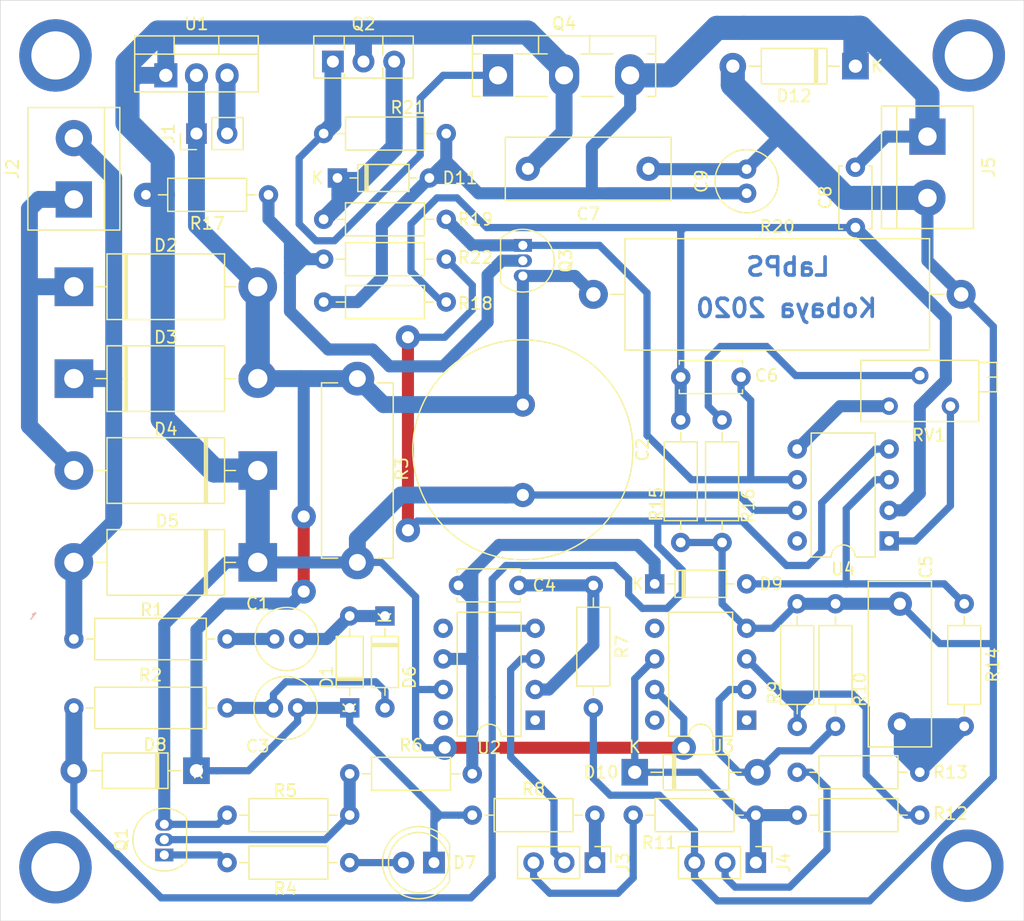
<source format=kicad_pcb>
(kicad_pcb (version 20171130) (host pcbnew "(5.1.5)-3")

  (general
    (thickness 1.6)
    (drawings 8)
    (tracks 442)
    (zones 0)
    (modules 57)
    (nets 41)
  )

  (page A4)
  (layers
    (0 F.Cu signal)
    (31 B.Cu signal)
    (32 B.Adhes user hide)
    (33 F.Adhes user hide)
    (34 B.Paste user hide)
    (35 F.Paste user hide)
    (36 B.SilkS user hide)
    (37 F.SilkS user)
    (38 B.Mask user hide)
    (39 F.Mask user hide)
    (40 Dwgs.User user hide)
    (41 Cmts.User user hide)
    (42 Eco1.User user hide)
    (43 Eco2.User user hide)
    (44 Edge.Cuts user)
    (45 Margin user)
    (46 B.CrtYd user hide)
    (47 F.CrtYd user hide)
    (48 B.Fab user hide)
    (49 F.Fab user hide)
  )

  (setup
    (last_trace_width 1)
    (user_trace_width 0.6)
    (user_trace_width 1)
    (user_trace_width 1.4)
    (user_trace_width 2)
    (user_trace_width 2.54)
    (trace_clearance 0.2)
    (zone_clearance 0.508)
    (zone_45_only no)
    (trace_min 0.2)
    (via_size 0.8)
    (via_drill 0.4)
    (via_min_size 0.4)
    (via_min_drill 0.3)
    (user_via 2 1)
    (user_via 6 4)
    (uvia_size 0.3)
    (uvia_drill 0.1)
    (uvias_allowed no)
    (uvia_min_size 0.2)
    (uvia_min_drill 0.1)
    (edge_width 0.05)
    (segment_width 0.2)
    (pcb_text_width 0.3)
    (pcb_text_size 1.5 1.5)
    (mod_edge_width 0.12)
    (mod_text_size 1 1)
    (mod_text_width 0.15)
    (pad_size 1.524 1.524)
    (pad_drill 0.762)
    (pad_to_mask_clearance 0.051)
    (solder_mask_min_width 0.25)
    (aux_axis_origin 0 0)
    (visible_elements 7FFFFFFF)
    (pcbplotparams
      (layerselection 0x010fc_ffffffff)
      (usegerberextensions false)
      (usegerberattributes false)
      (usegerberadvancedattributes false)
      (creategerberjobfile false)
      (excludeedgelayer true)
      (linewidth 0.100000)
      (plotframeref false)
      (viasonmask false)
      (mode 1)
      (useauxorigin false)
      (hpglpennumber 1)
      (hpglpenspeed 20)
      (hpglpendiameter 15.000000)
      (psnegative false)
      (psa4output false)
      (plotreference true)
      (plotvalue true)
      (plotinvisibletext false)
      (padsonsilk false)
      (subtractmaskfromsilk false)
      (outputformat 1)
      (mirror false)
      (drillshape 1)
      (scaleselection 1)
      (outputdirectory ""))
  )

  (net 0 "")
  (net 1 "Net-(C1-Pad2)")
  (net 2 "Net-(C1-Pad1)")
  (net 3 "Net-(C2-Pad1)")
  (net 4 "Net-(C2-Pad2)")
  (net 5 "Net-(C3-Pad2)")
  (net 6 "Net-(C4-Pad1)")
  (net 7 "Net-(C4-Pad2)")
  (net 8 "Net-(C5-Pad2)")
  (net 9 "Net-(C5-Pad1)")
  (net 10 "Net-(C6-Pad2)")
  (net 11 "Net-(C6-Pad1)")
  (net 12 "Net-(C8-Pad2)")
  (net 13 "Net-(D2-Pad1)")
  (net 14 "Net-(D3-Pad1)")
  (net 15 "Net-(D7-Pad2)")
  (net 16 "Net-(D8-Pad2)")
  (net 17 "Net-(D9-Pad2)")
  (net 18 "Net-(D10-Pad1)")
  (net 19 "Net-(D10-Pad2)")
  (net 20 "Net-(D11-Pad1)")
  (net 21 "Net-(J1-Pad2)")
  (net 22 "Net-(J3-Pad1)")
  (net 23 "Net-(J3-Pad2)")
  (net 24 "Net-(J3-Pad3)")
  (net 25 "Net-(J4-Pad2)")
  (net 26 "Net-(Q1-Pad2)")
  (net 27 "Net-(Q1-Pad1)")
  (net 28 "Net-(Q2-Pad1)")
  (net 29 "Net-(Q3-Pad2)")
  (net 30 "Net-(R12-Pad2)")
  (net 31 "Net-(R16-Pad1)")
  (net 32 "Net-(RV1-Pad1)")
  (net 33 "Net-(RV1-Pad3)")
  (net 34 "Net-(U2-Pad1)")
  (net 35 "Net-(U2-Pad5)")
  (net 36 "Net-(U2-Pad8)")
  (net 37 "Net-(U3-Pad8)")
  (net 38 "Net-(U3-Pad5)")
  (net 39 "Net-(U3-Pad1)")
  (net 40 "Net-(U4-Pad8)")

  (net_class Default "Esta é a classe de rede padrão."
    (clearance 0.2)
    (trace_width 0.25)
    (via_dia 0.8)
    (via_drill 0.4)
    (uvia_dia 0.3)
    (uvia_drill 0.1)
    (add_net "Net-(C1-Pad1)")
    (add_net "Net-(C1-Pad2)")
    (add_net "Net-(C2-Pad1)")
    (add_net "Net-(C2-Pad2)")
    (add_net "Net-(C3-Pad2)")
    (add_net "Net-(C4-Pad1)")
    (add_net "Net-(C4-Pad2)")
    (add_net "Net-(C5-Pad1)")
    (add_net "Net-(C5-Pad2)")
    (add_net "Net-(C6-Pad1)")
    (add_net "Net-(C6-Pad2)")
    (add_net "Net-(C8-Pad2)")
    (add_net "Net-(D10-Pad1)")
    (add_net "Net-(D10-Pad2)")
    (add_net "Net-(D11-Pad1)")
    (add_net "Net-(D2-Pad1)")
    (add_net "Net-(D3-Pad1)")
    (add_net "Net-(D7-Pad2)")
    (add_net "Net-(D8-Pad2)")
    (add_net "Net-(D9-Pad2)")
    (add_net "Net-(J1-Pad2)")
    (add_net "Net-(J3-Pad1)")
    (add_net "Net-(J3-Pad2)")
    (add_net "Net-(J3-Pad3)")
    (add_net "Net-(J4-Pad2)")
    (add_net "Net-(Q1-Pad1)")
    (add_net "Net-(Q1-Pad2)")
    (add_net "Net-(Q2-Pad1)")
    (add_net "Net-(Q3-Pad2)")
    (add_net "Net-(R12-Pad2)")
    (add_net "Net-(R16-Pad1)")
    (add_net "Net-(RV1-Pad1)")
    (add_net "Net-(RV1-Pad3)")
    (add_net "Net-(U2-Pad1)")
    (add_net "Net-(U2-Pad5)")
    (add_net "Net-(U2-Pad8)")
    (add_net "Net-(U3-Pad1)")
    (add_net "Net-(U3-Pad5)")
    (add_net "Net-(U3-Pad8)")
    (add_net "Net-(U4-Pad8)")
  )

  (module Resistor_THT:R_Axial_DIN0207_L6.3mm_D2.5mm_P10.16mm_Horizontal (layer F.Cu) (tedit 5AE5139B) (tstamp 5F0681B4)
    (at 145.542 76.962 180)
    (descr "Resistor, Axial_DIN0207 series, Axial, Horizontal, pin pitch=10.16mm, 0.25W = 1/4W, length*diameter=6.3*2.5mm^2, http://cdn-reichelt.de/documents/datenblatt/B400/1_4W%23YAG.pdf")
    (tags "Resistor Axial_DIN0207 series Axial Horizontal pin pitch 10.16mm 0.25W = 1/4W length 6.3mm diameter 2.5mm")
    (path /5F68ED65)
    (fp_text reference R19 (at -2.413 0) (layer F.SilkS)
      (effects (font (size 1 1) (thickness 0.15)))
    )
    (fp_text value 1k (at 5.08 2.37) (layer F.Fab)
      (effects (font (size 1 1) (thickness 0.15)))
    )
    (fp_text user %R (at 5.08 0) (layer F.Fab)
      (effects (font (size 1 1) (thickness 0.15)))
    )
    (fp_line (start 11.21 -1.5) (end -1.05 -1.5) (layer F.CrtYd) (width 0.05))
    (fp_line (start 11.21 1.5) (end 11.21 -1.5) (layer F.CrtYd) (width 0.05))
    (fp_line (start -1.05 1.5) (end 11.21 1.5) (layer F.CrtYd) (width 0.05))
    (fp_line (start -1.05 -1.5) (end -1.05 1.5) (layer F.CrtYd) (width 0.05))
    (fp_line (start 9.12 0) (end 8.35 0) (layer F.SilkS) (width 0.12))
    (fp_line (start 1.04 0) (end 1.81 0) (layer F.SilkS) (width 0.12))
    (fp_line (start 8.35 -1.37) (end 1.81 -1.37) (layer F.SilkS) (width 0.12))
    (fp_line (start 8.35 1.37) (end 8.35 -1.37) (layer F.SilkS) (width 0.12))
    (fp_line (start 1.81 1.37) (end 8.35 1.37) (layer F.SilkS) (width 0.12))
    (fp_line (start 1.81 -1.37) (end 1.81 1.37) (layer F.SilkS) (width 0.12))
    (fp_line (start 10.16 0) (end 8.23 0) (layer F.Fab) (width 0.1))
    (fp_line (start 0 0) (end 1.93 0) (layer F.Fab) (width 0.1))
    (fp_line (start 8.23 -1.25) (end 1.93 -1.25) (layer F.Fab) (width 0.1))
    (fp_line (start 8.23 1.25) (end 8.23 -1.25) (layer F.Fab) (width 0.1))
    (fp_line (start 1.93 1.25) (end 8.23 1.25) (layer F.Fab) (width 0.1))
    (fp_line (start 1.93 -1.25) (end 1.93 1.25) (layer F.Fab) (width 0.1))
    (pad 2 thru_hole oval (at 10.16 0 180) (size 1.6 1.6) (drill 0.8) (layers *.Cu *.Mask)
      (net 20 "Net-(D11-Pad1)"))
    (pad 1 thru_hole circle (at 0 0 180) (size 1.6 1.6) (drill 0.8) (layers *.Cu *.Mask)
      (net 10 "Net-(C6-Pad2)"))
    (model ${KISYS3DMOD}/Resistor_THT.3dshapes/R_Axial_DIN0207_L6.3mm_D2.5mm_P10.16mm_Horizontal.wrl
      (at (xyz 0 0 0))
      (scale (xyz 1 1 1))
      (rotate (xyz 0 0 0))
    )
  )

  (module Resistor_THT:R_Axial_Power_L25.0mm_W9.0mm_P30.48mm (layer F.Cu) (tedit 5AE5139B) (tstamp 5F0A8405)
    (at 157.734 83.185)
    (descr "Resistor, Axial_Power series, Box, pin pitch=30.48mm, 7W, length*width*height=25*9*9mm^3, http://cdn-reichelt.de/documents/datenblatt/B400/5WAXIAL_9WAXIAL_11WAXIAL_17WAXIAL%23YAG.pdf")
    (tags "Resistor Axial_Power series Box pin pitch 30.48mm 7W length 25mm width 9mm height 9mm")
    (path /5F724C73)
    (fp_text reference R20 (at 15.24 -5.62) (layer F.SilkS)
      (effects (font (size 1 1) (thickness 0.15)))
    )
    (fp_text value 0.47R (at 15.24 5.62) (layer F.Fab)
      (effects (font (size 1 1) (thickness 0.15)))
    )
    (fp_line (start 2.74 -4.5) (end 2.74 4.5) (layer F.Fab) (width 0.1))
    (fp_line (start 2.74 4.5) (end 27.74 4.5) (layer F.Fab) (width 0.1))
    (fp_line (start 27.74 4.5) (end 27.74 -4.5) (layer F.Fab) (width 0.1))
    (fp_line (start 27.74 -4.5) (end 2.74 -4.5) (layer F.Fab) (width 0.1))
    (fp_line (start 0 0) (end 2.74 0) (layer F.Fab) (width 0.1))
    (fp_line (start 30.48 0) (end 27.74 0) (layer F.Fab) (width 0.1))
    (fp_line (start 2.62 -4.62) (end 2.62 4.62) (layer F.SilkS) (width 0.12))
    (fp_line (start 2.62 4.62) (end 27.86 4.62) (layer F.SilkS) (width 0.12))
    (fp_line (start 27.86 4.62) (end 27.86 -4.62) (layer F.SilkS) (width 0.12))
    (fp_line (start 27.86 -4.62) (end 2.62 -4.62) (layer F.SilkS) (width 0.12))
    (fp_line (start 1.44 0) (end 2.62 0) (layer F.SilkS) (width 0.12))
    (fp_line (start 29.04 0) (end 27.86 0) (layer F.SilkS) (width 0.12))
    (fp_line (start -1.45 -4.75) (end -1.45 4.75) (layer F.CrtYd) (width 0.05))
    (fp_line (start -1.45 4.75) (end 31.94 4.75) (layer F.CrtYd) (width 0.05))
    (fp_line (start 31.94 4.75) (end 31.94 -4.75) (layer F.CrtYd) (width 0.05))
    (fp_line (start 31.94 -4.75) (end -1.45 -4.75) (layer F.CrtYd) (width 0.05))
    (fp_text user %R (at 15.24 0) (layer F.Fab)
      (effects (font (size 1 1) (thickness 0.15)))
    )
    (pad 1 thru_hole circle (at 0 0) (size 2.4 2.4) (drill 1.2) (layers *.Cu *.Mask)
      (net 4 "Net-(C2-Pad2)"))
    (pad 2 thru_hole oval (at 30.48 0) (size 2.4 2.4) (drill 1.2) (layers *.Cu *.Mask)
      (net 9 "Net-(C5-Pad1)"))
    (model ${KISYS3DMOD}/Resistor_THT.3dshapes/R_Axial_Power_L25.0mm_W9.0mm_P30.48mm.wrl
      (at (xyz 0 0 0))
      (scale (xyz 1 1 1))
      (rotate (xyz 0 0 0))
    )
  )

  (module Capacitor_THT:C_Disc_D5.0mm_W2.5mm_P5.00mm (layer F.Cu) (tedit 5AE50EF0) (tstamp 5F0A370B)
    (at 164.973 90.043)
    (descr "C, Disc series, Radial, pin pitch=5.00mm, , diameter*width=5*2.5mm^2, Capacitor, http://cdn-reichelt.de/documents/datenblatt/B300/DS_KERKO_TC.pdf")
    (tags "C Disc series Radial pin pitch 5.00mm  diameter 5mm width 2.5mm Capacitor")
    (path /5F0F81D9)
    (fp_text reference C6 (at 7.112 -0.127) (layer F.SilkS)
      (effects (font (size 1 1) (thickness 0.15)))
    )
    (fp_text value 100pF (at 2.5 2.5) (layer F.Fab)
      (effects (font (size 1 1) (thickness 0.15)))
    )
    (fp_text user %R (at 2.5 0) (layer F.Fab)
      (effects (font (size 1 1) (thickness 0.15)))
    )
    (fp_line (start 6.05 -1.5) (end -1.05 -1.5) (layer F.CrtYd) (width 0.05))
    (fp_line (start 6.05 1.5) (end 6.05 -1.5) (layer F.CrtYd) (width 0.05))
    (fp_line (start -1.05 1.5) (end 6.05 1.5) (layer F.CrtYd) (width 0.05))
    (fp_line (start -1.05 -1.5) (end -1.05 1.5) (layer F.CrtYd) (width 0.05))
    (fp_line (start 5.12 1.055) (end 5.12 1.37) (layer F.SilkS) (width 0.12))
    (fp_line (start 5.12 -1.37) (end 5.12 -1.055) (layer F.SilkS) (width 0.12))
    (fp_line (start -0.12 1.055) (end -0.12 1.37) (layer F.SilkS) (width 0.12))
    (fp_line (start -0.12 -1.37) (end -0.12 -1.055) (layer F.SilkS) (width 0.12))
    (fp_line (start -0.12 1.37) (end 5.12 1.37) (layer F.SilkS) (width 0.12))
    (fp_line (start -0.12 -1.37) (end 5.12 -1.37) (layer F.SilkS) (width 0.12))
    (fp_line (start 5 -1.25) (end 0 -1.25) (layer F.Fab) (width 0.1))
    (fp_line (start 5 1.25) (end 5 -1.25) (layer F.Fab) (width 0.1))
    (fp_line (start 0 1.25) (end 5 1.25) (layer F.Fab) (width 0.1))
    (fp_line (start 0 -1.25) (end 0 1.25) (layer F.Fab) (width 0.1))
    (pad 2 thru_hole circle (at 5 0) (size 1.6 1.6) (drill 0.8) (layers *.Cu *.Mask)
      (net 10 "Net-(C6-Pad2)"))
    (pad 1 thru_hole circle (at 0 0) (size 1.6 1.6) (drill 0.8) (layers *.Cu *.Mask)
      (net 11 "Net-(C6-Pad1)"))
    (model ${KISYS3DMOD}/Capacitor_THT.3dshapes/C_Disc_D5.0mm_W2.5mm_P5.00mm.wrl
      (at (xyz 0 0 0))
      (scale (xyz 1 1 1))
      (rotate (xyz 0 0 0))
    )
  )

  (module Capacitor_THT:C_Disc_D5.0mm_W2.5mm_P5.00mm (layer F.Cu) (tedit 5AE50EF0) (tstamp 5F09B9E8)
    (at 151.558 107.315 180)
    (descr "C, Disc series, Radial, pin pitch=5.00mm, , diameter*width=5*2.5mm^2, Capacitor, http://cdn-reichelt.de/documents/datenblatt/B300/DS_KERKO_TC.pdf")
    (tags "C Disc series Radial pin pitch 5.00mm  diameter 5mm width 2.5mm Capacitor")
    (path /5F09798A)
    (fp_text reference C4 (at -2.112 0) (layer F.SilkS)
      (effects (font (size 1 1) (thickness 0.15)))
    )
    (fp_text value 330pF (at 2.5 2.5) (layer F.Fab)
      (effects (font (size 1 1) (thickness 0.15)))
    )
    (fp_line (start 0 -1.25) (end 0 1.25) (layer F.Fab) (width 0.1))
    (fp_line (start 0 1.25) (end 5 1.25) (layer F.Fab) (width 0.1))
    (fp_line (start 5 1.25) (end 5 -1.25) (layer F.Fab) (width 0.1))
    (fp_line (start 5 -1.25) (end 0 -1.25) (layer F.Fab) (width 0.1))
    (fp_line (start -0.12 -1.37) (end 5.12 -1.37) (layer F.SilkS) (width 0.12))
    (fp_line (start -0.12 1.37) (end 5.12 1.37) (layer F.SilkS) (width 0.12))
    (fp_line (start -0.12 -1.37) (end -0.12 -1.055) (layer F.SilkS) (width 0.12))
    (fp_line (start -0.12 1.055) (end -0.12 1.37) (layer F.SilkS) (width 0.12))
    (fp_line (start 5.12 -1.37) (end 5.12 -1.055) (layer F.SilkS) (width 0.12))
    (fp_line (start 5.12 1.055) (end 5.12 1.37) (layer F.SilkS) (width 0.12))
    (fp_line (start -1.05 -1.5) (end -1.05 1.5) (layer F.CrtYd) (width 0.05))
    (fp_line (start -1.05 1.5) (end 6.05 1.5) (layer F.CrtYd) (width 0.05))
    (fp_line (start 6.05 1.5) (end 6.05 -1.5) (layer F.CrtYd) (width 0.05))
    (fp_line (start 6.05 -1.5) (end -1.05 -1.5) (layer F.CrtYd) (width 0.05))
    (fp_text user %R (at 2.5 0) (layer F.Fab)
      (effects (font (size 1 1) (thickness 0.15)))
    )
    (pad 1 thru_hole circle (at 0 0 180) (size 1.6 1.6) (drill 0.8) (layers *.Cu *.Mask)
      (net 6 "Net-(C4-Pad1)"))
    (pad 2 thru_hole circle (at 5 0 180) (size 1.6 1.6) (drill 0.8) (layers *.Cu *.Mask)
      (net 7 "Net-(C4-Pad2)"))
    (model ${KISYS3DMOD}/Capacitor_THT.3dshapes/C_Disc_D5.0mm_W2.5mm_P5.00mm.wrl
      (at (xyz 0 0 0))
      (scale (xyz 1 1 1))
      (rotate (xyz 0 0 0))
    )
  )

  (module Capacitor_THT:C_Radial_D18.0mm_H35.5mm_P7.50mm (layer F.Cu) (tedit 5BC5C9BA) (tstamp 5F0A1E5F)
    (at 151.892 99.822 90)
    (descr "C, Radial series, Radial, pin pitch=7.50mm, diameter=18mm, height=35.5mm, Non-Polar Electrolytic Capacitor")
    (tags "C Radial series Radial pin pitch 7.50mm diameter 18mm height 35.5mm Non-Polar Electrolytic Capacitor")
    (path /5F06C2B7)
    (fp_text reference C2 (at 3.75 9.906 90) (layer F.SilkS)
      (effects (font (size 1 1) (thickness 0.15)))
    )
    (fp_text value 3300uF (at 13.97 -0.254 180) (layer F.Fab)
      (effects (font (size 1 1) (thickness 0.15)))
    )
    (fp_circle (center 3.75 0) (end 12.75 0) (layer F.Fab) (width 0.1))
    (fp_circle (center 3.75 0) (end 12.87 0) (layer F.SilkS) (width 0.12))
    (fp_circle (center 3.75 0) (end 13 0) (layer F.CrtYd) (width 0.05))
    (fp_text user %R (at 3.75 0 90) (layer F.Fab)
      (effects (font (size 1 1) (thickness 0.15)))
    )
    (pad 1 thru_hole circle (at 0 0 90) (size 2 2) (drill 1) (layers *.Cu *.Mask)
      (net 3 "Net-(C2-Pad1)"))
    (pad 2 thru_hole circle (at 7.5 0 90) (size 2 2) (drill 1) (layers *.Cu *.Mask)
      (net 4 "Net-(C2-Pad2)"))
    (model ${KISYS3DMOD}/Capacitor_THT.3dshapes/C_Radial_D18.0mm_H35.5mm_P7.50mm.wrl
      (at (xyz 0 0 0))
      (scale (xyz 1 1 1))
      (rotate (xyz 0 0 0))
    )
  )

  (module Resistor_THT:R_Axial_DIN0207_L6.3mm_D2.5mm_P10.16mm_Horizontal (layer F.Cu) (tedit 5AE5139B) (tstamp 5F0B147D)
    (at 174.625 118.999 90)
    (descr "Resistor, Axial_DIN0207 series, Axial, Horizontal, pin pitch=10.16mm, 0.25W = 1/4W, length*diameter=6.3*2.5mm^2, http://cdn-reichelt.de/documents/datenblatt/B400/1_4W%23YAG.pdf")
    (tags "Resistor Axial_DIN0207 series Axial Horizontal pin pitch 10.16mm 0.25W = 1/4W length 6.3mm diameter 2.5mm")
    (path /5F0A54F4)
    (fp_text reference R9 (at 2.794 -1.905 90) (layer F.SilkS)
      (effects (font (size 1 1) (thickness 0.15)))
    )
    (fp_text value 10k (at 5.08 2.37 90) (layer F.Fab)
      (effects (font (size 1 1) (thickness 0.15)))
    )
    (fp_text user %R (at 5.08 0 90) (layer F.Fab)
      (effects (font (size 1 1) (thickness 0.15)))
    )
    (fp_line (start 11.21 -1.5) (end -1.05 -1.5) (layer F.CrtYd) (width 0.05))
    (fp_line (start 11.21 1.5) (end 11.21 -1.5) (layer F.CrtYd) (width 0.05))
    (fp_line (start -1.05 1.5) (end 11.21 1.5) (layer F.CrtYd) (width 0.05))
    (fp_line (start -1.05 -1.5) (end -1.05 1.5) (layer F.CrtYd) (width 0.05))
    (fp_line (start 9.12 0) (end 8.35 0) (layer F.SilkS) (width 0.12))
    (fp_line (start 1.04 0) (end 1.81 0) (layer F.SilkS) (width 0.12))
    (fp_line (start 8.35 -1.37) (end 1.81 -1.37) (layer F.SilkS) (width 0.12))
    (fp_line (start 8.35 1.37) (end 8.35 -1.37) (layer F.SilkS) (width 0.12))
    (fp_line (start 1.81 1.37) (end 8.35 1.37) (layer F.SilkS) (width 0.12))
    (fp_line (start 1.81 -1.37) (end 1.81 1.37) (layer F.SilkS) (width 0.12))
    (fp_line (start 10.16 0) (end 8.23 0) (layer F.Fab) (width 0.1))
    (fp_line (start 0 0) (end 1.93 0) (layer F.Fab) (width 0.1))
    (fp_line (start 8.23 -1.25) (end 1.93 -1.25) (layer F.Fab) (width 0.1))
    (fp_line (start 8.23 1.25) (end 8.23 -1.25) (layer F.Fab) (width 0.1))
    (fp_line (start 1.93 1.25) (end 8.23 1.25) (layer F.Fab) (width 0.1))
    (fp_line (start 1.93 -1.25) (end 1.93 1.25) (layer F.Fab) (width 0.1))
    (pad 2 thru_hole oval (at 10.16 0 90) (size 1.6 1.6) (drill 0.8) (layers *.Cu *.Mask)
      (net 9 "Net-(C5-Pad1)"))
    (pad 1 thru_hole circle (at 0 0 90) (size 1.6 1.6) (drill 0.8) (layers *.Cu *.Mask)
      (net 30 "Net-(R12-Pad2)"))
    (model ${KISYS3DMOD}/Resistor_THT.3dshapes/R_Axial_DIN0207_L6.3mm_D2.5mm_P10.16mm_Horizontal.wrl
      (at (xyz 0 0 0))
      (scale (xyz 1 1 1))
      (rotate (xyz 0 0 0))
    )
  )

  (module Resistor_THT:R_Axial_DIN0309_L9.0mm_D3.2mm_P12.70mm_Horizontal (layer F.Cu) (tedit 5AE5139B) (tstamp 5F09B244)
    (at 114.681 117.475)
    (descr "Resistor, Axial_DIN0309 series, Axial, Horizontal, pin pitch=12.7mm, 0.5W = 1/2W, length*diameter=9*3.2mm^2, http://cdn-reichelt.de/documents/datenblatt/B400/1_4W%23YAG.pdf")
    (tags "Resistor Axial_DIN0309 series Axial Horizontal pin pitch 12.7mm 0.5W = 1/2W length 9mm diameter 3.2mm")
    (path /5F07920C)
    (fp_text reference R2 (at 6.35 -2.72) (layer F.SilkS)
      (effects (font (size 1 1) (thickness 0.15)))
    )
    (fp_text value 220R (at 6.604 -0.762) (layer F.Fab)
      (effects (font (size 1 1) (thickness 0.15)))
    )
    (fp_text user %R (at 6.35 0.762) (layer F.Fab)
      (effects (font (size 1 1) (thickness 0.15)))
    )
    (fp_line (start 13.75 -1.85) (end -1.05 -1.85) (layer F.CrtYd) (width 0.05))
    (fp_line (start 13.75 1.85) (end 13.75 -1.85) (layer F.CrtYd) (width 0.05))
    (fp_line (start -1.05 1.85) (end 13.75 1.85) (layer F.CrtYd) (width 0.05))
    (fp_line (start -1.05 -1.85) (end -1.05 1.85) (layer F.CrtYd) (width 0.05))
    (fp_line (start 11.66 0) (end 10.97 0) (layer F.SilkS) (width 0.12))
    (fp_line (start 1.04 0) (end 1.73 0) (layer F.SilkS) (width 0.12))
    (fp_line (start 10.97 -1.72) (end 1.73 -1.72) (layer F.SilkS) (width 0.12))
    (fp_line (start 10.97 1.72) (end 10.97 -1.72) (layer F.SilkS) (width 0.12))
    (fp_line (start 1.73 1.72) (end 10.97 1.72) (layer F.SilkS) (width 0.12))
    (fp_line (start 1.73 -1.72) (end 1.73 1.72) (layer F.SilkS) (width 0.12))
    (fp_line (start 12.7 0) (end 10.85 0) (layer F.Fab) (width 0.1))
    (fp_line (start 0 0) (end 1.85 0) (layer F.Fab) (width 0.1))
    (fp_line (start 10.85 -1.6) (end 1.85 -1.6) (layer F.Fab) (width 0.1))
    (fp_line (start 10.85 1.6) (end 10.85 -1.6) (layer F.Fab) (width 0.1))
    (fp_line (start 1.85 1.6) (end 10.85 1.6) (layer F.Fab) (width 0.1))
    (fp_line (start 1.85 -1.6) (end 1.85 1.6) (layer F.Fab) (width 0.1))
    (pad 2 thru_hole oval (at 12.7 0) (size 1.6 1.6) (drill 0.8) (layers *.Cu *.Mask)
      (net 5 "Net-(C3-Pad2)"))
    (pad 1 thru_hole circle (at 0 0) (size 1.6 1.6) (drill 0.8) (layers *.Cu *.Mask)
      (net 16 "Net-(D8-Pad2)"))
    (model ${KISYS3DMOD}/Resistor_THT.3dshapes/R_Axial_DIN0309_L9.0mm_D3.2mm_P12.70mm_Horizontal.wrl
      (at (xyz 0 0 0))
      (scale (xyz 1 1 1))
      (rotate (xyz 0 0 0))
    )
  )

  (module Capacitor_THT:C_Radial_D5.0mm_H11.0mm_P2.00mm (layer F.Cu) (tedit 5BC5C9B9) (tstamp 5F0A67FD)
    (at 133.223 117.475 180)
    (descr "C, Radial series, Radial, pin pitch=2.00mm, diameter=5mm, height=11mm, Non-Polar Electrolytic Capacitor")
    (tags "C Radial series Radial pin pitch 2.00mm diameter 5mm height 11mm Non-Polar Electrolytic Capacitor")
    (path /5F06BB14)
    (fp_text reference C3 (at 3.302 -3.175) (layer F.SilkS)
      (effects (font (size 1 1) (thickness 0.15)))
    )
    (fp_text value 47uF (at 1 3.75) (layer F.Fab)
      (effects (font (size 1 1) (thickness 0.15)))
    )
    (fp_circle (center 1 0) (end 3.5 0) (layer F.Fab) (width 0.1))
    (fp_circle (center 1 0) (end 3.62 0) (layer F.SilkS) (width 0.12))
    (fp_circle (center 1 0) (end 3.75 0) (layer F.CrtYd) (width 0.05))
    (fp_text user %R (at 1 0) (layer F.Fab)
      (effects (font (size 1 1) (thickness 0.15)))
    )
    (pad 1 thru_hole circle (at 0 0 180) (size 1.6 1.6) (drill 0.8) (layers *.Cu *.Mask)
      (net 4 "Net-(C2-Pad2)"))
    (pad 2 thru_hole circle (at 2 0 180) (size 1.6 1.6) (drill 0.8) (layers *.Cu *.Mask)
      (net 5 "Net-(C3-Pad2)"))
    (model ${KISYS3DMOD}/Capacitor_THT.3dshapes/C_Radial_D5.0mm_H11.0mm_P2.00mm.wrl
      (at (xyz 0 0 0))
      (scale (xyz 1 1 1))
      (rotate (xyz 0 0 0))
    )
  )

  (module Resistor_THT:R_Axial_DIN0309_L9.0mm_D3.2mm_P12.70mm_Horizontal (layer F.Cu) (tedit 5AE5139B) (tstamp 5F0A6489)
    (at 114.681 111.76)
    (descr "Resistor, Axial_DIN0309 series, Axial, Horizontal, pin pitch=12.7mm, 0.5W = 1/2W, length*diameter=9*3.2mm^2, http://cdn-reichelt.de/documents/datenblatt/B400/1_4W%23YAG.pdf")
    (tags "Resistor Axial_DIN0309 series Axial Horizontal pin pitch 12.7mm 0.5W = 1/2W length 9mm diameter 3.2mm")
    (path /5F0474C7)
    (fp_text reference R1 (at 6.477 -2.413) (layer F.SilkS)
      (effects (font (size 1 1) (thickness 0.15)))
    )
    (fp_text value 82R (at 6.35 2.72) (layer F.Fab)
      (effects (font (size 1 1) (thickness 0.15)))
    )
    (fp_line (start 1.85 -1.6) (end 1.85 1.6) (layer F.Fab) (width 0.1))
    (fp_line (start 1.85 1.6) (end 10.85 1.6) (layer F.Fab) (width 0.1))
    (fp_line (start 10.85 1.6) (end 10.85 -1.6) (layer F.Fab) (width 0.1))
    (fp_line (start 10.85 -1.6) (end 1.85 -1.6) (layer F.Fab) (width 0.1))
    (fp_line (start 0 0) (end 1.85 0) (layer F.Fab) (width 0.1))
    (fp_line (start 12.7 0) (end 10.85 0) (layer F.Fab) (width 0.1))
    (fp_line (start 1.73 -1.72) (end 1.73 1.72) (layer F.SilkS) (width 0.12))
    (fp_line (start 1.73 1.72) (end 10.97 1.72) (layer F.SilkS) (width 0.12))
    (fp_line (start 10.97 1.72) (end 10.97 -1.72) (layer F.SilkS) (width 0.12))
    (fp_line (start 10.97 -1.72) (end 1.73 -1.72) (layer F.SilkS) (width 0.12))
    (fp_line (start 1.04 0) (end 1.73 0) (layer F.SilkS) (width 0.12))
    (fp_line (start 11.66 0) (end 10.97 0) (layer F.SilkS) (width 0.12))
    (fp_line (start -1.05 -1.85) (end -1.05 1.85) (layer F.CrtYd) (width 0.05))
    (fp_line (start -1.05 1.85) (end 13.75 1.85) (layer F.CrtYd) (width 0.05))
    (fp_line (start 13.75 1.85) (end 13.75 -1.85) (layer F.CrtYd) (width 0.05))
    (fp_line (start 13.75 -1.85) (end -1.05 -1.85) (layer F.CrtYd) (width 0.05))
    (fp_text user %R (at 6.35 0) (layer F.Fab)
      (effects (font (size 1 1) (thickness 0.15)))
    )
    (pad 1 thru_hole circle (at 0 0) (size 1.6 1.6) (drill 0.8) (layers *.Cu *.Mask)
      (net 14 "Net-(D3-Pad1)"))
    (pad 2 thru_hole oval (at 12.7 0) (size 1.6 1.6) (drill 0.8) (layers *.Cu *.Mask)
      (net 2 "Net-(C1-Pad1)"))
    (model ${KISYS3DMOD}/Resistor_THT.3dshapes/R_Axial_DIN0309_L9.0mm_D3.2mm_P12.70mm_Horizontal.wrl
      (at (xyz 0 0 0))
      (scale (xyz 1 1 1))
      (rotate (xyz 0 0 0))
    )
  )

  (module Diode_THT:D_DO-201AD_P15.24mm_Horizontal (layer F.Cu) (tedit 5AE50CD5) (tstamp 5F067E29)
    (at 114.681 90.17)
    (descr "Diode, DO-201AD series, Axial, Horizontal, pin pitch=15.24mm, , length*diameter=9.5*5.2mm^2, , http://www.diodes.com/_files/packages/DO-201AD.pdf")
    (tags "Diode DO-201AD series Axial Horizontal pin pitch 15.24mm  length 9.5mm diameter 5.2mm")
    (path /5F054894)
    (fp_text reference D3 (at 7.62 -3.429) (layer F.SilkS)
      (effects (font (size 1 1) (thickness 0.15)))
    )
    (fp_text value 1N5408 (at 7.62 -3.556) (layer F.Fab)
      (effects (font (size 1 1) (thickness 0.15)))
    )
    (fp_line (start 2.87 -2.6) (end 2.87 2.6) (layer F.Fab) (width 0.1))
    (fp_line (start 2.87 2.6) (end 12.37 2.6) (layer F.Fab) (width 0.1))
    (fp_line (start 12.37 2.6) (end 12.37 -2.6) (layer F.Fab) (width 0.1))
    (fp_line (start 12.37 -2.6) (end 2.87 -2.6) (layer F.Fab) (width 0.1))
    (fp_line (start 0 0) (end 2.87 0) (layer F.Fab) (width 0.1))
    (fp_line (start 15.24 0) (end 12.37 0) (layer F.Fab) (width 0.1))
    (fp_line (start 4.295 -2.6) (end 4.295 2.6) (layer F.Fab) (width 0.1))
    (fp_line (start 4.395 -2.6) (end 4.395 2.6) (layer F.Fab) (width 0.1))
    (fp_line (start 4.195 -2.6) (end 4.195 2.6) (layer F.Fab) (width 0.1))
    (fp_line (start 2.75 -2.72) (end 2.75 2.72) (layer F.SilkS) (width 0.12))
    (fp_line (start 2.75 2.72) (end 12.49 2.72) (layer F.SilkS) (width 0.12))
    (fp_line (start 12.49 2.72) (end 12.49 -2.72) (layer F.SilkS) (width 0.12))
    (fp_line (start 12.49 -2.72) (end 2.75 -2.72) (layer F.SilkS) (width 0.12))
    (fp_line (start 1.84 0) (end 2.75 0) (layer F.SilkS) (width 0.12))
    (fp_line (start 13.4 0) (end 12.49 0) (layer F.SilkS) (width 0.12))
    (fp_line (start 4.295 -2.72) (end 4.295 2.72) (layer F.SilkS) (width 0.12))
    (fp_line (start 4.415 -2.72) (end 4.415 2.72) (layer F.SilkS) (width 0.12))
    (fp_line (start 4.175 -2.72) (end 4.175 2.72) (layer F.SilkS) (width 0.12))
    (fp_line (start -1.85 -2.85) (end -1.85 2.85) (layer F.CrtYd) (width 0.05))
    (fp_line (start -1.85 2.85) (end 17.09 2.85) (layer F.CrtYd) (width 0.05))
    (fp_line (start 17.09 2.85) (end 17.09 -2.85) (layer F.CrtYd) (width 0.05))
    (fp_line (start 17.09 -2.85) (end -1.85 -2.85) (layer F.CrtYd) (width 0.05))
    (fp_text user %R (at 8.3325 0) (layer F.Fab)
      (effects (font (size 1 1) (thickness 0.15)))
    )
    (fp_text user K (at 0 -2.6) (layer F.Fab)
      (effects (font (size 1 1) (thickness 0.15)))
    )
    (fp_text user K (at 0 0) (layer F.SilkS)
      (effects (font (size 1 1) (thickness 0.15)))
    )
    (pad 1 thru_hole rect (at 0 0) (size 3.2 3.2) (drill 1.6) (layers *.Cu *.Mask)
      (net 14 "Net-(D3-Pad1)"))
    (pad 2 thru_hole oval (at 15.24 0) (size 3.2 3.2) (drill 1.6) (layers *.Cu *.Mask)
      (net 4 "Net-(C2-Pad2)"))
    (model ${KISYS3DMOD}/Diode_THT.3dshapes/D_DO-201AD_P15.24mm_Horizontal.wrl
      (at (xyz 0 0 0))
      (scale (xyz 1 1 1))
      (rotate (xyz 0 0 0))
    )
  )

  (module Package_TO_SOT_THT:TO-126-3_Vertical (layer F.Cu) (tedit 5AC8BA0D) (tstamp 5F067FCD)
    (at 136.144 63.881)
    (descr "TO-126-3, Vertical, RM 2.54mm, see https://www.diodes.com/assets/Package-Files/TO126.pdf")
    (tags "TO-126-3 Vertical RM 2.54mm")
    (path /5F64734B)
    (fp_text reference Q2 (at 2.54 -3.12) (layer F.SilkS)
      (effects (font (size 1 1) (thickness 0.15)))
    )
    (fp_text value BD139 (at 2.54 2.5) (layer F.Fab)
      (effects (font (size 1 1) (thickness 0.15)))
    )
    (fp_line (start -1.46 -2) (end -1.46 1.25) (layer F.Fab) (width 0.1))
    (fp_line (start -1.46 1.25) (end 6.54 1.25) (layer F.Fab) (width 0.1))
    (fp_line (start 6.54 1.25) (end 6.54 -2) (layer F.Fab) (width 0.1))
    (fp_line (start 6.54 -2) (end -1.46 -2) (layer F.Fab) (width 0.1))
    (fp_line (start 0.94 -2) (end 0.94 1.25) (layer F.Fab) (width 0.1))
    (fp_line (start 4.14 -2) (end 4.14 1.25) (layer F.Fab) (width 0.1))
    (fp_line (start -1.58 -2.12) (end 6.66 -2.12) (layer F.SilkS) (width 0.12))
    (fp_line (start -1.58 1.37) (end 6.66 1.37) (layer F.SilkS) (width 0.12))
    (fp_line (start -1.58 -2.12) (end -1.58 1.37) (layer F.SilkS) (width 0.12))
    (fp_line (start 6.66 -2.12) (end 6.66 1.37) (layer F.SilkS) (width 0.12))
    (fp_line (start 0.94 -2.12) (end 0.94 -1.05) (layer F.SilkS) (width 0.12))
    (fp_line (start 0.94 1.05) (end 0.94 1.37) (layer F.SilkS) (width 0.12))
    (fp_line (start 4.141 -2.12) (end 4.141 -0.54) (layer F.SilkS) (width 0.12))
    (fp_line (start 4.141 0.54) (end 4.141 1.37) (layer F.SilkS) (width 0.12))
    (fp_line (start -1.71 -2.25) (end -1.71 1.5) (layer F.CrtYd) (width 0.05))
    (fp_line (start -1.71 1.5) (end 6.79 1.5) (layer F.CrtYd) (width 0.05))
    (fp_line (start 6.79 1.5) (end 6.79 -2.25) (layer F.CrtYd) (width 0.05))
    (fp_line (start 6.79 -2.25) (end -1.71 -2.25) (layer F.CrtYd) (width 0.05))
    (fp_text user %R (at 2.54 -3.12) (layer F.Fab)
      (effects (font (size 1 1) (thickness 0.15)))
    )
    (pad 1 thru_hole rect (at 0 0) (size 1.8 1.8) (drill 1) (layers *.Cu *.Mask)
      (net 28 "Net-(Q2-Pad1)"))
    (pad 2 thru_hole oval (at 2.54 0) (size 1.8 1.8) (drill 1) (layers *.Cu *.Mask)
      (net 3 "Net-(C2-Pad1)"))
    (pad 3 thru_hole oval (at 5.08 0) (size 1.8 1.8) (drill 1) (layers *.Cu *.Mask)
      (net 20 "Net-(D11-Pad1)"))
    (model ${KISYS3DMOD}/Package_TO_SOT_THT.3dshapes/TO-126-3_Vertical.wrl
      (at (xyz 0 0 0))
      (scale (xyz 1 1 1))
      (rotate (xyz 0 0 0))
    )
  )

  (module Package_TO_SOT_THT:TO-92_Inline (layer F.Cu) (tedit 5A1DD157) (tstamp 5F067FDF)
    (at 151.892 79.121 270)
    (descr "TO-92 leads in-line, narrow, oval pads, drill 0.75mm (see NXP sot054_po.pdf)")
    (tags "to-92 sc-43 sc-43a sot54 PA33 transistor")
    (path /5F644E00)
    (fp_text reference Q3 (at 1.27 -3.56 90) (layer F.SilkS)
      (effects (font (size 1 1) (thickness 0.15)))
    )
    (fp_text value BC548 (at 1.27 2.79 90) (layer F.Fab)
      (effects (font (size 1 1) (thickness 0.15)))
    )
    (fp_arc (start 1.27 0) (end 1.27 -2.6) (angle 135) (layer F.SilkS) (width 0.12))
    (fp_arc (start 1.27 0) (end 1.27 -2.48) (angle -135) (layer F.Fab) (width 0.1))
    (fp_arc (start 1.27 0) (end 1.27 -2.6) (angle -135) (layer F.SilkS) (width 0.12))
    (fp_arc (start 1.27 0) (end 1.27 -2.48) (angle 135) (layer F.Fab) (width 0.1))
    (fp_line (start 4 2.01) (end -1.46 2.01) (layer F.CrtYd) (width 0.05))
    (fp_line (start 4 2.01) (end 4 -2.73) (layer F.CrtYd) (width 0.05))
    (fp_line (start -1.46 -2.73) (end -1.46 2.01) (layer F.CrtYd) (width 0.05))
    (fp_line (start -1.46 -2.73) (end 4 -2.73) (layer F.CrtYd) (width 0.05))
    (fp_line (start -0.5 1.75) (end 3 1.75) (layer F.Fab) (width 0.1))
    (fp_line (start -0.53 1.85) (end 3.07 1.85) (layer F.SilkS) (width 0.12))
    (fp_text user %R (at 1.27 -3.56 90) (layer F.Fab)
      (effects (font (size 1 1) (thickness 0.15)))
    )
    (pad 1 thru_hole rect (at 0 0 270) (size 1.05 1.5) (drill 0.75) (layers *.Cu *.Mask)
      (net 10 "Net-(C6-Pad2)"))
    (pad 3 thru_hole oval (at 2.54 0 270) (size 1.05 1.5) (drill 0.75) (layers *.Cu *.Mask)
      (net 4 "Net-(C2-Pad2)"))
    (pad 2 thru_hole oval (at 1.27 0 270) (size 1.05 1.5) (drill 0.75) (layers *.Cu *.Mask)
      (net 29 "Net-(Q3-Pad2)"))
    (model ${KISYS3DMOD}/Package_TO_SOT_THT.3dshapes/TO-92_Inline.wrl
      (at (xyz 0 0 0))
      (scale (xyz 1 1 1))
      (rotate (xyz 0 0 0))
    )
  )

  (module Package_TO_SOT_THT:TO-218-3_Vertical (layer F.Cu) (tedit 5ACBC81F) (tstamp 5F067FFF)
    (at 149.832 65.024)
    (descr "TO-218-3, Vertical, RM 5.475mm, SOT-93, see https://www.vishay.com/docs/95214/fto218.pdf")
    (tags "TO-218-3 Vertical RM 5.475mm SOT-93")
    (path /5F0B8735)
    (fp_text reference Q4 (at 5.475 -4.29) (layer F.SilkS)
      (effects (font (size 1 1) (thickness 0.15)))
    )
    (fp_text value TIP3055 (at 5.475 3) (layer F.Fab)
      (effects (font (size 1 1) (thickness 0.15)))
    )
    (fp_line (start -1.995 -3.17) (end -1.995 1.63) (layer F.Fab) (width 0.1))
    (fp_line (start -1.995 1.63) (end 12.945 1.63) (layer F.Fab) (width 0.1))
    (fp_line (start 12.945 1.63) (end 12.945 -3.17) (layer F.Fab) (width 0.1))
    (fp_line (start 12.945 -3.17) (end -1.995 -3.17) (layer F.Fab) (width 0.1))
    (fp_line (start -1.995 -1.9) (end 12.945 -1.9) (layer F.Fab) (width 0.1))
    (fp_line (start 3.36 -3.17) (end 3.36 -1.9) (layer F.Fab) (width 0.1))
    (fp_line (start 7.59 -3.17) (end 7.59 -1.9) (layer F.Fab) (width 0.1))
    (fp_line (start -2.115 -3.29) (end 13.065 -3.29) (layer F.SilkS) (width 0.12))
    (fp_line (start -2.115 1.75) (end -1.4 1.75) (layer F.SilkS) (width 0.12))
    (fp_line (start 1.4 1.75) (end 4.075 1.75) (layer F.SilkS) (width 0.12))
    (fp_line (start 6.875 1.75) (end 9.55 1.75) (layer F.SilkS) (width 0.12))
    (fp_line (start 12.35 1.75) (end 13.065 1.75) (layer F.SilkS) (width 0.12))
    (fp_line (start -2.115 -3.29) (end -2.115 1.75) (layer F.SilkS) (width 0.12))
    (fp_line (start 13.065 -3.29) (end 13.065 1.75) (layer F.SilkS) (width 0.12))
    (fp_line (start -2.115 -1.78) (end -1.4 -1.78) (layer F.SilkS) (width 0.12))
    (fp_line (start 1.4 -1.78) (end 4.075 -1.78) (layer F.SilkS) (width 0.12))
    (fp_line (start 6.875 -1.78) (end 9.55 -1.78) (layer F.SilkS) (width 0.12))
    (fp_line (start 12.35 -1.78) (end 13.065 -1.78) (layer F.SilkS) (width 0.12))
    (fp_line (start 3.36 -3.29) (end 3.36 -1.78) (layer F.SilkS) (width 0.12))
    (fp_line (start 7.59 -3.29) (end 7.59 -1.78) (layer F.SilkS) (width 0.12))
    (fp_line (start -2.25 -3.42) (end -2.25 2) (layer F.CrtYd) (width 0.05))
    (fp_line (start -2.25 2) (end 13.2 2) (layer F.CrtYd) (width 0.05))
    (fp_line (start 13.2 2) (end 13.2 -3.42) (layer F.CrtYd) (width 0.05))
    (fp_line (start 13.2 -3.42) (end -2.25 -3.42) (layer F.CrtYd) (width 0.05))
    (fp_text user %R (at 5.475 -4.29) (layer F.Fab)
      (effects (font (size 1 1) (thickness 0.15)))
    )
    (pad 1 thru_hole rect (at 0 0) (size 2.5 3.5) (drill 1.5) (layers *.Cu *.Mask)
      (net 28 "Net-(Q2-Pad1)"))
    (pad 2 thru_hole oval (at 5.475 0) (size 2.5 3.5) (drill 1.5) (layers *.Cu *.Mask)
      (net 3 "Net-(C2-Pad1)"))
    (pad 3 thru_hole oval (at 10.95 0) (size 2.5 3.5) (drill 1.5) (layers *.Cu *.Mask)
      (net 12 "Net-(C8-Pad2)"))
    (model ${KISYS3DMOD}/Package_TO_SOT_THT.3dshapes/TO-218-3_Vertical.wrl
      (at (xyz 0 0 0))
      (scale (xyz 1 1 1))
      (rotate (xyz 0 0 0))
    )
  )

  (module Resistor_THT:R_Axial_DIN0207_L6.3mm_D2.5mm_P10.16mm_Horizontal (layer F.Cu) (tedit 5AE5139B) (tstamp 5F0A71B7)
    (at 127.381 130.302)
    (descr "Resistor, Axial_DIN0207 series, Axial, Horizontal, pin pitch=10.16mm, 0.25W = 1/4W, length*diameter=6.3*2.5mm^2, http://cdn-reichelt.de/documents/datenblatt/B400/1_4W%23YAG.pdf")
    (tags "Resistor Axial_DIN0207 series Axial Horizontal pin pitch 10.16mm 0.25W = 1/4W length 6.3mm diameter 2.5mm")
    (path /5F081D82)
    (fp_text reference R4 (at 4.826 2.159) (layer F.SilkS)
      (effects (font (size 1 1) (thickness 0.15)))
    )
    (fp_text value 3k9 (at 5.08 2.37) (layer F.Fab)
      (effects (font (size 1 1) (thickness 0.15)))
    )
    (fp_line (start 1.93 -1.25) (end 1.93 1.25) (layer F.Fab) (width 0.1))
    (fp_line (start 1.93 1.25) (end 8.23 1.25) (layer F.Fab) (width 0.1))
    (fp_line (start 8.23 1.25) (end 8.23 -1.25) (layer F.Fab) (width 0.1))
    (fp_line (start 8.23 -1.25) (end 1.93 -1.25) (layer F.Fab) (width 0.1))
    (fp_line (start 0 0) (end 1.93 0) (layer F.Fab) (width 0.1))
    (fp_line (start 10.16 0) (end 8.23 0) (layer F.Fab) (width 0.1))
    (fp_line (start 1.81 -1.37) (end 1.81 1.37) (layer F.SilkS) (width 0.12))
    (fp_line (start 1.81 1.37) (end 8.35 1.37) (layer F.SilkS) (width 0.12))
    (fp_line (start 8.35 1.37) (end 8.35 -1.37) (layer F.SilkS) (width 0.12))
    (fp_line (start 8.35 -1.37) (end 1.81 -1.37) (layer F.SilkS) (width 0.12))
    (fp_line (start 1.04 0) (end 1.81 0) (layer F.SilkS) (width 0.12))
    (fp_line (start 9.12 0) (end 8.35 0) (layer F.SilkS) (width 0.12))
    (fp_line (start -1.05 -1.5) (end -1.05 1.5) (layer F.CrtYd) (width 0.05))
    (fp_line (start -1.05 1.5) (end 11.21 1.5) (layer F.CrtYd) (width 0.05))
    (fp_line (start 11.21 1.5) (end 11.21 -1.5) (layer F.CrtYd) (width 0.05))
    (fp_line (start 11.21 -1.5) (end -1.05 -1.5) (layer F.CrtYd) (width 0.05))
    (fp_text user %R (at 5.08 0) (layer F.Fab)
      (effects (font (size 1 1) (thickness 0.15)))
    )
    (pad 1 thru_hole circle (at 0 0) (size 1.6 1.6) (drill 0.8) (layers *.Cu *.Mask)
      (net 27 "Net-(Q1-Pad1)"))
    (pad 2 thru_hole oval (at 10.16 0) (size 1.6 1.6) (drill 0.8) (layers *.Cu *.Mask)
      (net 15 "Net-(D7-Pad2)"))
    (model ${KISYS3DMOD}/Resistor_THT.3dshapes/R_Axial_DIN0207_L6.3mm_D2.5mm_P10.16mm_Horizontal.wrl
      (at (xyz 0 0 0))
      (scale (xyz 1 1 1))
      (rotate (xyz 0 0 0))
    )
  )

  (module Resistor_THT:R_Axial_DIN0207_L6.3mm_D2.5mm_P10.16mm_Horizontal (layer F.Cu) (tedit 5AE5139B) (tstamp 5F0A711E)
    (at 127.381 126.365)
    (descr "Resistor, Axial_DIN0207 series, Axial, Horizontal, pin pitch=10.16mm, 0.25W = 1/4W, length*diameter=6.3*2.5mm^2, http://cdn-reichelt.de/documents/datenblatt/B400/1_4W%23YAG.pdf")
    (tags "Resistor Axial_DIN0207 series Axial Horizontal pin pitch 10.16mm 0.25W = 1/4W length 6.3mm diameter 2.5mm")
    (path /5F08B281)
    (fp_text reference R5 (at 4.826 -2.032) (layer F.SilkS)
      (effects (font (size 1 1) (thickness 0.15)))
    )
    (fp_text value 2k2 (at 5.08 2.286) (layer F.Fab)
      (effects (font (size 1 1) (thickness 0.15)))
    )
    (fp_line (start 1.93 -1.25) (end 1.93 1.25) (layer F.Fab) (width 0.1))
    (fp_line (start 1.93 1.25) (end 8.23 1.25) (layer F.Fab) (width 0.1))
    (fp_line (start 8.23 1.25) (end 8.23 -1.25) (layer F.Fab) (width 0.1))
    (fp_line (start 8.23 -1.25) (end 1.93 -1.25) (layer F.Fab) (width 0.1))
    (fp_line (start 0 0) (end 1.93 0) (layer F.Fab) (width 0.1))
    (fp_line (start 10.16 0) (end 8.23 0) (layer F.Fab) (width 0.1))
    (fp_line (start 1.81 -1.37) (end 1.81 1.37) (layer F.SilkS) (width 0.12))
    (fp_line (start 1.81 1.37) (end 8.35 1.37) (layer F.SilkS) (width 0.12))
    (fp_line (start 8.35 1.37) (end 8.35 -1.37) (layer F.SilkS) (width 0.12))
    (fp_line (start 8.35 -1.37) (end 1.81 -1.37) (layer F.SilkS) (width 0.12))
    (fp_line (start 1.04 0) (end 1.81 0) (layer F.SilkS) (width 0.12))
    (fp_line (start 9.12 0) (end 8.35 0) (layer F.SilkS) (width 0.12))
    (fp_line (start -1.05 -1.5) (end -1.05 1.5) (layer F.CrtYd) (width 0.05))
    (fp_line (start -1.05 1.5) (end 11.21 1.5) (layer F.CrtYd) (width 0.05))
    (fp_line (start 11.21 1.5) (end 11.21 -1.5) (layer F.CrtYd) (width 0.05))
    (fp_line (start 11.21 -1.5) (end -1.05 -1.5) (layer F.CrtYd) (width 0.05))
    (fp_text user %R (at 5.08 0) (layer F.Fab)
      (effects (font (size 1 1) (thickness 0.15)))
    )
    (pad 1 thru_hole circle (at 0 0) (size 1.6 1.6) (drill 0.8) (layers *.Cu *.Mask)
      (net 3 "Net-(C2-Pad1)"))
    (pad 2 thru_hole oval (at 10.16 0) (size 1.6 1.6) (drill 0.8) (layers *.Cu *.Mask)
      (net 26 "Net-(Q1-Pad2)"))
    (model ${KISYS3DMOD}/Resistor_THT.3dshapes/R_Axial_DIN0207_L6.3mm_D2.5mm_P10.16mm_Horizontal.wrl
      (at (xyz 0 0 0))
      (scale (xyz 1 1 1))
      (rotate (xyz 0 0 0))
    )
  )

  (module Resistor_THT:R_Axial_DIN0207_L6.3mm_D2.5mm_P10.16mm_Horizontal (layer F.Cu) (tedit 5AE5139B) (tstamp 5F0A2A51)
    (at 137.541 122.936)
    (descr "Resistor, Axial_DIN0207 series, Axial, Horizontal, pin pitch=10.16mm, 0.25W = 1/4W, length*diameter=6.3*2.5mm^2, http://cdn-reichelt.de/documents/datenblatt/B400/1_4W%23YAG.pdf")
    (tags "Resistor Axial_DIN0207 series Axial Horizontal pin pitch 10.16mm 0.25W = 1/4W length 6.3mm diameter 2.5mm")
    (path /5F08B847)
    (fp_text reference R6 (at 5.08 -2.37) (layer F.SilkS)
      (effects (font (size 1 1) (thickness 0.15)))
    )
    (fp_text value 10k (at 5.08 2.37) (layer F.Fab)
      (effects (font (size 1 1) (thickness 0.15)))
    )
    (fp_text user %R (at 5.08 0) (layer F.Fab)
      (effects (font (size 1 1) (thickness 0.15)))
    )
    (fp_line (start 11.21 -1.5) (end -1.05 -1.5) (layer F.CrtYd) (width 0.05))
    (fp_line (start 11.21 1.5) (end 11.21 -1.5) (layer F.CrtYd) (width 0.05))
    (fp_line (start -1.05 1.5) (end 11.21 1.5) (layer F.CrtYd) (width 0.05))
    (fp_line (start -1.05 -1.5) (end -1.05 1.5) (layer F.CrtYd) (width 0.05))
    (fp_line (start 9.12 0) (end 8.35 0) (layer F.SilkS) (width 0.12))
    (fp_line (start 1.04 0) (end 1.81 0) (layer F.SilkS) (width 0.12))
    (fp_line (start 8.35 -1.37) (end 1.81 -1.37) (layer F.SilkS) (width 0.12))
    (fp_line (start 8.35 1.37) (end 8.35 -1.37) (layer F.SilkS) (width 0.12))
    (fp_line (start 1.81 1.37) (end 8.35 1.37) (layer F.SilkS) (width 0.12))
    (fp_line (start 1.81 -1.37) (end 1.81 1.37) (layer F.SilkS) (width 0.12))
    (fp_line (start 10.16 0) (end 8.23 0) (layer F.Fab) (width 0.1))
    (fp_line (start 0 0) (end 1.93 0) (layer F.Fab) (width 0.1))
    (fp_line (start 8.23 -1.25) (end 1.93 -1.25) (layer F.Fab) (width 0.1))
    (fp_line (start 8.23 1.25) (end 8.23 -1.25) (layer F.Fab) (width 0.1))
    (fp_line (start 1.93 1.25) (end 8.23 1.25) (layer F.Fab) (width 0.1))
    (fp_line (start 1.93 -1.25) (end 1.93 1.25) (layer F.Fab) (width 0.1))
    (pad 2 thru_hole oval (at 10.16 0) (size 1.6 1.6) (drill 0.8) (layers *.Cu *.Mask)
      (net 7 "Net-(C4-Pad2)"))
    (pad 1 thru_hole circle (at 0 0) (size 1.6 1.6) (drill 0.8) (layers *.Cu *.Mask)
      (net 26 "Net-(Q1-Pad2)"))
    (model ${KISYS3DMOD}/Resistor_THT.3dshapes/R_Axial_DIN0207_L6.3mm_D2.5mm_P10.16mm_Horizontal.wrl
      (at (xyz 0 0 0))
      (scale (xyz 1 1 1))
      (rotate (xyz 0 0 0))
    )
  )

  (module Resistor_THT:R_Axial_DIN0614_L14.3mm_D5.7mm_P15.24mm_Horizontal (layer F.Cu) (tedit 5AE5139B) (tstamp 5F0B080E)
    (at 138.176 105.41 90)
    (descr "Resistor, Axial_DIN0614 series, Axial, Horizontal, pin pitch=15.24mm, 1.5W, length*diameter=14.3*5.7mm^2")
    (tags "Resistor Axial_DIN0614 series Axial Horizontal pin pitch 15.24mm 1.5W length 14.3mm diameter 5.7mm")
    (path /5F06BED7)
    (fp_text reference R3 (at 7.747 3.683 90) (layer F.SilkS)
      (effects (font (size 1 1) (thickness 0.15)))
    )
    (fp_text value 2k2 (at 7.62 3.97 90) (layer F.Fab)
      (effects (font (size 1 1) (thickness 0.15)))
    )
    (fp_text user %R (at 7.62 0 90) (layer F.Fab)
      (effects (font (size 1 1) (thickness 0.15)))
    )
    (fp_line (start 16.89 -3.1) (end -1.65 -3.1) (layer F.CrtYd) (width 0.05))
    (fp_line (start 16.89 3.1) (end 16.89 -3.1) (layer F.CrtYd) (width 0.05))
    (fp_line (start -1.65 3.1) (end 16.89 3.1) (layer F.CrtYd) (width 0.05))
    (fp_line (start -1.65 -3.1) (end -1.65 3.1) (layer F.CrtYd) (width 0.05))
    (fp_line (start 14.89 2.97) (end 14.89 1.64) (layer F.SilkS) (width 0.12))
    (fp_line (start 0.35 2.97) (end 14.89 2.97) (layer F.SilkS) (width 0.12))
    (fp_line (start 0.35 1.64) (end 0.35 2.97) (layer F.SilkS) (width 0.12))
    (fp_line (start 14.89 -2.97) (end 14.89 -1.64) (layer F.SilkS) (width 0.12))
    (fp_line (start 0.35 -2.97) (end 14.89 -2.97) (layer F.SilkS) (width 0.12))
    (fp_line (start 0.35 -1.64) (end 0.35 -2.97) (layer F.SilkS) (width 0.12))
    (fp_line (start 15.24 0) (end 14.77 0) (layer F.Fab) (width 0.1))
    (fp_line (start 0 0) (end 0.47 0) (layer F.Fab) (width 0.1))
    (fp_line (start 14.77 -2.85) (end 0.47 -2.85) (layer F.Fab) (width 0.1))
    (fp_line (start 14.77 2.85) (end 14.77 -2.85) (layer F.Fab) (width 0.1))
    (fp_line (start 0.47 2.85) (end 14.77 2.85) (layer F.Fab) (width 0.1))
    (fp_line (start 0.47 -2.85) (end 0.47 2.85) (layer F.Fab) (width 0.1))
    (pad 2 thru_hole oval (at 15.24 0 90) (size 2.8 2.8) (drill 1.4) (layers *.Cu *.Mask)
      (net 4 "Net-(C2-Pad2)"))
    (pad 1 thru_hole circle (at 0 0 90) (size 2.8 2.8) (drill 1.4) (layers *.Cu *.Mask)
      (net 3 "Net-(C2-Pad1)"))
    (model ${KISYS3DMOD}/Resistor_THT.3dshapes/R_Axial_DIN0614_L14.3mm_D5.7mm_P15.24mm_Horizontal.wrl
      (at (xyz 0 0 0))
      (scale (xyz 1 1 1))
      (rotate (xyz 0 0 0))
    )
  )

  (module Capacitor_THT:C_Radial_D5.0mm_H11.0mm_P2.00mm (layer F.Cu) (tedit 5BC5C9B9) (tstamp 5F068A11)
    (at 131.318 111.76)
    (descr "C, Radial series, Radial, pin pitch=2.00mm, diameter=5mm, height=11mm, Non-Polar Electrolytic Capacitor")
    (tags "C Radial series Radial pin pitch 2.00mm diameter 5mm height 11mm Non-Polar Electrolytic Capacitor")
    (path /5F0680D1)
    (fp_text reference C1 (at -1.397 -2.921) (layer F.SilkS)
      (effects (font (size 1 1) (thickness 0.15)))
    )
    (fp_text value 47uF (at 1 3.75) (layer F.Fab)
      (effects (font (size 1 1) (thickness 0.15)))
    )
    (fp_text user %R (at 1 0) (layer F.Fab)
      (effects (font (size 1 1) (thickness 0.15)))
    )
    (fp_circle (center 1 0) (end 3.75 0) (layer F.CrtYd) (width 0.05))
    (fp_circle (center 1 0) (end 3.62 0) (layer F.SilkS) (width 0.12))
    (fp_circle (center 1 0) (end 3.5 0) (layer F.Fab) (width 0.1))
    (pad 2 thru_hole circle (at 2 0) (size 1.6 1.6) (drill 0.8) (layers *.Cu *.Mask)
      (net 1 "Net-(C1-Pad2)"))
    (pad 1 thru_hole circle (at 0 0) (size 1.6 1.6) (drill 0.8) (layers *.Cu *.Mask)
      (net 2 "Net-(C1-Pad1)"))
    (model ${KISYS3DMOD}/Capacitor_THT.3dshapes/C_Radial_D5.0mm_H11.0mm_P2.00mm.wrl
      (at (xyz 0 0 0))
      (scale (xyz 1 1 1))
      (rotate (xyz 0 0 0))
    )
  )

  (module Diode_THT:D_DO-201AD_P15.24mm_Horizontal (layer F.Cu) (tedit 5AE50CD5) (tstamp 5F067E48)
    (at 129.921 97.79 180)
    (descr "Diode, DO-201AD series, Axial, Horizontal, pin pitch=15.24mm, , length*diameter=9.5*5.2mm^2, , http://www.diodes.com/_files/packages/DO-201AD.pdf")
    (tags "Diode DO-201AD series Axial Horizontal pin pitch 15.24mm  length 9.5mm diameter 5.2mm")
    (path /5F0557DD)
    (fp_text reference D4 (at 7.62 3.429) (layer F.SilkS)
      (effects (font (size 1 1) (thickness 0.15)))
    )
    (fp_text value 1N5408 (at 7.62 3.72) (layer F.Fab)
      (effects (font (size 1 1) (thickness 0.15)))
    )
    (fp_text user K (at -0.127 0) (layer F.SilkS)
      (effects (font (size 1 1) (thickness 0.15)))
    )
    (fp_text user K (at 0 -2.6) (layer F.Fab)
      (effects (font (size 1 1) (thickness 0.15)))
    )
    (fp_text user %R (at 8.3325 0) (layer F.Fab)
      (effects (font (size 1 1) (thickness 0.15)))
    )
    (fp_line (start 17.09 -2.85) (end -1.85 -2.85) (layer F.CrtYd) (width 0.05))
    (fp_line (start 17.09 2.85) (end 17.09 -2.85) (layer F.CrtYd) (width 0.05))
    (fp_line (start -1.85 2.85) (end 17.09 2.85) (layer F.CrtYd) (width 0.05))
    (fp_line (start -1.85 -2.85) (end -1.85 2.85) (layer F.CrtYd) (width 0.05))
    (fp_line (start 4.175 -2.72) (end 4.175 2.72) (layer F.SilkS) (width 0.12))
    (fp_line (start 4.415 -2.72) (end 4.415 2.72) (layer F.SilkS) (width 0.12))
    (fp_line (start 4.295 -2.72) (end 4.295 2.72) (layer F.SilkS) (width 0.12))
    (fp_line (start 13.4 0) (end 12.49 0) (layer F.SilkS) (width 0.12))
    (fp_line (start 1.84 0) (end 2.75 0) (layer F.SilkS) (width 0.12))
    (fp_line (start 12.49 -2.72) (end 2.75 -2.72) (layer F.SilkS) (width 0.12))
    (fp_line (start 12.49 2.72) (end 12.49 -2.72) (layer F.SilkS) (width 0.12))
    (fp_line (start 2.75 2.72) (end 12.49 2.72) (layer F.SilkS) (width 0.12))
    (fp_line (start 2.75 -2.72) (end 2.75 2.72) (layer F.SilkS) (width 0.12))
    (fp_line (start 4.195 -2.6) (end 4.195 2.6) (layer F.Fab) (width 0.1))
    (fp_line (start 4.395 -2.6) (end 4.395 2.6) (layer F.Fab) (width 0.1))
    (fp_line (start 4.295 -2.6) (end 4.295 2.6) (layer F.Fab) (width 0.1))
    (fp_line (start 15.24 0) (end 12.37 0) (layer F.Fab) (width 0.1))
    (fp_line (start 0 0) (end 2.87 0) (layer F.Fab) (width 0.1))
    (fp_line (start 12.37 -2.6) (end 2.87 -2.6) (layer F.Fab) (width 0.1))
    (fp_line (start 12.37 2.6) (end 12.37 -2.6) (layer F.Fab) (width 0.1))
    (fp_line (start 2.87 2.6) (end 12.37 2.6) (layer F.Fab) (width 0.1))
    (fp_line (start 2.87 -2.6) (end 2.87 2.6) (layer F.Fab) (width 0.1))
    (pad 2 thru_hole oval (at 15.24 0 180) (size 3.2 3.2) (drill 1.6) (layers *.Cu *.Mask)
      (net 13 "Net-(D2-Pad1)"))
    (pad 1 thru_hole rect (at 0 0 180) (size 3.2 3.2) (drill 1.6) (layers *.Cu *.Mask)
      (net 3 "Net-(C2-Pad1)"))
    (model ${KISYS3DMOD}/Diode_THT.3dshapes/D_DO-201AD_P15.24mm_Horizontal.wrl
      (at (xyz 0 0 0))
      (scale (xyz 1 1 1))
      (rotate (xyz 0 0 0))
    )
  )

  (module Diode_THT:D_DO-201AD_P15.24mm_Horizontal (layer F.Cu) (tedit 5AE50CD5) (tstamp 5F09FC3D)
    (at 129.921 105.41 180)
    (descr "Diode, DO-201AD series, Axial, Horizontal, pin pitch=15.24mm, , length*diameter=9.5*5.2mm^2, , http://www.diodes.com/_files/packages/DO-201AD.pdf")
    (tags "Diode DO-201AD series Axial Horizontal pin pitch 15.24mm  length 9.5mm diameter 5.2mm")
    (path /5F047999)
    (fp_text reference D5 (at 7.493 3.429) (layer F.SilkS)
      (effects (font (size 1 1) (thickness 0.15)))
    )
    (fp_text value 1N5408 (at 7.62 3.72) (layer F.Fab)
      (effects (font (size 1 1) (thickness 0.15)))
    )
    (fp_text user K (at 0 0) (layer F.SilkS)
      (effects (font (size 1 1) (thickness 0.15)))
    )
    (fp_text user K (at 0 -2.6) (layer F.Fab)
      (effects (font (size 1 1) (thickness 0.15)))
    )
    (fp_text user %R (at 8.3325 0) (layer F.Fab)
      (effects (font (size 1 1) (thickness 0.15)))
    )
    (fp_line (start 17.09 -2.85) (end -1.85 -2.85) (layer F.CrtYd) (width 0.05))
    (fp_line (start 17.09 2.85) (end 17.09 -2.85) (layer F.CrtYd) (width 0.05))
    (fp_line (start -1.85 2.85) (end 17.09 2.85) (layer F.CrtYd) (width 0.05))
    (fp_line (start -1.85 -2.85) (end -1.85 2.85) (layer F.CrtYd) (width 0.05))
    (fp_line (start 4.175 -2.72) (end 4.175 2.72) (layer F.SilkS) (width 0.12))
    (fp_line (start 4.415 -2.72) (end 4.415 2.72) (layer F.SilkS) (width 0.12))
    (fp_line (start 4.295 -2.72) (end 4.295 2.72) (layer F.SilkS) (width 0.12))
    (fp_line (start 13.4 0) (end 12.49 0) (layer F.SilkS) (width 0.12))
    (fp_line (start 1.84 0) (end 2.75 0) (layer F.SilkS) (width 0.12))
    (fp_line (start 12.49 -2.72) (end 2.75 -2.72) (layer F.SilkS) (width 0.12))
    (fp_line (start 12.49 2.72) (end 12.49 -2.72) (layer F.SilkS) (width 0.12))
    (fp_line (start 2.75 2.72) (end 12.49 2.72) (layer F.SilkS) (width 0.12))
    (fp_line (start 2.75 -2.72) (end 2.75 2.72) (layer F.SilkS) (width 0.12))
    (fp_line (start 4.195 -2.6) (end 4.195 2.6) (layer F.Fab) (width 0.1))
    (fp_line (start 4.395 -2.6) (end 4.395 2.6) (layer F.Fab) (width 0.1))
    (fp_line (start 4.295 -2.6) (end 4.295 2.6) (layer F.Fab) (width 0.1))
    (fp_line (start 15.24 0) (end 12.37 0) (layer F.Fab) (width 0.1))
    (fp_line (start 0 0) (end 2.87 0) (layer F.Fab) (width 0.1))
    (fp_line (start 12.37 -2.6) (end 2.87 -2.6) (layer F.Fab) (width 0.1))
    (fp_line (start 12.37 2.6) (end 12.37 -2.6) (layer F.Fab) (width 0.1))
    (fp_line (start 2.87 2.6) (end 12.37 2.6) (layer F.Fab) (width 0.1))
    (fp_line (start 2.87 -2.6) (end 2.87 2.6) (layer F.Fab) (width 0.1))
    (pad 2 thru_hole oval (at 15.24 0 180) (size 3.2 3.2) (drill 1.6) (layers *.Cu *.Mask)
      (net 14 "Net-(D3-Pad1)"))
    (pad 1 thru_hole rect (at 0 0 180) (size 3.2 3.2) (drill 1.6) (layers *.Cu *.Mask)
      (net 3 "Net-(C2-Pad1)"))
    (model ${KISYS3DMOD}/Diode_THT.3dshapes/D_DO-201AD_P15.24mm_Horizontal.wrl
      (at (xyz 0 0 0))
      (scale (xyz 1 1 1))
      (rotate (xyz 0 0 0))
    )
  )

  (module Diode_THT:D_DO-35_SOD27_P7.62mm_Horizontal (layer F.Cu) (tedit 5AE50CD5) (tstamp 5F0A665C)
    (at 140.462 109.855 270)
    (descr "Diode, DO-35_SOD27 series, Axial, Horizontal, pin pitch=7.62mm, , length*diameter=4*2mm^2, , http://www.diodes.com/_files/packages/DO-35.pdf")
    (tags "Diode DO-35_SOD27 series Axial Horizontal pin pitch 7.62mm  length 4mm diameter 2mm")
    (path /5F06A764)
    (fp_text reference D6 (at 5.08 -2.032 90) (layer F.SilkS)
      (effects (font (size 1 1) (thickness 0.15)))
    )
    (fp_text value 1N4148 (at 3.81 2.12 90) (layer F.Fab)
      (effects (font (size 1 1) (thickness 0.15)))
    )
    (fp_line (start 1.81 -1) (end 1.81 1) (layer F.Fab) (width 0.1))
    (fp_line (start 1.81 1) (end 5.81 1) (layer F.Fab) (width 0.1))
    (fp_line (start 5.81 1) (end 5.81 -1) (layer F.Fab) (width 0.1))
    (fp_line (start 5.81 -1) (end 1.81 -1) (layer F.Fab) (width 0.1))
    (fp_line (start 0 0) (end 1.81 0) (layer F.Fab) (width 0.1))
    (fp_line (start 7.62 0) (end 5.81 0) (layer F.Fab) (width 0.1))
    (fp_line (start 2.41 -1) (end 2.41 1) (layer F.Fab) (width 0.1))
    (fp_line (start 2.51 -1) (end 2.51 1) (layer F.Fab) (width 0.1))
    (fp_line (start 2.31 -1) (end 2.31 1) (layer F.Fab) (width 0.1))
    (fp_line (start 1.69 -1.12) (end 1.69 1.12) (layer F.SilkS) (width 0.12))
    (fp_line (start 1.69 1.12) (end 5.93 1.12) (layer F.SilkS) (width 0.12))
    (fp_line (start 5.93 1.12) (end 5.93 -1.12) (layer F.SilkS) (width 0.12))
    (fp_line (start 5.93 -1.12) (end 1.69 -1.12) (layer F.SilkS) (width 0.12))
    (fp_line (start 1.04 0) (end 1.69 0) (layer F.SilkS) (width 0.12))
    (fp_line (start 6.58 0) (end 5.93 0) (layer F.SilkS) (width 0.12))
    (fp_line (start 2.41 -1.12) (end 2.41 1.12) (layer F.SilkS) (width 0.12))
    (fp_line (start 2.53 -1.12) (end 2.53 1.12) (layer F.SilkS) (width 0.12))
    (fp_line (start 2.29 -1.12) (end 2.29 1.12) (layer F.SilkS) (width 0.12))
    (fp_line (start -1.05 -1.25) (end -1.05 1.25) (layer F.CrtYd) (width 0.05))
    (fp_line (start -1.05 1.25) (end 8.67 1.25) (layer F.CrtYd) (width 0.05))
    (fp_line (start 8.67 1.25) (end 8.67 -1.25) (layer F.CrtYd) (width 0.05))
    (fp_line (start 8.67 -1.25) (end -1.05 -1.25) (layer F.CrtYd) (width 0.05))
    (fp_text user %R (at 4.11 0 90) (layer F.Fab)
      (effects (font (size 0.8 0.8) (thickness 0.12)))
    )
    (fp_text user K (at 0 -1.8 90) (layer F.Fab)
      (effects (font (size 1 1) (thickness 0.15)))
    )
    (fp_text user K (at 0.127 0 90) (layer F.SilkS)
      (effects (font (size 1 1) (thickness 0.15)))
    )
    (pad 1 thru_hole rect (at 0 0 270) (size 1.6 1.6) (drill 0.8) (layers *.Cu *.Mask)
      (net 1 "Net-(C1-Pad2)"))
    (pad 2 thru_hole oval (at 7.62 0 270) (size 1.6 1.6) (drill 0.8) (layers *.Cu *.Mask)
      (net 5 "Net-(C3-Pad2)"))
    (model ${KISYS3DMOD}/Diode_THT.3dshapes/D_DO-35_SOD27_P7.62mm_Horizontal.wrl
      (at (xyz 0 0 0))
      (scale (xyz 1 1 1))
      (rotate (xyz 0 0 0))
    )
  )

  (module LED_THT:LED_D5.0mm (layer F.Cu) (tedit 5995936A) (tstamp 5F0A1EDA)
    (at 144.526 130.302 180)
    (descr "LED, diameter 5.0mm, 2 pins, http://cdn-reichelt.de/documents/datenblatt/A500/LL-504BC2E-009.pdf")
    (tags "LED diameter 5.0mm 2 pins")
    (path /5F07D789)
    (fp_text reference D7 (at -2.54 0) (layer F.SilkS)
      (effects (font (size 1 1) (thickness 0.15)))
    )
    (fp_text value LED (at 1.27 3.96) (layer F.Fab)
      (effects (font (size 1 1) (thickness 0.15)))
    )
    (fp_arc (start 1.27 0) (end -1.23 -1.469694) (angle 299.1) (layer F.Fab) (width 0.1))
    (fp_arc (start 1.27 0) (end -1.29 -1.54483) (angle 148.9) (layer F.SilkS) (width 0.12))
    (fp_arc (start 1.27 0) (end -1.29 1.54483) (angle -148.9) (layer F.SilkS) (width 0.12))
    (fp_circle (center 1.27 0) (end 3.77 0) (layer F.Fab) (width 0.1))
    (fp_circle (center 1.27 0) (end 3.77 0) (layer F.SilkS) (width 0.12))
    (fp_line (start -1.23 -1.469694) (end -1.23 1.469694) (layer F.Fab) (width 0.1))
    (fp_line (start -1.29 -1.545) (end -1.29 1.545) (layer F.SilkS) (width 0.12))
    (fp_line (start -1.95 -3.25) (end -1.95 3.25) (layer F.CrtYd) (width 0.05))
    (fp_line (start -1.95 3.25) (end 4.5 3.25) (layer F.CrtYd) (width 0.05))
    (fp_line (start 4.5 3.25) (end 4.5 -3.25) (layer F.CrtYd) (width 0.05))
    (fp_line (start 4.5 -3.25) (end -1.95 -3.25) (layer F.CrtYd) (width 0.05))
    (fp_text user %R (at 1.25 0) (layer F.Fab)
      (effects (font (size 0.8 0.8) (thickness 0.2)))
    )
    (pad 1 thru_hole rect (at 0 0 180) (size 1.8 1.8) (drill 0.9) (layers *.Cu *.Mask)
      (net 4 "Net-(C2-Pad2)"))
    (pad 2 thru_hole circle (at 2.54 0 180) (size 1.8 1.8) (drill 0.9) (layers *.Cu *.Mask)
      (net 15 "Net-(D7-Pad2)"))
    (model ${KISYS3DMOD}/LED_THT.3dshapes/LED_D5.0mm.wrl
      (at (xyz 0 0 0))
      (scale (xyz 1 1 1))
      (rotate (xyz 0 0 0))
    )
  )

  (module Diode_THT:D_DO-41_SOD81_P10.16mm_Horizontal (layer F.Cu) (tedit 5AE50CD5) (tstamp 5F0A6C8B)
    (at 124.841 122.682 180)
    (descr "Diode, DO-41_SOD81 series, Axial, Horizontal, pin pitch=10.16mm, , length*diameter=5.2*2.7mm^2, , http://www.diodes.com/_files/packages/DO-41%20(Plastic).pdf")
    (tags "Diode DO-41_SOD81 series Axial Horizontal pin pitch 10.16mm  length 5.2mm diameter 2.7mm")
    (path /5F07865A)
    (fp_text reference D8 (at 3.429 2.159) (layer F.SilkS)
      (effects (font (size 1 1) (thickness 0.15)))
    )
    (fp_text value 1N4733A (at 5.08 2.47) (layer F.Fab)
      (effects (font (size 1 1) (thickness 0.15)))
    )
    (fp_line (start 2.48 -1.35) (end 2.48 1.35) (layer F.Fab) (width 0.1))
    (fp_line (start 2.48 1.35) (end 7.68 1.35) (layer F.Fab) (width 0.1))
    (fp_line (start 7.68 1.35) (end 7.68 -1.35) (layer F.Fab) (width 0.1))
    (fp_line (start 7.68 -1.35) (end 2.48 -1.35) (layer F.Fab) (width 0.1))
    (fp_line (start 0 0) (end 2.48 0) (layer F.Fab) (width 0.1))
    (fp_line (start 10.16 0) (end 7.68 0) (layer F.Fab) (width 0.1))
    (fp_line (start 3.26 -1.35) (end 3.26 1.35) (layer F.Fab) (width 0.1))
    (fp_line (start 3.36 -1.35) (end 3.36 1.35) (layer F.Fab) (width 0.1))
    (fp_line (start 3.16 -1.35) (end 3.16 1.35) (layer F.Fab) (width 0.1))
    (fp_line (start 2.36 -1.47) (end 2.36 1.47) (layer F.SilkS) (width 0.12))
    (fp_line (start 2.36 1.47) (end 7.8 1.47) (layer F.SilkS) (width 0.12))
    (fp_line (start 7.8 1.47) (end 7.8 -1.47) (layer F.SilkS) (width 0.12))
    (fp_line (start 7.8 -1.47) (end 2.36 -1.47) (layer F.SilkS) (width 0.12))
    (fp_line (start 1.34 0) (end 2.36 0) (layer F.SilkS) (width 0.12))
    (fp_line (start 8.82 0) (end 7.8 0) (layer F.SilkS) (width 0.12))
    (fp_line (start 3.26 -1.47) (end 3.26 1.47) (layer F.SilkS) (width 0.12))
    (fp_line (start 3.38 -1.47) (end 3.38 1.47) (layer F.SilkS) (width 0.12))
    (fp_line (start 3.14 -1.47) (end 3.14 1.47) (layer F.SilkS) (width 0.12))
    (fp_line (start -1.35 -1.6) (end -1.35 1.6) (layer F.CrtYd) (width 0.05))
    (fp_line (start -1.35 1.6) (end 11.51 1.6) (layer F.CrtYd) (width 0.05))
    (fp_line (start 11.51 1.6) (end 11.51 -1.6) (layer F.CrtYd) (width 0.05))
    (fp_line (start 11.51 -1.6) (end -1.35 -1.6) (layer F.CrtYd) (width 0.05))
    (fp_text user %R (at 5.47 0) (layer F.Fab)
      (effects (font (size 1 1) (thickness 0.15)))
    )
    (fp_text user K (at 0 -2.1) (layer F.Fab)
      (effects (font (size 1 1) (thickness 0.15)))
    )
    (fp_text user K (at -0.127 -0.127) (layer F.SilkS)
      (effects (font (size 1 1) (thickness 0.15)))
    )
    (pad 1 thru_hole rect (at 0 0 180) (size 2.2 2.2) (drill 1.1) (layers *.Cu *.Mask)
      (net 4 "Net-(C2-Pad2)"))
    (pad 2 thru_hole oval (at 10.16 0 180) (size 2.2 2.2) (drill 1.1) (layers *.Cu *.Mask)
      (net 16 "Net-(D8-Pad2)"))
    (model ${KISYS3DMOD}/Diode_THT.3dshapes/D_DO-41_SOD81_P10.16mm_Horizontal.wrl
      (at (xyz 0 0 0))
      (scale (xyz 1 1 1))
      (rotate (xyz 0 0 0))
    )
  )

  (module Diode_THT:D_DO-35_SOD27_P7.62mm_Horizontal (layer F.Cu) (tedit 5AE50CD5) (tstamp 5F0A7B48)
    (at 162.814 107.188)
    (descr "Diode, DO-35_SOD27 series, Axial, Horizontal, pin pitch=7.62mm, , length*diameter=4*2mm^2, , http://www.diodes.com/_files/packages/DO-35.pdf")
    (tags "Diode DO-35_SOD27 series Axial Horizontal pin pitch 7.62mm  length 4mm diameter 2mm")
    (path /5F0C60E2)
    (fp_text reference D9 (at 9.652 0) (layer F.SilkS)
      (effects (font (size 1 1) (thickness 0.15)))
    )
    (fp_text value 1N4148 (at 3.81 2.12) (layer F.Fab)
      (effects (font (size 1 1) (thickness 0.15)))
    )
    (fp_line (start 1.81 -1) (end 1.81 1) (layer F.Fab) (width 0.1))
    (fp_line (start 1.81 1) (end 5.81 1) (layer F.Fab) (width 0.1))
    (fp_line (start 5.81 1) (end 5.81 -1) (layer F.Fab) (width 0.1))
    (fp_line (start 5.81 -1) (end 1.81 -1) (layer F.Fab) (width 0.1))
    (fp_line (start 0 0) (end 1.81 0) (layer F.Fab) (width 0.1))
    (fp_line (start 7.62 0) (end 5.81 0) (layer F.Fab) (width 0.1))
    (fp_line (start 2.41 -1) (end 2.41 1) (layer F.Fab) (width 0.1))
    (fp_line (start 2.51 -1) (end 2.51 1) (layer F.Fab) (width 0.1))
    (fp_line (start 2.31 -1) (end 2.31 1) (layer F.Fab) (width 0.1))
    (fp_line (start 1.69 -1.12) (end 1.69 1.12) (layer F.SilkS) (width 0.12))
    (fp_line (start 1.69 1.12) (end 5.93 1.12) (layer F.SilkS) (width 0.12))
    (fp_line (start 5.93 1.12) (end 5.93 -1.12) (layer F.SilkS) (width 0.12))
    (fp_line (start 5.93 -1.12) (end 1.69 -1.12) (layer F.SilkS) (width 0.12))
    (fp_line (start 1.04 0) (end 1.69 0) (layer F.SilkS) (width 0.12))
    (fp_line (start 6.58 0) (end 5.93 0) (layer F.SilkS) (width 0.12))
    (fp_line (start 2.41 -1.12) (end 2.41 1.12) (layer F.SilkS) (width 0.12))
    (fp_line (start 2.53 -1.12) (end 2.53 1.12) (layer F.SilkS) (width 0.12))
    (fp_line (start 2.29 -1.12) (end 2.29 1.12) (layer F.SilkS) (width 0.12))
    (fp_line (start -1.05 -1.25) (end -1.05 1.25) (layer F.CrtYd) (width 0.05))
    (fp_line (start -1.05 1.25) (end 8.67 1.25) (layer F.CrtYd) (width 0.05))
    (fp_line (start 8.67 1.25) (end 8.67 -1.25) (layer F.CrtYd) (width 0.05))
    (fp_line (start 8.67 -1.25) (end -1.05 -1.25) (layer F.CrtYd) (width 0.05))
    (fp_text user %R (at 4.11 0) (layer F.Fab)
      (effects (font (size 0.8 0.8) (thickness 0.12)))
    )
    (fp_text user K (at 0 -1.8) (layer F.Fab)
      (effects (font (size 1 1) (thickness 0.15)))
    )
    (fp_text user K (at -1.397 0) (layer F.SilkS)
      (effects (font (size 1 1) (thickness 0.15)))
    )
    (pad 1 thru_hole rect (at 0 0) (size 1.6 1.6) (drill 0.8) (layers *.Cu *.Mask)
      (net 7 "Net-(C4-Pad2)"))
    (pad 2 thru_hole oval (at 7.62 0) (size 1.6 1.6) (drill 0.8) (layers *.Cu *.Mask)
      (net 17 "Net-(D9-Pad2)"))
    (model ${KISYS3DMOD}/Diode_THT.3dshapes/D_DO-35_SOD27_P7.62mm_Horizontal.wrl
      (at (xyz 0 0 0))
      (scale (xyz 1 1 1))
      (rotate (xyz 0 0 0))
    )
  )

  (module Diode_THT:D_DO-41_SOD81_P10.16mm_Horizontal (layer F.Cu) (tedit 5AE50CD5) (tstamp 5F099DFA)
    (at 161.163 122.809)
    (descr "Diode, DO-41_SOD81 series, Axial, Horizontal, pin pitch=10.16mm, , length*diameter=5.2*2.7mm^2, , http://www.diodes.com/_files/packages/DO-41%20(Plastic).pdf")
    (tags "Diode DO-41_SOD81 series Axial Horizontal pin pitch 10.16mm  length 5.2mm diameter 2.7mm")
    (path /5F0B7730)
    (fp_text reference D10 (at -2.794 0) (layer F.SilkS)
      (effects (font (size 1 1) (thickness 0.15)))
    )
    (fp_text value 1N4733A (at 5.08 2.47) (layer F.Fab)
      (effects (font (size 1 1) (thickness 0.15)))
    )
    (fp_line (start 2.48 -1.35) (end 2.48 1.35) (layer F.Fab) (width 0.1))
    (fp_line (start 2.48 1.35) (end 7.68 1.35) (layer F.Fab) (width 0.1))
    (fp_line (start 7.68 1.35) (end 7.68 -1.35) (layer F.Fab) (width 0.1))
    (fp_line (start 7.68 -1.35) (end 2.48 -1.35) (layer F.Fab) (width 0.1))
    (fp_line (start 0 0) (end 2.48 0) (layer F.Fab) (width 0.1))
    (fp_line (start 10.16 0) (end 7.68 0) (layer F.Fab) (width 0.1))
    (fp_line (start 3.26 -1.35) (end 3.26 1.35) (layer F.Fab) (width 0.1))
    (fp_line (start 3.36 -1.35) (end 3.36 1.35) (layer F.Fab) (width 0.1))
    (fp_line (start 3.16 -1.35) (end 3.16 1.35) (layer F.Fab) (width 0.1))
    (fp_line (start 2.36 -1.47) (end 2.36 1.47) (layer F.SilkS) (width 0.12))
    (fp_line (start 2.36 1.47) (end 7.8 1.47) (layer F.SilkS) (width 0.12))
    (fp_line (start 7.8 1.47) (end 7.8 -1.47) (layer F.SilkS) (width 0.12))
    (fp_line (start 7.8 -1.47) (end 2.36 -1.47) (layer F.SilkS) (width 0.12))
    (fp_line (start 1.34 0) (end 2.36 0) (layer F.SilkS) (width 0.12))
    (fp_line (start 8.82 0) (end 7.8 0) (layer F.SilkS) (width 0.12))
    (fp_line (start 3.26 -1.47) (end 3.26 1.47) (layer F.SilkS) (width 0.12))
    (fp_line (start 3.38 -1.47) (end 3.38 1.47) (layer F.SilkS) (width 0.12))
    (fp_line (start 3.14 -1.47) (end 3.14 1.47) (layer F.SilkS) (width 0.12))
    (fp_line (start -1.35 -1.6) (end -1.35 1.6) (layer F.CrtYd) (width 0.05))
    (fp_line (start -1.35 1.6) (end 11.51 1.6) (layer F.CrtYd) (width 0.05))
    (fp_line (start 11.51 1.6) (end 11.51 -1.6) (layer F.CrtYd) (width 0.05))
    (fp_line (start 11.51 -1.6) (end -1.35 -1.6) (layer F.CrtYd) (width 0.05))
    (fp_text user %R (at 5.47 0) (layer F.Fab)
      (effects (font (size 1 1) (thickness 0.15)))
    )
    (fp_text user K (at 0 -2.1) (layer F.Fab)
      (effects (font (size 1 1) (thickness 0.15)))
    )
    (fp_text user K (at 0 -2.1) (layer F.SilkS)
      (effects (font (size 1 1) (thickness 0.15)))
    )
    (pad 1 thru_hole rect (at 0 0) (size 2.2 2.2) (drill 1.1) (layers *.Cu *.Mask)
      (net 18 "Net-(D10-Pad1)"))
    (pad 2 thru_hole oval (at 10.16 0) (size 2.2 2.2) (drill 1.1) (layers *.Cu *.Mask)
      (net 19 "Net-(D10-Pad2)"))
    (model ${KISYS3DMOD}/Diode_THT.3dshapes/D_DO-41_SOD81_P10.16mm_Horizontal.wrl
      (at (xyz 0 0 0))
      (scale (xyz 1 1 1))
      (rotate (xyz 0 0 0))
    )
  )

  (module Diode_THT:D_DO-35_SOD27_P7.62mm_Horizontal (layer F.Cu) (tedit 5AE50CD5) (tstamp 5F09B453)
    (at 136.525 73.533)
    (descr "Diode, DO-35_SOD27 series, Axial, Horizontal, pin pitch=7.62mm, , length*diameter=4*2mm^2, , http://www.diodes.com/_files/packages/DO-35.pdf")
    (tags "Diode DO-35_SOD27 series Axial Horizontal pin pitch 7.62mm  length 4mm diameter 2mm")
    (path /5F683282)
    (fp_text reference D11 (at 10.16 0) (layer F.SilkS)
      (effects (font (size 1 1) (thickness 0.15)))
    )
    (fp_text value 1N4148 (at 3.81 2.12) (layer F.Fab)
      (effects (font (size 1 1) (thickness 0.15)))
    )
    (fp_text user K (at -1.651 0) (layer F.SilkS)
      (effects (font (size 1 1) (thickness 0.15)))
    )
    (fp_text user K (at 0 -1.8) (layer F.Fab)
      (effects (font (size 1 1) (thickness 0.15)))
    )
    (fp_text user %R (at 4.11 0) (layer F.Fab)
      (effects (font (size 0.8 0.8) (thickness 0.12)))
    )
    (fp_line (start 8.67 -1.25) (end -1.05 -1.25) (layer F.CrtYd) (width 0.05))
    (fp_line (start 8.67 1.25) (end 8.67 -1.25) (layer F.CrtYd) (width 0.05))
    (fp_line (start -1.05 1.25) (end 8.67 1.25) (layer F.CrtYd) (width 0.05))
    (fp_line (start -1.05 -1.25) (end -1.05 1.25) (layer F.CrtYd) (width 0.05))
    (fp_line (start 2.29 -1.12) (end 2.29 1.12) (layer F.SilkS) (width 0.12))
    (fp_line (start 2.53 -1.12) (end 2.53 1.12) (layer F.SilkS) (width 0.12))
    (fp_line (start 2.41 -1.12) (end 2.41 1.12) (layer F.SilkS) (width 0.12))
    (fp_line (start 6.58 0) (end 5.93 0) (layer F.SilkS) (width 0.12))
    (fp_line (start 1.04 0) (end 1.69 0) (layer F.SilkS) (width 0.12))
    (fp_line (start 5.93 -1.12) (end 1.69 -1.12) (layer F.SilkS) (width 0.12))
    (fp_line (start 5.93 1.12) (end 5.93 -1.12) (layer F.SilkS) (width 0.12))
    (fp_line (start 1.69 1.12) (end 5.93 1.12) (layer F.SilkS) (width 0.12))
    (fp_line (start 1.69 -1.12) (end 1.69 1.12) (layer F.SilkS) (width 0.12))
    (fp_line (start 2.31 -1) (end 2.31 1) (layer F.Fab) (width 0.1))
    (fp_line (start 2.51 -1) (end 2.51 1) (layer F.Fab) (width 0.1))
    (fp_line (start 2.41 -1) (end 2.41 1) (layer F.Fab) (width 0.1))
    (fp_line (start 7.62 0) (end 5.81 0) (layer F.Fab) (width 0.1))
    (fp_line (start 0 0) (end 1.81 0) (layer F.Fab) (width 0.1))
    (fp_line (start 5.81 -1) (end 1.81 -1) (layer F.Fab) (width 0.1))
    (fp_line (start 5.81 1) (end 5.81 -1) (layer F.Fab) (width 0.1))
    (fp_line (start 1.81 1) (end 5.81 1) (layer F.Fab) (width 0.1))
    (fp_line (start 1.81 -1) (end 1.81 1) (layer F.Fab) (width 0.1))
    (pad 2 thru_hole oval (at 7.62 0) (size 1.6 1.6) (drill 0.8) (layers *.Cu *.Mask)
      (net 12 "Net-(C8-Pad2)"))
    (pad 1 thru_hole rect (at 0 0) (size 1.6 1.6) (drill 0.8) (layers *.Cu *.Mask)
      (net 20 "Net-(D11-Pad1)"))
    (model ${KISYS3DMOD}/Diode_THT.3dshapes/D_DO-35_SOD27_P7.62mm_Horizontal.wrl
      (at (xyz 0 0 0))
      (scale (xyz 1 1 1))
      (rotate (xyz 0 0 0))
    )
  )

  (module Diode_THT:D_DO-41_SOD81_P10.16mm_Horizontal (layer F.Cu) (tedit 5AE50CD5) (tstamp 5F0A216F)
    (at 179.451 64.262 180)
    (descr "Diode, DO-41_SOD81 series, Axial, Horizontal, pin pitch=10.16mm, , length*diameter=5.2*2.7mm^2, , http://www.diodes.com/_files/packages/DO-41%20(Plastic).pdf")
    (tags "Diode DO-41_SOD81 series Axial Horizontal pin pitch 10.16mm  length 5.2mm diameter 2.7mm")
    (path /5F7052E8)
    (fp_text reference D12 (at 5.08 -2.47) (layer F.SilkS)
      (effects (font (size 1 1) (thickness 0.15)))
    )
    (fp_text value 1N4007 (at 5.08 2.47) (layer F.Fab)
      (effects (font (size 1 1) (thickness 0.15)))
    )
    (fp_text user K (at -1.778 0) (layer F.SilkS)
      (effects (font (size 1 1) (thickness 0.15)))
    )
    (fp_text user K (at 0 -2.1) (layer F.Fab)
      (effects (font (size 1 1) (thickness 0.15)))
    )
    (fp_text user %R (at 5.47 0) (layer F.Fab)
      (effects (font (size 1 1) (thickness 0.15)))
    )
    (fp_line (start 11.51 -1.6) (end -1.35 -1.6) (layer F.CrtYd) (width 0.05))
    (fp_line (start 11.51 1.6) (end 11.51 -1.6) (layer F.CrtYd) (width 0.05))
    (fp_line (start -1.35 1.6) (end 11.51 1.6) (layer F.CrtYd) (width 0.05))
    (fp_line (start -1.35 -1.6) (end -1.35 1.6) (layer F.CrtYd) (width 0.05))
    (fp_line (start 3.14 -1.47) (end 3.14 1.47) (layer F.SilkS) (width 0.12))
    (fp_line (start 3.38 -1.47) (end 3.38 1.47) (layer F.SilkS) (width 0.12))
    (fp_line (start 3.26 -1.47) (end 3.26 1.47) (layer F.SilkS) (width 0.12))
    (fp_line (start 8.82 0) (end 7.8 0) (layer F.SilkS) (width 0.12))
    (fp_line (start 1.34 0) (end 2.36 0) (layer F.SilkS) (width 0.12))
    (fp_line (start 7.8 -1.47) (end 2.36 -1.47) (layer F.SilkS) (width 0.12))
    (fp_line (start 7.8 1.47) (end 7.8 -1.47) (layer F.SilkS) (width 0.12))
    (fp_line (start 2.36 1.47) (end 7.8 1.47) (layer F.SilkS) (width 0.12))
    (fp_line (start 2.36 -1.47) (end 2.36 1.47) (layer F.SilkS) (width 0.12))
    (fp_line (start 3.16 -1.35) (end 3.16 1.35) (layer F.Fab) (width 0.1))
    (fp_line (start 3.36 -1.35) (end 3.36 1.35) (layer F.Fab) (width 0.1))
    (fp_line (start 3.26 -1.35) (end 3.26 1.35) (layer F.Fab) (width 0.1))
    (fp_line (start 10.16 0) (end 7.68 0) (layer F.Fab) (width 0.1))
    (fp_line (start 0 0) (end 2.48 0) (layer F.Fab) (width 0.1))
    (fp_line (start 7.68 -1.35) (end 2.48 -1.35) (layer F.Fab) (width 0.1))
    (fp_line (start 7.68 1.35) (end 7.68 -1.35) (layer F.Fab) (width 0.1))
    (fp_line (start 2.48 1.35) (end 7.68 1.35) (layer F.Fab) (width 0.1))
    (fp_line (start 2.48 -1.35) (end 2.48 1.35) (layer F.Fab) (width 0.1))
    (pad 2 thru_hole oval (at 10.16 0 180) (size 2.2 2.2) (drill 1.1) (layers *.Cu *.Mask)
      (net 9 "Net-(C5-Pad1)"))
    (pad 1 thru_hole rect (at 0 0 180) (size 2.2 2.2) (drill 1.1) (layers *.Cu *.Mask)
      (net 12 "Net-(C8-Pad2)"))
    (model ${KISYS3DMOD}/Diode_THT.3dshapes/D_DO-41_SOD81_P10.16mm_Horizontal.wrl
      (at (xyz 0 0 0))
      (scale (xyz 1 1 1))
      (rotate (xyz 0 0 0))
    )
  )

  (module Connector_PinHeader_2.54mm:PinHeader_1x02_P2.54mm_Vertical (layer F.Cu) (tedit 59FED5CC) (tstamp 5F0A6FBF)
    (at 124.841 69.85 90)
    (descr "Through hole straight pin header, 1x02, 2.54mm pitch, single row")
    (tags "Through hole pin header THT 1x02 2.54mm single row")
    (path /5FA88F8A)
    (fp_text reference J1 (at 0 -2.33 90) (layer F.SilkS)
      (effects (font (size 1 1) (thickness 0.15)))
    )
    (fp_text value Fan (at 0 4.87 90) (layer F.Fab)
      (effects (font (size 1 1) (thickness 0.15)))
    )
    (fp_line (start -0.635 -1.27) (end 1.27 -1.27) (layer F.Fab) (width 0.1))
    (fp_line (start 1.27 -1.27) (end 1.27 3.81) (layer F.Fab) (width 0.1))
    (fp_line (start 1.27 3.81) (end -1.27 3.81) (layer F.Fab) (width 0.1))
    (fp_line (start -1.27 3.81) (end -1.27 -0.635) (layer F.Fab) (width 0.1))
    (fp_line (start -1.27 -0.635) (end -0.635 -1.27) (layer F.Fab) (width 0.1))
    (fp_line (start -1.33 3.87) (end 1.33 3.87) (layer F.SilkS) (width 0.12))
    (fp_line (start -1.33 1.27) (end -1.33 3.87) (layer F.SilkS) (width 0.12))
    (fp_line (start 1.33 1.27) (end 1.33 3.87) (layer F.SilkS) (width 0.12))
    (fp_line (start -1.33 1.27) (end 1.33 1.27) (layer F.SilkS) (width 0.12))
    (fp_line (start -1.33 0) (end -1.33 -1.33) (layer F.SilkS) (width 0.12))
    (fp_line (start -1.33 -1.33) (end 0 -1.33) (layer F.SilkS) (width 0.12))
    (fp_line (start -1.8 -1.8) (end -1.8 4.35) (layer F.CrtYd) (width 0.05))
    (fp_line (start -1.8 4.35) (end 1.8 4.35) (layer F.CrtYd) (width 0.05))
    (fp_line (start 1.8 4.35) (end 1.8 -1.8) (layer F.CrtYd) (width 0.05))
    (fp_line (start 1.8 -1.8) (end -1.8 -1.8) (layer F.CrtYd) (width 0.05))
    (fp_text user %R (at 0 1.27) (layer F.Fab)
      (effects (font (size 1 1) (thickness 0.15)))
    )
    (pad 1 thru_hole rect (at 0 0 90) (size 1.7 1.7) (drill 1) (layers *.Cu *.Mask)
      (net 4 "Net-(C2-Pad2)"))
    (pad 2 thru_hole oval (at 0 2.54 90) (size 1.7 1.7) (drill 1) (layers *.Cu *.Mask)
      (net 21 "Net-(J1-Pad2)"))
    (model ${KISYS3DMOD}/Connector_PinHeader_2.54mm.3dshapes/PinHeader_1x02_P2.54mm_Vertical.wrl
      (at (xyz 0 0 0))
      (scale (xyz 1 1 1))
      (rotate (xyz 0 0 0))
    )
  )

  (module TerminalBlock:TerminalBlock_bornier-2_P5.08mm (layer F.Cu) (tedit 59FF03AB) (tstamp 5F067F5E)
    (at 114.681 75.311 90)
    (descr "simple 2-pin terminal block, pitch 5.08mm, revamped version of bornier2")
    (tags "terminal block bornier2")
    (path /5F05E267)
    (fp_text reference J2 (at 2.54 -5.08 90) (layer F.SilkS)
      (effects (font (size 1 1) (thickness 0.15)))
    )
    (fp_text value 24Vac (at 2.54 5.08 90) (layer F.Fab)
      (effects (font (size 1 1) (thickness 0.15)))
    )
    (fp_line (start 7.79 4) (end -2.71 4) (layer F.CrtYd) (width 0.05))
    (fp_line (start 7.79 4) (end 7.79 -4) (layer F.CrtYd) (width 0.05))
    (fp_line (start -2.71 -4) (end -2.71 4) (layer F.CrtYd) (width 0.05))
    (fp_line (start -2.71 -4) (end 7.79 -4) (layer F.CrtYd) (width 0.05))
    (fp_line (start -2.54 3.81) (end 7.62 3.81) (layer F.SilkS) (width 0.12))
    (fp_line (start -2.54 -3.81) (end -2.54 3.81) (layer F.SilkS) (width 0.12))
    (fp_line (start 7.62 -3.81) (end -2.54 -3.81) (layer F.SilkS) (width 0.12))
    (fp_line (start 7.62 3.81) (end 7.62 -3.81) (layer F.SilkS) (width 0.12))
    (fp_line (start 7.62 2.54) (end -2.54 2.54) (layer F.SilkS) (width 0.12))
    (fp_line (start 7.54 -3.75) (end -2.46 -3.75) (layer F.Fab) (width 0.1))
    (fp_line (start 7.54 3.75) (end 7.54 -3.75) (layer F.Fab) (width 0.1))
    (fp_line (start -2.46 3.75) (end 7.54 3.75) (layer F.Fab) (width 0.1))
    (fp_line (start -2.46 -3.75) (end -2.46 3.75) (layer F.Fab) (width 0.1))
    (fp_line (start -2.41 2.55) (end 7.49 2.55) (layer F.Fab) (width 0.1))
    (fp_text user %R (at 2.54 0 90) (layer F.Fab)
      (effects (font (size 1 1) (thickness 0.15)))
    )
    (pad 2 thru_hole circle (at 5.08 0 90) (size 3 3) (drill 1.52) (layers *.Cu *.Mask)
      (net 14 "Net-(D3-Pad1)"))
    (pad 1 thru_hole rect (at 0 0 90) (size 3 3) (drill 1.52) (layers *.Cu *.Mask)
      (net 13 "Net-(D2-Pad1)"))
    (model ${KISYS3DMOD}/TerminalBlock.3dshapes/TerminalBlock_bornier-2_P5.08mm.wrl
      (offset (xyz 2.539999961853027 0 0))
      (scale (xyz 1 1 1))
      (rotate (xyz 0 0 0))
    )
  )

  (module Connector_PinHeader_2.54mm:PinHeader_1x03_P2.54mm_Vertical (layer F.Cu) (tedit 59FED5CC) (tstamp 5F0A1C62)
    (at 157.861 130.302 270)
    (descr "Through hole straight pin header, 1x03, 2.54mm pitch, single row")
    (tags "Through hole pin header THT 1x03 2.54mm single row")
    (path /5F0A0751)
    (fp_text reference J3 (at 0 -2.33 90) (layer F.SilkS)
      (effects (font (size 1 1) (thickness 0.15)))
    )
    (fp_text value P2 (at 0 7.41 90) (layer F.Fab)
      (effects (font (size 1 1) (thickness 0.15)))
    )
    (fp_line (start -0.635 -1.27) (end 1.27 -1.27) (layer F.Fab) (width 0.1))
    (fp_line (start 1.27 -1.27) (end 1.27 6.35) (layer F.Fab) (width 0.1))
    (fp_line (start 1.27 6.35) (end -1.27 6.35) (layer F.Fab) (width 0.1))
    (fp_line (start -1.27 6.35) (end -1.27 -0.635) (layer F.Fab) (width 0.1))
    (fp_line (start -1.27 -0.635) (end -0.635 -1.27) (layer F.Fab) (width 0.1))
    (fp_line (start -1.33 6.41) (end 1.33 6.41) (layer F.SilkS) (width 0.12))
    (fp_line (start -1.33 1.27) (end -1.33 6.41) (layer F.SilkS) (width 0.12))
    (fp_line (start 1.33 1.27) (end 1.33 6.41) (layer F.SilkS) (width 0.12))
    (fp_line (start -1.33 1.27) (end 1.33 1.27) (layer F.SilkS) (width 0.12))
    (fp_line (start -1.33 0) (end -1.33 -1.33) (layer F.SilkS) (width 0.12))
    (fp_line (start -1.33 -1.33) (end 0 -1.33) (layer F.SilkS) (width 0.12))
    (fp_line (start -1.8 -1.8) (end -1.8 6.85) (layer F.CrtYd) (width 0.05))
    (fp_line (start -1.8 6.85) (end 1.8 6.85) (layer F.CrtYd) (width 0.05))
    (fp_line (start 1.8 6.85) (end 1.8 -1.8) (layer F.CrtYd) (width 0.05))
    (fp_line (start 1.8 -1.8) (end -1.8 -1.8) (layer F.CrtYd) (width 0.05))
    (fp_text user %R (at 0 2.54) (layer F.Fab)
      (effects (font (size 1 1) (thickness 0.15)))
    )
    (pad 1 thru_hole rect (at 0 0 270) (size 1.7 1.7) (drill 1) (layers *.Cu *.Mask)
      (net 22 "Net-(J3-Pad1)"))
    (pad 2 thru_hole oval (at 0 2.54 270) (size 1.7 1.7) (drill 1) (layers *.Cu *.Mask)
      (net 23 "Net-(J3-Pad2)"))
    (pad 3 thru_hole oval (at 0 5.08 270) (size 1.7 1.7) (drill 1) (layers *.Cu *.Mask)
      (net 24 "Net-(J3-Pad3)"))
    (model ${KISYS3DMOD}/Connector_PinHeader_2.54mm.3dshapes/PinHeader_1x03_P2.54mm_Vertical.wrl
      (at (xyz 0 0 0))
      (scale (xyz 1 1 1))
      (rotate (xyz 0 0 0))
    )
  )

  (module Connector_PinHeader_2.54mm:PinHeader_1x03_P2.54mm_Vertical (layer F.Cu) (tedit 59FED5CC) (tstamp 5F0A45C6)
    (at 171.196 130.302 270)
    (descr "Through hole straight pin header, 1x03, 2.54mm pitch, single row")
    (tags "Through hole pin header THT 1x03 2.54mm single row")
    (path /5F0C0B5A)
    (fp_text reference J4 (at 0 -2.33 90) (layer F.SilkS)
      (effects (font (size 1 1) (thickness 0.15)))
    )
    (fp_text value P1 (at 0 7.41 90) (layer F.Fab)
      (effects (font (size 1 1) (thickness 0.15)))
    )
    (fp_text user %R (at 0 2.54) (layer F.Fab)
      (effects (font (size 1 1) (thickness 0.15)))
    )
    (fp_line (start 1.8 -1.8) (end -1.8 -1.8) (layer F.CrtYd) (width 0.05))
    (fp_line (start 1.8 6.85) (end 1.8 -1.8) (layer F.CrtYd) (width 0.05))
    (fp_line (start -1.8 6.85) (end 1.8 6.85) (layer F.CrtYd) (width 0.05))
    (fp_line (start -1.8 -1.8) (end -1.8 6.85) (layer F.CrtYd) (width 0.05))
    (fp_line (start -1.33 -1.33) (end 0 -1.33) (layer F.SilkS) (width 0.12))
    (fp_line (start -1.33 0) (end -1.33 -1.33) (layer F.SilkS) (width 0.12))
    (fp_line (start -1.33 1.27) (end 1.33 1.27) (layer F.SilkS) (width 0.12))
    (fp_line (start 1.33 1.27) (end 1.33 6.41) (layer F.SilkS) (width 0.12))
    (fp_line (start -1.33 1.27) (end -1.33 6.41) (layer F.SilkS) (width 0.12))
    (fp_line (start -1.33 6.41) (end 1.33 6.41) (layer F.SilkS) (width 0.12))
    (fp_line (start -1.27 -0.635) (end -0.635 -1.27) (layer F.Fab) (width 0.1))
    (fp_line (start -1.27 6.35) (end -1.27 -0.635) (layer F.Fab) (width 0.1))
    (fp_line (start 1.27 6.35) (end -1.27 6.35) (layer F.Fab) (width 0.1))
    (fp_line (start 1.27 -1.27) (end 1.27 6.35) (layer F.Fab) (width 0.1))
    (fp_line (start -0.635 -1.27) (end 1.27 -1.27) (layer F.Fab) (width 0.1))
    (pad 3 thru_hole oval (at 0 5.08 270) (size 1.7 1.7) (drill 1) (layers *.Cu *.Mask)
      (net 9 "Net-(C5-Pad1)"))
    (pad 2 thru_hole oval (at 0 2.54 270) (size 1.7 1.7) (drill 1) (layers *.Cu *.Mask)
      (net 25 "Net-(J4-Pad2)"))
    (pad 1 thru_hole rect (at 0 0 270) (size 1.7 1.7) (drill 1) (layers *.Cu *.Mask)
      (net 18 "Net-(D10-Pad1)"))
    (model ${KISYS3DMOD}/Connector_PinHeader_2.54mm.3dshapes/PinHeader_1x03_P2.54mm_Vertical.wrl
      (at (xyz 0 0 0))
      (scale (xyz 1 1 1))
      (rotate (xyz 0 0 0))
    )
  )

  (module TerminalBlock:TerminalBlock_bornier-2_P5.08mm (layer F.Cu) (tedit 59FF03AB) (tstamp 5F0693E2)
    (at 185.42 70.104 270)
    (descr "simple 2-pin terminal block, pitch 5.08mm, revamped version of bornier2")
    (tags "terminal block bornier2")
    (path /5F67D42C)
    (fp_text reference J5 (at 2.54 -5.08 90) (layer F.SilkS)
      (effects (font (size 1 1) (thickness 0.15)))
    )
    (fp_text value Vo (at 2.54 5.08 90) (layer F.Fab)
      (effects (font (size 1 1) (thickness 0.15)))
    )
    (fp_text user %R (at 2.54 0 90) (layer F.Fab)
      (effects (font (size 1 1) (thickness 0.15)))
    )
    (fp_line (start -2.41 2.55) (end 7.49 2.55) (layer F.Fab) (width 0.1))
    (fp_line (start -2.46 -3.75) (end -2.46 3.75) (layer F.Fab) (width 0.1))
    (fp_line (start -2.46 3.75) (end 7.54 3.75) (layer F.Fab) (width 0.1))
    (fp_line (start 7.54 3.75) (end 7.54 -3.75) (layer F.Fab) (width 0.1))
    (fp_line (start 7.54 -3.75) (end -2.46 -3.75) (layer F.Fab) (width 0.1))
    (fp_line (start 7.62 2.54) (end -2.54 2.54) (layer F.SilkS) (width 0.12))
    (fp_line (start 7.62 3.81) (end 7.62 -3.81) (layer F.SilkS) (width 0.12))
    (fp_line (start 7.62 -3.81) (end -2.54 -3.81) (layer F.SilkS) (width 0.12))
    (fp_line (start -2.54 -3.81) (end -2.54 3.81) (layer F.SilkS) (width 0.12))
    (fp_line (start -2.54 3.81) (end 7.62 3.81) (layer F.SilkS) (width 0.12))
    (fp_line (start -2.71 -4) (end 7.79 -4) (layer F.CrtYd) (width 0.05))
    (fp_line (start -2.71 -4) (end -2.71 4) (layer F.CrtYd) (width 0.05))
    (fp_line (start 7.79 4) (end 7.79 -4) (layer F.CrtYd) (width 0.05))
    (fp_line (start 7.79 4) (end -2.71 4) (layer F.CrtYd) (width 0.05))
    (pad 1 thru_hole rect (at 0 0 270) (size 3 3) (drill 1.52) (layers *.Cu *.Mask)
      (net 12 "Net-(C8-Pad2)"))
    (pad 2 thru_hole circle (at 5.08 0 270) (size 3 3) (drill 1.52) (layers *.Cu *.Mask)
      (net 9 "Net-(C5-Pad1)"))
    (model ${KISYS3DMOD}/TerminalBlock.3dshapes/TerminalBlock_bornier-2_P5.08mm.wrl
      (offset (xyz 2.539999961853027 0 0))
      (scale (xyz 1 1 1))
      (rotate (xyz 0 0 0))
    )
  )

  (module Package_TO_SOT_THT:TO-92_Inline (layer F.Cu) (tedit 5A1DD157) (tstamp 5F067FB3)
    (at 122.174 129.667 90)
    (descr "TO-92 leads in-line, narrow, oval pads, drill 0.75mm (see NXP sot054_po.pdf)")
    (tags "to-92 sc-43 sc-43a sot54 PA33 transistor")
    (path /5F07E5F6)
    (fp_text reference Q1 (at 1.27 -3.56 90) (layer F.SilkS)
      (effects (font (size 1 1) (thickness 0.15)))
    )
    (fp_text value BC558 (at 1.27 2.79 90) (layer F.Fab)
      (effects (font (size 1 1) (thickness 0.15)))
    )
    (fp_text user %R (at 1.27 -3.56 90) (layer F.Fab)
      (effects (font (size 1 1) (thickness 0.15)))
    )
    (fp_line (start -0.53 1.85) (end 3.07 1.85) (layer F.SilkS) (width 0.12))
    (fp_line (start -0.5 1.75) (end 3 1.75) (layer F.Fab) (width 0.1))
    (fp_line (start -1.46 -2.73) (end 4 -2.73) (layer F.CrtYd) (width 0.05))
    (fp_line (start -1.46 -2.73) (end -1.46 2.01) (layer F.CrtYd) (width 0.05))
    (fp_line (start 4 2.01) (end 4 -2.73) (layer F.CrtYd) (width 0.05))
    (fp_line (start 4 2.01) (end -1.46 2.01) (layer F.CrtYd) (width 0.05))
    (fp_arc (start 1.27 0) (end 1.27 -2.48) (angle 135) (layer F.Fab) (width 0.1))
    (fp_arc (start 1.27 0) (end 1.27 -2.6) (angle -135) (layer F.SilkS) (width 0.12))
    (fp_arc (start 1.27 0) (end 1.27 -2.48) (angle -135) (layer F.Fab) (width 0.1))
    (fp_arc (start 1.27 0) (end 1.27 -2.6) (angle 135) (layer F.SilkS) (width 0.12))
    (pad 2 thru_hole oval (at 1.27 0 90) (size 1.05 1.5) (drill 0.75) (layers *.Cu *.Mask)
      (net 26 "Net-(Q1-Pad2)"))
    (pad 3 thru_hole oval (at 2.54 0 90) (size 1.05 1.5) (drill 0.75) (layers *.Cu *.Mask)
      (net 3 "Net-(C2-Pad1)"))
    (pad 1 thru_hole rect (at 0 0 90) (size 1.05 1.5) (drill 0.75) (layers *.Cu *.Mask)
      (net 27 "Net-(Q1-Pad1)"))
    (model ${KISYS3DMOD}/Package_TO_SOT_THT.3dshapes/TO-92_Inline.wrl
      (at (xyz 0 0 0))
      (scale (xyz 1 1 1))
      (rotate (xyz 0 0 0))
    )
  )

  (module Capacitor_THT:C_Rect_L13.5mm_W5.0mm_P10.00mm_FKS3_FKP3_MKS4 (layer F.Cu) (tedit 5AE50EF0) (tstamp 5F0A7A02)
    (at 183.134 108.839 270)
    (descr "C, Rect series, Radial, pin pitch=10.00mm, , length*width=13.5*5mm^2, Capacitor, http://www.wima.com/EN/WIMA_FKS_3.pdf, http://www.wima.com/EN/WIMA_MKS_4.pdf")
    (tags "C Rect series Radial pin pitch 10.00mm  length 13.5mm width 5mm Capacitor")
    (path /5F0D0237)
    (fp_text reference C5 (at -3.048 -2.159 90) (layer F.SilkS)
      (effects (font (size 1 1) (thickness 0.15)))
    )
    (fp_text value 100nF (at 5 3.75 90) (layer F.Fab)
      (effects (font (size 1 1) (thickness 0.15)))
    )
    (fp_text user %R (at 5 0 90) (layer F.Fab)
      (effects (font (size 1 1) (thickness 0.15)))
    )
    (fp_line (start 12 -2.75) (end -2 -2.75) (layer F.CrtYd) (width 0.05))
    (fp_line (start 12 2.75) (end 12 -2.75) (layer F.CrtYd) (width 0.05))
    (fp_line (start -2 2.75) (end 12 2.75) (layer F.CrtYd) (width 0.05))
    (fp_line (start -2 -2.75) (end -2 2.75) (layer F.CrtYd) (width 0.05))
    (fp_line (start 11.87 -2.62) (end 11.87 2.62) (layer F.SilkS) (width 0.12))
    (fp_line (start -1.87 -2.62) (end -1.87 2.62) (layer F.SilkS) (width 0.12))
    (fp_line (start -1.87 2.62) (end 11.87 2.62) (layer F.SilkS) (width 0.12))
    (fp_line (start -1.87 -2.62) (end 11.87 -2.62) (layer F.SilkS) (width 0.12))
    (fp_line (start 11.75 -2.5) (end -1.75 -2.5) (layer F.Fab) (width 0.1))
    (fp_line (start 11.75 2.5) (end 11.75 -2.5) (layer F.Fab) (width 0.1))
    (fp_line (start -1.75 2.5) (end 11.75 2.5) (layer F.Fab) (width 0.1))
    (fp_line (start -1.75 -2.5) (end -1.75 2.5) (layer F.Fab) (width 0.1))
    (pad 2 thru_hole circle (at 10 0 270) (size 2 2) (drill 1) (layers *.Cu *.Mask)
      (net 8 "Net-(C5-Pad2)"))
    (pad 1 thru_hole circle (at 0 0 270) (size 2 2) (drill 1) (layers *.Cu *.Mask)
      (net 9 "Net-(C5-Pad1)"))
    (model ${KISYS3DMOD}/Capacitor_THT.3dshapes/C_Rect_L13.5mm_W5.0mm_P10.00mm_FKS3_FKP3_MKS4.wrl
      (at (xyz 0 0 0))
      (scale (xyz 1 1 1))
      (rotate (xyz 0 0 0))
    )
  )

  (module Capacitor_THT:C_Rect_L13.5mm_W5.0mm_P10.00mm_FKS3_FKP3_MKS4 (layer F.Cu) (tedit 5AE50EF0) (tstamp 5F09B30B)
    (at 162.306 72.771 180)
    (descr "C, Rect series, Radial, pin pitch=10.00mm, , length*width=13.5*5mm^2, Capacitor, http://www.wima.com/EN/WIMA_FKS_3.pdf, http://www.wima.com/EN/WIMA_MKS_4.pdf")
    (tags "C Rect series Radial pin pitch 10.00mm  length 13.5mm width 5mm Capacitor")
    (path /5F6C3260)
    (fp_text reference C7 (at 5 -3.75) (layer F.SilkS)
      (effects (font (size 1 1) (thickness 0.15)))
    )
    (fp_text value 220nF (at 5 3.75) (layer F.Fab)
      (effects (font (size 1 1) (thickness 0.15)))
    )
    (fp_line (start -1.75 -2.5) (end -1.75 2.5) (layer F.Fab) (width 0.1))
    (fp_line (start -1.75 2.5) (end 11.75 2.5) (layer F.Fab) (width 0.1))
    (fp_line (start 11.75 2.5) (end 11.75 -2.5) (layer F.Fab) (width 0.1))
    (fp_line (start 11.75 -2.5) (end -1.75 -2.5) (layer F.Fab) (width 0.1))
    (fp_line (start -1.87 -2.62) (end 11.87 -2.62) (layer F.SilkS) (width 0.12))
    (fp_line (start -1.87 2.62) (end 11.87 2.62) (layer F.SilkS) (width 0.12))
    (fp_line (start -1.87 -2.62) (end -1.87 2.62) (layer F.SilkS) (width 0.12))
    (fp_line (start 11.87 -2.62) (end 11.87 2.62) (layer F.SilkS) (width 0.12))
    (fp_line (start -2 -2.75) (end -2 2.75) (layer F.CrtYd) (width 0.05))
    (fp_line (start -2 2.75) (end 12 2.75) (layer F.CrtYd) (width 0.05))
    (fp_line (start 12 2.75) (end 12 -2.75) (layer F.CrtYd) (width 0.05))
    (fp_line (start 12 -2.75) (end -2 -2.75) (layer F.CrtYd) (width 0.05))
    (fp_text user %R (at 5 0) (layer F.Fab)
      (effects (font (size 1 1) (thickness 0.15)))
    )
    (pad 1 thru_hole circle (at 0 0 180) (size 2 2) (drill 1) (layers *.Cu *.Mask)
      (net 9 "Net-(C5-Pad1)"))
    (pad 2 thru_hole circle (at 10 0 180) (size 2 2) (drill 1) (layers *.Cu *.Mask)
      (net 3 "Net-(C2-Pad1)"))
    (model ${KISYS3DMOD}/Capacitor_THT.3dshapes/C_Rect_L13.5mm_W5.0mm_P10.00mm_FKS3_FKP3_MKS4.wrl
      (at (xyz 0 0 0))
      (scale (xyz 1 1 1))
      (rotate (xyz 0 0 0))
    )
  )

  (module Capacitor_THT:C_Disc_D5.0mm_W2.5mm_P5.00mm (layer F.Cu) (tedit 5AE50EF0) (tstamp 5F0A84C4)
    (at 179.451 77.644 90)
    (descr "C, Disc series, Radial, pin pitch=5.00mm, , diameter*width=5*2.5mm^2, Capacitor, http://cdn-reichelt.de/documents/datenblatt/B300/DS_KERKO_TC.pdf")
    (tags "C Disc series Radial pin pitch 5.00mm  diameter 5mm width 2.5mm Capacitor")
    (path /5F6D08C4)
    (fp_text reference C8 (at 2.5 -2.5 90) (layer F.SilkS)
      (effects (font (size 1 1) (thickness 0.15)))
    )
    (fp_text value 100pF (at 2.5 2.5 90) (layer F.Fab)
      (effects (font (size 1 1) (thickness 0.15)))
    )
    (fp_line (start 0 -1.25) (end 0 1.25) (layer F.Fab) (width 0.1))
    (fp_line (start 0 1.25) (end 5 1.25) (layer F.Fab) (width 0.1))
    (fp_line (start 5 1.25) (end 5 -1.25) (layer F.Fab) (width 0.1))
    (fp_line (start 5 -1.25) (end 0 -1.25) (layer F.Fab) (width 0.1))
    (fp_line (start -0.12 -1.37) (end 5.12 -1.37) (layer F.SilkS) (width 0.12))
    (fp_line (start -0.12 1.37) (end 5.12 1.37) (layer F.SilkS) (width 0.12))
    (fp_line (start -0.12 -1.37) (end -0.12 -1.055) (layer F.SilkS) (width 0.12))
    (fp_line (start -0.12 1.055) (end -0.12 1.37) (layer F.SilkS) (width 0.12))
    (fp_line (start 5.12 -1.37) (end 5.12 -1.055) (layer F.SilkS) (width 0.12))
    (fp_line (start 5.12 1.055) (end 5.12 1.37) (layer F.SilkS) (width 0.12))
    (fp_line (start -1.05 -1.5) (end -1.05 1.5) (layer F.CrtYd) (width 0.05))
    (fp_line (start -1.05 1.5) (end 6.05 1.5) (layer F.CrtYd) (width 0.05))
    (fp_line (start 6.05 1.5) (end 6.05 -1.5) (layer F.CrtYd) (width 0.05))
    (fp_line (start 6.05 -1.5) (end -1.05 -1.5) (layer F.CrtYd) (width 0.05))
    (fp_text user %R (at 2.5 0 90) (layer F.Fab)
      (effects (font (size 1 1) (thickness 0.15)))
    )
    (pad 1 thru_hole circle (at 0 0 90) (size 1.6 1.6) (drill 0.8) (layers *.Cu *.Mask)
      (net 11 "Net-(C6-Pad1)"))
    (pad 2 thru_hole circle (at 5 0 90) (size 1.6 1.6) (drill 0.8) (layers *.Cu *.Mask)
      (net 12 "Net-(C8-Pad2)"))
    (model ${KISYS3DMOD}/Capacitor_THT.3dshapes/C_Disc_D5.0mm_W2.5mm_P5.00mm.wrl
      (at (xyz 0 0 0))
      (scale (xyz 1 1 1))
      (rotate (xyz 0 0 0))
    )
  )

  (module Capacitor_THT:C_Radial_D5.0mm_H11.0mm_P2.00mm (layer F.Cu) (tedit 5BC5C9B9) (tstamp 5F067DCC)
    (at 170.434 74.803 90)
    (descr "C, Radial series, Radial, pin pitch=2.00mm, diameter=5mm, height=11mm, Non-Polar Electrolytic Capacitor")
    (tags "C Radial series Radial pin pitch 2.00mm diameter 5mm height 11mm Non-Polar Electrolytic Capacitor")
    (path /5F6ED42C)
    (fp_text reference C9 (at 1 -3.75 90) (layer F.SilkS)
      (effects (font (size 1 1) (thickness 0.15)))
    )
    (fp_text value 10uF (at 1 3.75 90) (layer F.Fab)
      (effects (font (size 1 1) (thickness 0.15)))
    )
    (fp_circle (center 1 0) (end 3.5 0) (layer F.Fab) (width 0.1))
    (fp_circle (center 1 0) (end 3.62 0) (layer F.SilkS) (width 0.12))
    (fp_circle (center 1 0) (end 3.75 0) (layer F.CrtYd) (width 0.05))
    (fp_text user %R (at 1 0 90) (layer F.Fab)
      (effects (font (size 1 1) (thickness 0.15)))
    )
    (pad 1 thru_hole circle (at 0 0 90) (size 1.6 1.6) (drill 0.8) (layers *.Cu *.Mask)
      (net 12 "Net-(C8-Pad2)"))
    (pad 2 thru_hole circle (at 2 0 90) (size 1.6 1.6) (drill 0.8) (layers *.Cu *.Mask)
      (net 9 "Net-(C5-Pad1)"))
    (model ${KISYS3DMOD}/Capacitor_THT.3dshapes/C_Radial_D5.0mm_H11.0mm_P2.00mm.wrl
      (at (xyz 0 0 0))
      (scale (xyz 1 1 1))
      (rotate (xyz 0 0 0))
    )
  )

  (module Diode_THT:D_DO-35_SOD27_P7.62mm_Horizontal (layer F.Cu) (tedit 5AE50CD5) (tstamp 5F070D01)
    (at 137.541 117.475 90)
    (descr "Diode, DO-35_SOD27 series, Axial, Horizontal, pin pitch=7.62mm, , length*diameter=4*2mm^2, , http://www.diodes.com/_files/packages/DO-35.pdf")
    (tags "Diode DO-35_SOD27 series Axial Horizontal pin pitch 7.62mm  length 4mm diameter 2mm")
    (path /5F068F2A)
    (fp_text reference D1 (at 2.54 -1.905 90) (layer F.SilkS)
      (effects (font (size 1 1) (thickness 0.15)))
    )
    (fp_text value 1N4148 (at 3.81 2.12 90) (layer F.Fab)
      (effects (font (size 1 1) (thickness 0.15)))
    )
    (fp_text user K (at 0 0 90) (layer F.SilkS)
      (effects (font (size 1 1) (thickness 0.15)))
    )
    (fp_text user K (at 0 -1.8 90) (layer F.Fab)
      (effects (font (size 1 1) (thickness 0.15)))
    )
    (fp_text user %R (at 4.11 0 90) (layer F.Fab)
      (effects (font (size 0.8 0.8) (thickness 0.12)))
    )
    (fp_line (start 8.67 -1.25) (end -1.05 -1.25) (layer F.CrtYd) (width 0.05))
    (fp_line (start 8.67 1.25) (end 8.67 -1.25) (layer F.CrtYd) (width 0.05))
    (fp_line (start -1.05 1.25) (end 8.67 1.25) (layer F.CrtYd) (width 0.05))
    (fp_line (start -1.05 -1.25) (end -1.05 1.25) (layer F.CrtYd) (width 0.05))
    (fp_line (start 2.29 -1.12) (end 2.29 1.12) (layer F.SilkS) (width 0.12))
    (fp_line (start 2.53 -1.12) (end 2.53 1.12) (layer F.SilkS) (width 0.12))
    (fp_line (start 2.41 -1.12) (end 2.41 1.12) (layer F.SilkS) (width 0.12))
    (fp_line (start 6.58 0) (end 5.93 0) (layer F.SilkS) (width 0.12))
    (fp_line (start 1.04 0) (end 1.69 0) (layer F.SilkS) (width 0.12))
    (fp_line (start 5.93 -1.12) (end 1.69 -1.12) (layer F.SilkS) (width 0.12))
    (fp_line (start 5.93 1.12) (end 5.93 -1.12) (layer F.SilkS) (width 0.12))
    (fp_line (start 1.69 1.12) (end 5.93 1.12) (layer F.SilkS) (width 0.12))
    (fp_line (start 1.69 -1.12) (end 1.69 1.12) (layer F.SilkS) (width 0.12))
    (fp_line (start 2.31 -1) (end 2.31 1) (layer F.Fab) (width 0.1))
    (fp_line (start 2.51 -1) (end 2.51 1) (layer F.Fab) (width 0.1))
    (fp_line (start 2.41 -1) (end 2.41 1) (layer F.Fab) (width 0.1))
    (fp_line (start 7.62 0) (end 5.81 0) (layer F.Fab) (width 0.1))
    (fp_line (start 0 0) (end 1.81 0) (layer F.Fab) (width 0.1))
    (fp_line (start 5.81 -1) (end 1.81 -1) (layer F.Fab) (width 0.1))
    (fp_line (start 5.81 1) (end 5.81 -1) (layer F.Fab) (width 0.1))
    (fp_line (start 1.81 1) (end 5.81 1) (layer F.Fab) (width 0.1))
    (fp_line (start 1.81 -1) (end 1.81 1) (layer F.Fab) (width 0.1))
    (pad 2 thru_hole oval (at 7.62 0 90) (size 1.6 1.6) (drill 0.8) (layers *.Cu *.Mask)
      (net 1 "Net-(C1-Pad2)"))
    (pad 1 thru_hole rect (at 0 0 90) (size 1.6 1.6) (drill 0.8) (layers *.Cu *.Mask)
      (net 4 "Net-(C2-Pad2)"))
    (model ${KISYS3DMOD}/Diode_THT.3dshapes/D_DO-35_SOD27_P7.62mm_Horizontal.wrl
      (at (xyz 0 0 0))
      (scale (xyz 1 1 1))
      (rotate (xyz 0 0 0))
    )
  )

  (module Diode_THT:D_DO-201AD_P15.24mm_Horizontal (layer F.Cu) (tedit 5AE50CD5) (tstamp 5F067E0A)
    (at 114.681 82.55)
    (descr "Diode, DO-201AD series, Axial, Horizontal, pin pitch=15.24mm, , length*diameter=9.5*5.2mm^2, , http://www.diodes.com/_files/packages/DO-201AD.pdf")
    (tags "Diode DO-201AD series Axial Horizontal pin pitch 15.24mm  length 9.5mm diameter 5.2mm")
    (path /5F056304)
    (fp_text reference D2 (at 7.62 -3.429) (layer F.SilkS)
      (effects (font (size 1 1) (thickness 0.15)))
    )
    (fp_text value 1N5408 (at 7.62 -3.556) (layer F.Fab)
      (effects (font (size 1 1) (thickness 0.15)))
    )
    (fp_line (start 2.87 -2.6) (end 2.87 2.6) (layer F.Fab) (width 0.1))
    (fp_line (start 2.87 2.6) (end 12.37 2.6) (layer F.Fab) (width 0.1))
    (fp_line (start 12.37 2.6) (end 12.37 -2.6) (layer F.Fab) (width 0.1))
    (fp_line (start 12.37 -2.6) (end 2.87 -2.6) (layer F.Fab) (width 0.1))
    (fp_line (start 0 0) (end 2.87 0) (layer F.Fab) (width 0.1))
    (fp_line (start 15.24 0) (end 12.37 0) (layer F.Fab) (width 0.1))
    (fp_line (start 4.295 -2.6) (end 4.295 2.6) (layer F.Fab) (width 0.1))
    (fp_line (start 4.395 -2.6) (end 4.395 2.6) (layer F.Fab) (width 0.1))
    (fp_line (start 4.195 -2.6) (end 4.195 2.6) (layer F.Fab) (width 0.1))
    (fp_line (start 2.75 -2.72) (end 2.75 2.72) (layer F.SilkS) (width 0.12))
    (fp_line (start 2.75 2.72) (end 12.49 2.72) (layer F.SilkS) (width 0.12))
    (fp_line (start 12.49 2.72) (end 12.49 -2.72) (layer F.SilkS) (width 0.12))
    (fp_line (start 12.49 -2.72) (end 2.75 -2.72) (layer F.SilkS) (width 0.12))
    (fp_line (start 1.84 0) (end 2.75 0) (layer F.SilkS) (width 0.12))
    (fp_line (start 13.4 0) (end 12.49 0) (layer F.SilkS) (width 0.12))
    (fp_line (start 4.295 -2.72) (end 4.295 2.72) (layer F.SilkS) (width 0.12))
    (fp_line (start 4.415 -2.72) (end 4.415 2.72) (layer F.SilkS) (width 0.12))
    (fp_line (start 4.175 -2.72) (end 4.175 2.72) (layer F.SilkS) (width 0.12))
    (fp_line (start -1.85 -2.85) (end -1.85 2.85) (layer F.CrtYd) (width 0.05))
    (fp_line (start -1.85 2.85) (end 17.09 2.85) (layer F.CrtYd) (width 0.05))
    (fp_line (start 17.09 2.85) (end 17.09 -2.85) (layer F.CrtYd) (width 0.05))
    (fp_line (start 17.09 -2.85) (end -1.85 -2.85) (layer F.CrtYd) (width 0.05))
    (fp_text user %R (at 8.3325 0) (layer F.Fab)
      (effects (font (size 1 1) (thickness 0.15)))
    )
    (fp_text user K (at 0 -2.6) (layer F.Fab)
      (effects (font (size 1 1) (thickness 0.15)))
    )
    (fp_text user K (at 0 0) (layer F.SilkS)
      (effects (font (size 1 1) (thickness 0.15)))
    )
    (pad 1 thru_hole rect (at 0 0) (size 3.2 3.2) (drill 1.6) (layers *.Cu *.Mask)
      (net 13 "Net-(D2-Pad1)"))
    (pad 2 thru_hole oval (at 15.24 0) (size 3.2 3.2) (drill 1.6) (layers *.Cu *.Mask)
      (net 4 "Net-(C2-Pad2)"))
    (model ${KISYS3DMOD}/Diode_THT.3dshapes/D_DO-201AD_P15.24mm_Horizontal.wrl
      (at (xyz 0 0 0))
      (scale (xyz 1 1 1))
      (rotate (xyz 0 0 0))
    )
  )

  (module Resistor_THT:R_Axial_DIN0207_L6.3mm_D2.5mm_P10.16mm_Horizontal (layer F.Cu) (tedit 5AE5139B) (tstamp 5F068158)
    (at 164.973 93.599 270)
    (descr "Resistor, Axial_DIN0207 series, Axial, Horizontal, pin pitch=10.16mm, 0.25W = 1/4W, length*diameter=6.3*2.5mm^2, http://cdn-reichelt.de/documents/datenblatt/B400/1_4W%23YAG.pdf")
    (tags "Resistor Axial_DIN0207 series Axial Horizontal pin pitch 10.16mm 0.25W = 1/4W length 6.3mm diameter 2.5mm")
    (path /5F0F0960)
    (fp_text reference R15 (at 6.985 2.032 90) (layer F.SilkS)
      (effects (font (size 1 1) (thickness 0.15)))
    )
    (fp_text value 27k (at 5.08 2.37 90) (layer F.Fab)
      (effects (font (size 1 1) (thickness 0.15)))
    )
    (fp_line (start 1.93 -1.25) (end 1.93 1.25) (layer F.Fab) (width 0.1))
    (fp_line (start 1.93 1.25) (end 8.23 1.25) (layer F.Fab) (width 0.1))
    (fp_line (start 8.23 1.25) (end 8.23 -1.25) (layer F.Fab) (width 0.1))
    (fp_line (start 8.23 -1.25) (end 1.93 -1.25) (layer F.Fab) (width 0.1))
    (fp_line (start 0 0) (end 1.93 0) (layer F.Fab) (width 0.1))
    (fp_line (start 10.16 0) (end 8.23 0) (layer F.Fab) (width 0.1))
    (fp_line (start 1.81 -1.37) (end 1.81 1.37) (layer F.SilkS) (width 0.12))
    (fp_line (start 1.81 1.37) (end 8.35 1.37) (layer F.SilkS) (width 0.12))
    (fp_line (start 8.35 1.37) (end 8.35 -1.37) (layer F.SilkS) (width 0.12))
    (fp_line (start 8.35 -1.37) (end 1.81 -1.37) (layer F.SilkS) (width 0.12))
    (fp_line (start 1.04 0) (end 1.81 0) (layer F.SilkS) (width 0.12))
    (fp_line (start 9.12 0) (end 8.35 0) (layer F.SilkS) (width 0.12))
    (fp_line (start -1.05 -1.5) (end -1.05 1.5) (layer F.CrtYd) (width 0.05))
    (fp_line (start -1.05 1.5) (end 11.21 1.5) (layer F.CrtYd) (width 0.05))
    (fp_line (start 11.21 1.5) (end 11.21 -1.5) (layer F.CrtYd) (width 0.05))
    (fp_line (start 11.21 -1.5) (end -1.05 -1.5) (layer F.CrtYd) (width 0.05))
    (fp_text user %R (at 5.08 0 90) (layer F.Fab)
      (effects (font (size 1 1) (thickness 0.15)))
    )
    (pad 1 thru_hole circle (at 0 0 270) (size 1.6 1.6) (drill 0.8) (layers *.Cu *.Mask)
      (net 11 "Net-(C6-Pad1)"))
    (pad 2 thru_hole oval (at 10.16 0 270) (size 1.6 1.6) (drill 0.8) (layers *.Cu *.Mask)
      (net 9 "Net-(C5-Pad1)"))
    (model ${KISYS3DMOD}/Resistor_THT.3dshapes/R_Axial_DIN0207_L6.3mm_D2.5mm_P10.16mm_Horizontal.wrl
      (at (xyz 0 0 0))
      (scale (xyz 1 1 1))
      (rotate (xyz 0 0 0))
    )
  )

  (module Resistor_THT:R_Axial_DIN0207_L6.3mm_D2.5mm_P10.16mm_Horizontal (layer F.Cu) (tedit 5AE5139B) (tstamp 5F09B68A)
    (at 168.402 93.599 270)
    (descr "Resistor, Axial_DIN0207 series, Axial, Horizontal, pin pitch=10.16mm, 0.25W = 1/4W, length*diameter=6.3*2.5mm^2, http://cdn-reichelt.de/documents/datenblatt/B400/1_4W%23YAG.pdf")
    (tags "Resistor Axial_DIN0207 series Axial Horizontal pin pitch 10.16mm 0.25W = 1/4W length 6.3mm diameter 2.5mm")
    (path /5F10D1EB)
    (fp_text reference R16 (at 7.112 -2.159 90) (layer F.SilkS)
      (effects (font (size 1 1) (thickness 0.15)))
    )
    (fp_text value 270k (at 5.08 2.37 90) (layer F.Fab)
      (effects (font (size 1 1) (thickness 0.15)))
    )
    (fp_line (start 1.93 -1.25) (end 1.93 1.25) (layer F.Fab) (width 0.1))
    (fp_line (start 1.93 1.25) (end 8.23 1.25) (layer F.Fab) (width 0.1))
    (fp_line (start 8.23 1.25) (end 8.23 -1.25) (layer F.Fab) (width 0.1))
    (fp_line (start 8.23 -1.25) (end 1.93 -1.25) (layer F.Fab) (width 0.1))
    (fp_line (start 0 0) (end 1.93 0) (layer F.Fab) (width 0.1))
    (fp_line (start 10.16 0) (end 8.23 0) (layer F.Fab) (width 0.1))
    (fp_line (start 1.81 -1.37) (end 1.81 1.37) (layer F.SilkS) (width 0.12))
    (fp_line (start 1.81 1.37) (end 8.35 1.37) (layer F.SilkS) (width 0.12))
    (fp_line (start 8.35 1.37) (end 8.35 -1.37) (layer F.SilkS) (width 0.12))
    (fp_line (start 8.35 -1.37) (end 1.81 -1.37) (layer F.SilkS) (width 0.12))
    (fp_line (start 1.04 0) (end 1.81 0) (layer F.SilkS) (width 0.12))
    (fp_line (start 9.12 0) (end 8.35 0) (layer F.SilkS) (width 0.12))
    (fp_line (start -1.05 -1.5) (end -1.05 1.5) (layer F.CrtYd) (width 0.05))
    (fp_line (start -1.05 1.5) (end 11.21 1.5) (layer F.CrtYd) (width 0.05))
    (fp_line (start 11.21 1.5) (end 11.21 -1.5) (layer F.CrtYd) (width 0.05))
    (fp_line (start 11.21 -1.5) (end -1.05 -1.5) (layer F.CrtYd) (width 0.05))
    (fp_text user %R (at 5.08 0 90) (layer F.Fab)
      (effects (font (size 1 1) (thickness 0.15)))
    )
    (pad 1 thru_hole circle (at 0 0 270) (size 1.6 1.6) (drill 0.8) (layers *.Cu *.Mask)
      (net 31 "Net-(R16-Pad1)"))
    (pad 2 thru_hole oval (at 10.16 0 270) (size 1.6 1.6) (drill 0.8) (layers *.Cu *.Mask)
      (net 9 "Net-(C5-Pad1)"))
    (model ${KISYS3DMOD}/Resistor_THT.3dshapes/R_Axial_DIN0207_L6.3mm_D2.5mm_P10.16mm_Horizontal.wrl
      (at (xyz 0 0 0))
      (scale (xyz 1 1 1))
      (rotate (xyz 0 0 0))
    )
  )

  (module Resistor_THT:R_Axial_DIN0207_L6.3mm_D2.5mm_P10.16mm_Horizontal (layer F.Cu) (tedit 5AE5139B) (tstamp 5F0A430B)
    (at 130.81 74.93 180)
    (descr "Resistor, Axial_DIN0207 series, Axial, Horizontal, pin pitch=10.16mm, 0.25W = 1/4W, length*diameter=6.3*2.5mm^2, http://cdn-reichelt.de/documents/datenblatt/B400/1_4W%23YAG.pdf")
    (tags "Resistor Axial_DIN0207 series Axial Horizontal pin pitch 10.16mm 0.25W = 1/4W length 6.3mm diameter 2.5mm")
    (path /5F6B0F67)
    (fp_text reference R17 (at 5.08 -2.37) (layer F.SilkS)
      (effects (font (size 1 1) (thickness 0.15)))
    )
    (fp_text value 10k (at 5.08 2.37) (layer F.Fab)
      (effects (font (size 1 1) (thickness 0.15)))
    )
    (fp_text user %R (at 5.08 0) (layer F.Fab)
      (effects (font (size 1 1) (thickness 0.15)))
    )
    (fp_line (start 11.21 -1.5) (end -1.05 -1.5) (layer F.CrtYd) (width 0.05))
    (fp_line (start 11.21 1.5) (end 11.21 -1.5) (layer F.CrtYd) (width 0.05))
    (fp_line (start -1.05 1.5) (end 11.21 1.5) (layer F.CrtYd) (width 0.05))
    (fp_line (start -1.05 -1.5) (end -1.05 1.5) (layer F.CrtYd) (width 0.05))
    (fp_line (start 9.12 0) (end 8.35 0) (layer F.SilkS) (width 0.12))
    (fp_line (start 1.04 0) (end 1.81 0) (layer F.SilkS) (width 0.12))
    (fp_line (start 8.35 -1.37) (end 1.81 -1.37) (layer F.SilkS) (width 0.12))
    (fp_line (start 8.35 1.37) (end 8.35 -1.37) (layer F.SilkS) (width 0.12))
    (fp_line (start 1.81 1.37) (end 8.35 1.37) (layer F.SilkS) (width 0.12))
    (fp_line (start 1.81 -1.37) (end 1.81 1.37) (layer F.SilkS) (width 0.12))
    (fp_line (start 10.16 0) (end 8.23 0) (layer F.Fab) (width 0.1))
    (fp_line (start 0 0) (end 1.93 0) (layer F.Fab) (width 0.1))
    (fp_line (start 8.23 -1.25) (end 1.93 -1.25) (layer F.Fab) (width 0.1))
    (fp_line (start 8.23 1.25) (end 8.23 -1.25) (layer F.Fab) (width 0.1))
    (fp_line (start 1.93 1.25) (end 8.23 1.25) (layer F.Fab) (width 0.1))
    (fp_line (start 1.93 -1.25) (end 1.93 1.25) (layer F.Fab) (width 0.1))
    (pad 2 thru_hole oval (at 10.16 0 180) (size 1.6 1.6) (drill 0.8) (layers *.Cu *.Mask)
      (net 3 "Net-(C2-Pad1)"))
    (pad 1 thru_hole circle (at 0 0 180) (size 1.6 1.6) (drill 0.8) (layers *.Cu *.Mask)
      (net 29 "Net-(Q3-Pad2)"))
    (model ${KISYS3DMOD}/Resistor_THT.3dshapes/R_Axial_DIN0207_L6.3mm_D2.5mm_P10.16mm_Horizontal.wrl
      (at (xyz 0 0 0))
      (scale (xyz 1 1 1))
      (rotate (xyz 0 0 0))
    )
  )

  (module Resistor_THT:R_Axial_DIN0207_L6.3mm_D2.5mm_P10.16mm_Horizontal (layer F.Cu) (tedit 5AE5139B) (tstamp 5F0B0A1F)
    (at 145.542 80.264 180)
    (descr "Resistor, Axial_DIN0207 series, Axial, Horizontal, pin pitch=10.16mm, 0.25W = 1/4W, length*diameter=6.3*2.5mm^2, http://cdn-reichelt.de/documents/datenblatt/B400/1_4W%23YAG.pdf")
    (tags "Resistor Axial_DIN0207 series Axial Horizontal pin pitch 10.16mm 0.25W = 1/4W length 6.3mm diameter 2.5mm")
    (path /5F6A4922)
    (fp_text reference R18 (at -2.413 -3.683) (layer F.SilkS)
      (effects (font (size 1 1) (thickness 0.15)))
    )
    (fp_text value 1k5 (at 5.08 2.37) (layer F.Fab)
      (effects (font (size 1 1) (thickness 0.15)))
    )
    (fp_line (start 1.93 -1.25) (end 1.93 1.25) (layer F.Fab) (width 0.1))
    (fp_line (start 1.93 1.25) (end 8.23 1.25) (layer F.Fab) (width 0.1))
    (fp_line (start 8.23 1.25) (end 8.23 -1.25) (layer F.Fab) (width 0.1))
    (fp_line (start 8.23 -1.25) (end 1.93 -1.25) (layer F.Fab) (width 0.1))
    (fp_line (start 0 0) (end 1.93 0) (layer F.Fab) (width 0.1))
    (fp_line (start 10.16 0) (end 8.23 0) (layer F.Fab) (width 0.1))
    (fp_line (start 1.81 -1.37) (end 1.81 1.37) (layer F.SilkS) (width 0.12))
    (fp_line (start 1.81 1.37) (end 8.35 1.37) (layer F.SilkS) (width 0.12))
    (fp_line (start 8.35 1.37) (end 8.35 -1.37) (layer F.SilkS) (width 0.12))
    (fp_line (start 8.35 -1.37) (end 1.81 -1.37) (layer F.SilkS) (width 0.12))
    (fp_line (start 1.04 0) (end 1.81 0) (layer F.SilkS) (width 0.12))
    (fp_line (start 9.12 0) (end 8.35 0) (layer F.SilkS) (width 0.12))
    (fp_line (start -1.05 -1.5) (end -1.05 1.5) (layer F.CrtYd) (width 0.05))
    (fp_line (start -1.05 1.5) (end 11.21 1.5) (layer F.CrtYd) (width 0.05))
    (fp_line (start 11.21 1.5) (end 11.21 -1.5) (layer F.CrtYd) (width 0.05))
    (fp_line (start 11.21 -1.5) (end -1.05 -1.5) (layer F.CrtYd) (width 0.05))
    (fp_text user %R (at 5.08 0) (layer F.Fab)
      (effects (font (size 1 1) (thickness 0.15)))
    )
    (pad 1 thru_hole circle (at 0 0 180) (size 1.6 1.6) (drill 0.8) (layers *.Cu *.Mask)
      (net 16 "Net-(D8-Pad2)"))
    (pad 2 thru_hole oval (at 10.16 0 180) (size 1.6 1.6) (drill 0.8) (layers *.Cu *.Mask)
      (net 29 "Net-(Q3-Pad2)"))
    (model ${KISYS3DMOD}/Resistor_THT.3dshapes/R_Axial_DIN0207_L6.3mm_D2.5mm_P10.16mm_Horizontal.wrl
      (at (xyz 0 0 0))
      (scale (xyz 1 1 1))
      (rotate (xyz 0 0 0))
    )
  )

  (module Resistor_THT:R_Axial_DIN0207_L6.3mm_D2.5mm_P10.16mm_Horizontal (layer F.Cu) (tedit 5AE5139B) (tstamp 5F07143D)
    (at 145.542 69.85 180)
    (descr "Resistor, Axial_DIN0207 series, Axial, Horizontal, pin pitch=10.16mm, 0.25W = 1/4W, length*diameter=6.3*2.5mm^2, http://cdn-reichelt.de/documents/datenblatt/B400/1_4W%23YAG.pdf")
    (tags "Resistor Axial_DIN0207 series Axial Horizontal pin pitch 10.16mm 0.25W = 1/4W length 6.3mm diameter 2.5mm")
    (path /5F665734)
    (fp_text reference R21 (at 3.175 2.159) (layer F.SilkS)
      (effects (font (size 1 1) (thickness 0.15)))
    )
    (fp_text value 1k (at 5.08 2.37) (layer F.Fab)
      (effects (font (size 1 1) (thickness 0.15)))
    )
    (fp_line (start 1.93 -1.25) (end 1.93 1.25) (layer F.Fab) (width 0.1))
    (fp_line (start 1.93 1.25) (end 8.23 1.25) (layer F.Fab) (width 0.1))
    (fp_line (start 8.23 1.25) (end 8.23 -1.25) (layer F.Fab) (width 0.1))
    (fp_line (start 8.23 -1.25) (end 1.93 -1.25) (layer F.Fab) (width 0.1))
    (fp_line (start 0 0) (end 1.93 0) (layer F.Fab) (width 0.1))
    (fp_line (start 10.16 0) (end 8.23 0) (layer F.Fab) (width 0.1))
    (fp_line (start 1.81 -1.37) (end 1.81 1.37) (layer F.SilkS) (width 0.12))
    (fp_line (start 1.81 1.37) (end 8.35 1.37) (layer F.SilkS) (width 0.12))
    (fp_line (start 8.35 1.37) (end 8.35 -1.37) (layer F.SilkS) (width 0.12))
    (fp_line (start 8.35 -1.37) (end 1.81 -1.37) (layer F.SilkS) (width 0.12))
    (fp_line (start 1.04 0) (end 1.81 0) (layer F.SilkS) (width 0.12))
    (fp_line (start 9.12 0) (end 8.35 0) (layer F.SilkS) (width 0.12))
    (fp_line (start -1.05 -1.5) (end -1.05 1.5) (layer F.CrtYd) (width 0.05))
    (fp_line (start -1.05 1.5) (end 11.21 1.5) (layer F.CrtYd) (width 0.05))
    (fp_line (start 11.21 1.5) (end 11.21 -1.5) (layer F.CrtYd) (width 0.05))
    (fp_line (start 11.21 -1.5) (end -1.05 -1.5) (layer F.CrtYd) (width 0.05))
    (fp_text user %R (at 5.08 0) (layer F.Fab)
      (effects (font (size 1 1) (thickness 0.15)))
    )
    (pad 1 thru_hole circle (at 0 0 180) (size 1.6 1.6) (drill 0.8) (layers *.Cu *.Mask)
      (net 12 "Net-(C8-Pad2)"))
    (pad 2 thru_hole oval (at 10.16 0 180) (size 1.6 1.6) (drill 0.8) (layers *.Cu *.Mask)
      (net 28 "Net-(Q2-Pad1)"))
    (model ${KISYS3DMOD}/Resistor_THT.3dshapes/R_Axial_DIN0207_L6.3mm_D2.5mm_P10.16mm_Horizontal.wrl
      (at (xyz 0 0 0))
      (scale (xyz 1 1 1))
      (rotate (xyz 0 0 0))
    )
  )

  (module Resistor_THT:R_Axial_DIN0207_L6.3mm_D2.5mm_P10.16mm_Horizontal (layer F.Cu) (tedit 5AE5139B) (tstamp 5F0A8545)
    (at 135.382 83.82)
    (descr "Resistor, Axial_DIN0207 series, Axial, Horizontal, pin pitch=10.16mm, 0.25W = 1/4W, length*diameter=6.3*2.5mm^2, http://cdn-reichelt.de/documents/datenblatt/B400/1_4W%23YAG.pdf")
    (tags "Resistor Axial_DIN0207 series Axial Horizontal pin pitch 10.16mm 0.25W = 1/4W length 6.3mm diameter 2.5mm")
    (path /5F6D0F23)
    (fp_text reference R22 (at 12.573 -3.683) (layer F.SilkS)
      (effects (font (size 1 1) (thickness 0.15)))
    )
    (fp_text value 56k (at 5.08 2.37) (layer F.Fab)
      (effects (font (size 1 1) (thickness 0.15)))
    )
    (fp_text user %R (at 5.08 0) (layer F.Fab)
      (effects (font (size 1 1) (thickness 0.15)))
    )
    (fp_line (start 11.21 -1.5) (end -1.05 -1.5) (layer F.CrtYd) (width 0.05))
    (fp_line (start 11.21 1.5) (end 11.21 -1.5) (layer F.CrtYd) (width 0.05))
    (fp_line (start -1.05 1.5) (end 11.21 1.5) (layer F.CrtYd) (width 0.05))
    (fp_line (start -1.05 -1.5) (end -1.05 1.5) (layer F.CrtYd) (width 0.05))
    (fp_line (start 9.12 0) (end 8.35 0) (layer F.SilkS) (width 0.12))
    (fp_line (start 1.04 0) (end 1.81 0) (layer F.SilkS) (width 0.12))
    (fp_line (start 8.35 -1.37) (end 1.81 -1.37) (layer F.SilkS) (width 0.12))
    (fp_line (start 8.35 1.37) (end 8.35 -1.37) (layer F.SilkS) (width 0.12))
    (fp_line (start 1.81 1.37) (end 8.35 1.37) (layer F.SilkS) (width 0.12))
    (fp_line (start 1.81 -1.37) (end 1.81 1.37) (layer F.SilkS) (width 0.12))
    (fp_line (start 10.16 0) (end 8.23 0) (layer F.Fab) (width 0.1))
    (fp_line (start 0 0) (end 1.93 0) (layer F.Fab) (width 0.1))
    (fp_line (start 8.23 -1.25) (end 1.93 -1.25) (layer F.Fab) (width 0.1))
    (fp_line (start 8.23 1.25) (end 8.23 -1.25) (layer F.Fab) (width 0.1))
    (fp_line (start 1.93 1.25) (end 8.23 1.25) (layer F.Fab) (width 0.1))
    (fp_line (start 1.93 -1.25) (end 1.93 1.25) (layer F.Fab) (width 0.1))
    (pad 2 thru_hole oval (at 10.16 0) (size 1.6 1.6) (drill 0.8) (layers *.Cu *.Mask)
      (net 11 "Net-(C6-Pad1)"))
    (pad 1 thru_hole circle (at 0 0) (size 1.6 1.6) (drill 0.8) (layers *.Cu *.Mask)
      (net 12 "Net-(C8-Pad2)"))
    (model ${KISYS3DMOD}/Resistor_THT.3dshapes/R_Axial_DIN0207_L6.3mm_D2.5mm_P10.16mm_Horizontal.wrl
      (at (xyz 0 0 0))
      (scale (xyz 1 1 1))
      (rotate (xyz 0 0 0))
    )
  )

  (module Potentiometer_THT:Potentiometer_Bourns_3296Z_Horizontal (layer F.Cu) (tedit 5A3D4994) (tstamp 5F0A3492)
    (at 182.245 92.456 180)
    (descr "Potentiometer, horizontal, Bourns 3296Z, https://www.bourns.com/pdfs/3296.pdf")
    (tags "Potentiometer horizontal Bourns 3296Z")
    (path /5F1044C2)
    (fp_text reference RV1 (at -3.3 -2.4) (layer F.SilkS)
      (effects (font (size 1 1) (thickness 0.15)))
    )
    (fp_text value 100k (at -3.3 4.93) (layer F.Fab)
      (effects (font (size 1 1) (thickness 0.15)))
    )
    (fp_line (start -7.305 -1.15) (end -7.305 3.68) (layer F.Fab) (width 0.1))
    (fp_line (start -7.305 3.68) (end 2.225 3.68) (layer F.Fab) (width 0.1))
    (fp_line (start 2.225 3.68) (end 2.225 -1.15) (layer F.Fab) (width 0.1))
    (fp_line (start 2.225 -1.15) (end -7.305 -1.15) (layer F.Fab) (width 0.1))
    (fp_line (start -8.825 1.315) (end -8.825 3.505) (layer F.Fab) (width 0.1))
    (fp_line (start -8.825 3.505) (end -7.305 3.505) (layer F.Fab) (width 0.1))
    (fp_line (start -7.305 3.505) (end -7.305 1.315) (layer F.Fab) (width 0.1))
    (fp_line (start -7.305 1.315) (end -8.825 1.315) (layer F.Fab) (width 0.1))
    (fp_line (start -8.825 2.41) (end -8.065 2.41) (layer F.Fab) (width 0.1))
    (fp_line (start -7.425 -1.27) (end 2.345 -1.27) (layer F.SilkS) (width 0.12))
    (fp_line (start -7.425 3.8) (end 2.345 3.8) (layer F.SilkS) (width 0.12))
    (fp_line (start -7.425 -1.27) (end -7.425 3.8) (layer F.SilkS) (width 0.12))
    (fp_line (start 2.345 -1.27) (end 2.345 3.8) (layer F.SilkS) (width 0.12))
    (fp_line (start -8.945 1.195) (end -7.426 1.195) (layer F.SilkS) (width 0.12))
    (fp_line (start -8.945 3.625) (end -7.426 3.625) (layer F.SilkS) (width 0.12))
    (fp_line (start -8.945 1.195) (end -8.945 3.625) (layer F.SilkS) (width 0.12))
    (fp_line (start -7.426 1.195) (end -7.426 3.625) (layer F.SilkS) (width 0.12))
    (fp_line (start -8.945 2.41) (end -8.186 2.41) (layer F.SilkS) (width 0.12))
    (fp_line (start -9.1 -1.45) (end -9.1 3.95) (layer F.CrtYd) (width 0.05))
    (fp_line (start -9.1 3.95) (end 2.5 3.95) (layer F.CrtYd) (width 0.05))
    (fp_line (start 2.5 3.95) (end 2.5 -1.45) (layer F.CrtYd) (width 0.05))
    (fp_line (start 2.5 -1.45) (end -9.1 -1.45) (layer F.CrtYd) (width 0.05))
    (fp_text user %R (at -2.54 1.265) (layer F.Fab)
      (effects (font (size 1 1) (thickness 0.15)))
    )
    (pad 1 thru_hole circle (at 0 0 180) (size 1.44 1.44) (drill 0.8) (layers *.Cu *.Mask)
      (net 32 "Net-(RV1-Pad1)"))
    (pad 2 thru_hole circle (at -2.54 2.54 180) (size 1.44 1.44) (drill 0.8) (layers *.Cu *.Mask)
      (net 31 "Net-(R16-Pad1)"))
    (pad 3 thru_hole circle (at -5.08 0 180) (size 1.44 1.44) (drill 0.8) (layers *.Cu *.Mask)
      (net 33 "Net-(RV1-Pad3)"))
    (model ${KISYS3DMOD}/Potentiometer_THT.3dshapes/Potentiometer_Bourns_3296Z_Horizontal.wrl
      (at (xyz 0 0 0))
      (scale (xyz 1 1 1))
      (rotate (xyz 0 0 0))
    )
  )

  (module Package_TO_SOT_THT:TO-220-3_Vertical (layer F.Cu) (tedit 5AC8BA0D) (tstamp 5F0A6F75)
    (at 122.301 65.024)
    (descr "TO-220-3, Vertical, RM 2.54mm, see https://www.vishay.com/docs/66542/to-220-1.pdf")
    (tags "TO-220-3 Vertical RM 2.54mm")
    (path /5FA89D11)
    (fp_text reference U1 (at 2.54 -4.27) (layer F.SilkS)
      (effects (font (size 1 1) (thickness 0.15)))
    )
    (fp_text value L7812 (at 2.54 2.5) (layer F.Fab)
      (effects (font (size 1 1) (thickness 0.15)))
    )
    (fp_line (start -2.46 -3.15) (end -2.46 1.25) (layer F.Fab) (width 0.1))
    (fp_line (start -2.46 1.25) (end 7.54 1.25) (layer F.Fab) (width 0.1))
    (fp_line (start 7.54 1.25) (end 7.54 -3.15) (layer F.Fab) (width 0.1))
    (fp_line (start 7.54 -3.15) (end -2.46 -3.15) (layer F.Fab) (width 0.1))
    (fp_line (start -2.46 -1.88) (end 7.54 -1.88) (layer F.Fab) (width 0.1))
    (fp_line (start 0.69 -3.15) (end 0.69 -1.88) (layer F.Fab) (width 0.1))
    (fp_line (start 4.39 -3.15) (end 4.39 -1.88) (layer F.Fab) (width 0.1))
    (fp_line (start -2.58 -3.27) (end 7.66 -3.27) (layer F.SilkS) (width 0.12))
    (fp_line (start -2.58 1.371) (end 7.66 1.371) (layer F.SilkS) (width 0.12))
    (fp_line (start -2.58 -3.27) (end -2.58 1.371) (layer F.SilkS) (width 0.12))
    (fp_line (start 7.66 -3.27) (end 7.66 1.371) (layer F.SilkS) (width 0.12))
    (fp_line (start -2.58 -1.76) (end 7.66 -1.76) (layer F.SilkS) (width 0.12))
    (fp_line (start 0.69 -3.27) (end 0.69 -1.76) (layer F.SilkS) (width 0.12))
    (fp_line (start 4.391 -3.27) (end 4.391 -1.76) (layer F.SilkS) (width 0.12))
    (fp_line (start -2.71 -3.4) (end -2.71 1.51) (layer F.CrtYd) (width 0.05))
    (fp_line (start -2.71 1.51) (end 7.79 1.51) (layer F.CrtYd) (width 0.05))
    (fp_line (start 7.79 1.51) (end 7.79 -3.4) (layer F.CrtYd) (width 0.05))
    (fp_line (start 7.79 -3.4) (end -2.71 -3.4) (layer F.CrtYd) (width 0.05))
    (fp_text user %R (at 2.54 -4.27) (layer F.Fab)
      (effects (font (size 1 1) (thickness 0.15)))
    )
    (pad 1 thru_hole rect (at 0 0) (size 1.905 2) (drill 1.1) (layers *.Cu *.Mask)
      (net 3 "Net-(C2-Pad1)"))
    (pad 2 thru_hole oval (at 2.54 0) (size 1.905 2) (drill 1.1) (layers *.Cu *.Mask)
      (net 4 "Net-(C2-Pad2)"))
    (pad 3 thru_hole oval (at 5.08 0) (size 1.905 2) (drill 1.1) (layers *.Cu *.Mask)
      (net 21 "Net-(J1-Pad2)"))
    (model ${KISYS3DMOD}/Package_TO_SOT_THT.3dshapes/TO-220-3_Vertical.wrl
      (at (xyz 0 0 0))
      (scale (xyz 1 1 1))
      (rotate (xyz 0 0 0))
    )
  )

  (module Package_DIP:DIP-8_W7.62mm (layer F.Cu) (tedit 5A02E8C5) (tstamp 5F068C18)
    (at 152.908 118.491 180)
    (descr "8-lead though-hole mounted DIP package, row spacing 7.62 mm (300 mils)")
    (tags "THT DIP DIL PDIP 2.54mm 7.62mm 300mil")
    (path /5F09B856)
    (fp_text reference U2 (at 3.81 -2.286) (layer F.SilkS)
      (effects (font (size 1 1) (thickness 0.15)))
    )
    (fp_text value TL081 (at 3.81 9.95) (layer F.Fab)
      (effects (font (size 1 1) (thickness 0.15)))
    )
    (fp_arc (start 3.81 -1.33) (end 2.81 -1.33) (angle -180) (layer F.SilkS) (width 0.12))
    (fp_line (start 1.635 -1.27) (end 6.985 -1.27) (layer F.Fab) (width 0.1))
    (fp_line (start 6.985 -1.27) (end 6.985 8.89) (layer F.Fab) (width 0.1))
    (fp_line (start 6.985 8.89) (end 0.635 8.89) (layer F.Fab) (width 0.1))
    (fp_line (start 0.635 8.89) (end 0.635 -0.27) (layer F.Fab) (width 0.1))
    (fp_line (start 0.635 -0.27) (end 1.635 -1.27) (layer F.Fab) (width 0.1))
    (fp_line (start 2.81 -1.33) (end 1.16 -1.33) (layer F.SilkS) (width 0.12))
    (fp_line (start 1.16 -1.33) (end 1.16 8.95) (layer F.SilkS) (width 0.12))
    (fp_line (start 1.16 8.95) (end 6.46 8.95) (layer F.SilkS) (width 0.12))
    (fp_line (start 6.46 8.95) (end 6.46 -1.33) (layer F.SilkS) (width 0.12))
    (fp_line (start 6.46 -1.33) (end 4.81 -1.33) (layer F.SilkS) (width 0.12))
    (fp_line (start -1.1 -1.55) (end -1.1 9.15) (layer F.CrtYd) (width 0.05))
    (fp_line (start -1.1 9.15) (end 8.7 9.15) (layer F.CrtYd) (width 0.05))
    (fp_line (start 8.7 9.15) (end 8.7 -1.55) (layer F.CrtYd) (width 0.05))
    (fp_line (start 8.7 -1.55) (end -1.1 -1.55) (layer F.CrtYd) (width 0.05))
    (fp_text user %R (at 3.81 3.81) (layer F.Fab)
      (effects (font (size 1 1) (thickness 0.15)))
    )
    (pad 1 thru_hole rect (at 0 0 180) (size 1.6 1.6) (drill 0.8) (layers *.Cu *.Mask)
      (net 34 "Net-(U2-Pad1)"))
    (pad 5 thru_hole oval (at 7.62 7.62 180) (size 1.6 1.6) (drill 0.8) (layers *.Cu *.Mask)
      (net 35 "Net-(U2-Pad5)"))
    (pad 2 thru_hole oval (at 0 2.54 180) (size 1.6 1.6) (drill 0.8) (layers *.Cu *.Mask)
      (net 6 "Net-(C4-Pad1)"))
    (pad 6 thru_hole oval (at 7.62 5.08 180) (size 1.6 1.6) (drill 0.8) (layers *.Cu *.Mask)
      (net 7 "Net-(C4-Pad2)"))
    (pad 3 thru_hole oval (at 0 5.08 180) (size 1.6 1.6) (drill 0.8) (layers *.Cu *.Mask)
      (net 23 "Net-(J3-Pad2)"))
    (pad 7 thru_hole oval (at 7.62 2.54 180) (size 1.6 1.6) (drill 0.8) (layers *.Cu *.Mask)
      (net 3 "Net-(C2-Pad1)"))
    (pad 4 thru_hole oval (at 0 7.62 180) (size 1.6 1.6) (drill 0.8) (layers *.Cu *.Mask)
      (net 16 "Net-(D8-Pad2)"))
    (pad 8 thru_hole oval (at 7.62 0 180) (size 1.6 1.6) (drill 0.8) (layers *.Cu *.Mask)
      (net 36 "Net-(U2-Pad8)"))
    (model ${KISYS3DMOD}/Package_DIP.3dshapes/DIP-8_W7.62mm.wrl
      (at (xyz 0 0 0))
      (scale (xyz 1 1 1))
      (rotate (xyz 0 0 0))
    )
  )

  (module Package_DIP:DIP-8_W7.62mm (layer F.Cu) (tedit 5A02E8C5) (tstamp 5F0A75AE)
    (at 170.434 118.491 180)
    (descr "8-lead though-hole mounted DIP package, row spacing 7.62 mm (300 mils)")
    (tags "THT DIP DIL PDIP 2.54mm 7.62mm 300mil")
    (path /5F0ABF0C)
    (fp_text reference U3 (at 2.032 -2.159) (layer F.SilkS)
      (effects (font (size 1 1) (thickness 0.15)))
    )
    (fp_text value TL081 (at 3.81 9.95) (layer F.Fab)
      (effects (font (size 1 1) (thickness 0.15)))
    )
    (fp_text user %R (at 3.81 3.81) (layer F.Fab)
      (effects (font (size 1 1) (thickness 0.15)))
    )
    (fp_line (start 8.7 -1.55) (end -1.1 -1.55) (layer F.CrtYd) (width 0.05))
    (fp_line (start 8.7 9.15) (end 8.7 -1.55) (layer F.CrtYd) (width 0.05))
    (fp_line (start -1.1 9.15) (end 8.7 9.15) (layer F.CrtYd) (width 0.05))
    (fp_line (start -1.1 -1.55) (end -1.1 9.15) (layer F.CrtYd) (width 0.05))
    (fp_line (start 6.46 -1.33) (end 4.81 -1.33) (layer F.SilkS) (width 0.12))
    (fp_line (start 6.46 8.95) (end 6.46 -1.33) (layer F.SilkS) (width 0.12))
    (fp_line (start 1.16 8.95) (end 6.46 8.95) (layer F.SilkS) (width 0.12))
    (fp_line (start 1.16 -1.33) (end 1.16 8.95) (layer F.SilkS) (width 0.12))
    (fp_line (start 2.81 -1.33) (end 1.16 -1.33) (layer F.SilkS) (width 0.12))
    (fp_line (start 0.635 -0.27) (end 1.635 -1.27) (layer F.Fab) (width 0.1))
    (fp_line (start 0.635 8.89) (end 0.635 -0.27) (layer F.Fab) (width 0.1))
    (fp_line (start 6.985 8.89) (end 0.635 8.89) (layer F.Fab) (width 0.1))
    (fp_line (start 6.985 -1.27) (end 6.985 8.89) (layer F.Fab) (width 0.1))
    (fp_line (start 1.635 -1.27) (end 6.985 -1.27) (layer F.Fab) (width 0.1))
    (fp_arc (start 3.81 -1.33) (end 2.81 -1.33) (angle -180) (layer F.SilkS) (width 0.12))
    (pad 8 thru_hole oval (at 7.62 0 180) (size 1.6 1.6) (drill 0.8) (layers *.Cu *.Mask)
      (net 37 "Net-(U3-Pad8)"))
    (pad 4 thru_hole oval (at 0 7.62 180) (size 1.6 1.6) (drill 0.8) (layers *.Cu *.Mask)
      (net 9 "Net-(C5-Pad1)"))
    (pad 7 thru_hole oval (at 7.62 2.54 180) (size 1.6 1.6) (drill 0.8) (layers *.Cu *.Mask)
      (net 3 "Net-(C2-Pad1)"))
    (pad 3 thru_hole oval (at 0 5.08 180) (size 1.6 1.6) (drill 0.8) (layers *.Cu *.Mask)
      (net 30 "Net-(R12-Pad2)"))
    (pad 6 thru_hole oval (at 7.62 5.08 180) (size 1.6 1.6) (drill 0.8) (layers *.Cu *.Mask)
      (net 18 "Net-(D10-Pad1)"))
    (pad 2 thru_hole oval (at 0 2.54 180) (size 1.6 1.6) (drill 0.8) (layers *.Cu *.Mask)
      (net 19 "Net-(D10-Pad2)"))
    (pad 5 thru_hole oval (at 7.62 7.62 180) (size 1.6 1.6) (drill 0.8) (layers *.Cu *.Mask)
      (net 38 "Net-(U3-Pad5)"))
    (pad 1 thru_hole rect (at 0 0 180) (size 1.6 1.6) (drill 0.8) (layers *.Cu *.Mask)
      (net 39 "Net-(U3-Pad1)"))
    (model ${KISYS3DMOD}/Package_DIP.3dshapes/DIP-8_W7.62mm.wrl
      (at (xyz 0 0 0))
      (scale (xyz 1 1 1))
      (rotate (xyz 0 0 0))
    )
  )

  (module Package_DIP:DIP-8_W7.62mm (layer F.Cu) (tedit 5A02E8C5) (tstamp 5F068285)
    (at 182.245 103.632 180)
    (descr "8-lead though-hole mounted DIP package, row spacing 7.62 mm (300 mils)")
    (tags "THT DIP DIL PDIP 2.54mm 7.62mm 300mil")
    (path /5F048B76)
    (fp_text reference U4 (at 3.81 -2.33) (layer F.SilkS)
      (effects (font (size 1 1) (thickness 0.15)))
    )
    (fp_text value TL081 (at 3.81 9.95) (layer F.Fab)
      (effects (font (size 1 1) (thickness 0.15)))
    )
    (fp_arc (start 3.81 -1.33) (end 2.81 -1.33) (angle -180) (layer F.SilkS) (width 0.12))
    (fp_line (start 1.635 -1.27) (end 6.985 -1.27) (layer F.Fab) (width 0.1))
    (fp_line (start 6.985 -1.27) (end 6.985 8.89) (layer F.Fab) (width 0.1))
    (fp_line (start 6.985 8.89) (end 0.635 8.89) (layer F.Fab) (width 0.1))
    (fp_line (start 0.635 8.89) (end 0.635 -0.27) (layer F.Fab) (width 0.1))
    (fp_line (start 0.635 -0.27) (end 1.635 -1.27) (layer F.Fab) (width 0.1))
    (fp_line (start 2.81 -1.33) (end 1.16 -1.33) (layer F.SilkS) (width 0.12))
    (fp_line (start 1.16 -1.33) (end 1.16 8.95) (layer F.SilkS) (width 0.12))
    (fp_line (start 1.16 8.95) (end 6.46 8.95) (layer F.SilkS) (width 0.12))
    (fp_line (start 6.46 8.95) (end 6.46 -1.33) (layer F.SilkS) (width 0.12))
    (fp_line (start 6.46 -1.33) (end 4.81 -1.33) (layer F.SilkS) (width 0.12))
    (fp_line (start -1.1 -1.55) (end -1.1 9.15) (layer F.CrtYd) (width 0.05))
    (fp_line (start -1.1 9.15) (end 8.7 9.15) (layer F.CrtYd) (width 0.05))
    (fp_line (start 8.7 9.15) (end 8.7 -1.55) (layer F.CrtYd) (width 0.05))
    (fp_line (start 8.7 -1.55) (end -1.1 -1.55) (layer F.CrtYd) (width 0.05))
    (fp_text user %R (at 3.81 3.81) (layer F.Fab)
      (effects (font (size 1 1) (thickness 0.15)))
    )
    (pad 1 thru_hole rect (at 0 0 180) (size 1.6 1.6) (drill 0.8) (layers *.Cu *.Mask)
      (net 33 "Net-(RV1-Pad3)"))
    (pad 5 thru_hole oval (at 7.62 7.62 180) (size 1.6 1.6) (drill 0.8) (layers *.Cu *.Mask)
      (net 32 "Net-(RV1-Pad1)"))
    (pad 2 thru_hole oval (at 0 2.54 180) (size 1.6 1.6) (drill 0.8) (layers *.Cu *.Mask)
      (net 11 "Net-(C6-Pad1)"))
    (pad 6 thru_hole oval (at 7.62 5.08 180) (size 1.6 1.6) (drill 0.8) (layers *.Cu *.Mask)
      (net 10 "Net-(C6-Pad2)"))
    (pad 3 thru_hole oval (at 0 5.08 180) (size 1.6 1.6) (drill 0.8) (layers *.Cu *.Mask)
      (net 17 "Net-(D9-Pad2)"))
    (pad 7 thru_hole oval (at 7.62 2.54 180) (size 1.6 1.6) (drill 0.8) (layers *.Cu *.Mask)
      (net 3 "Net-(C2-Pad1)"))
    (pad 4 thru_hole oval (at 0 7.62 180) (size 1.6 1.6) (drill 0.8) (layers *.Cu *.Mask)
      (net 16 "Net-(D8-Pad2)"))
    (pad 8 thru_hole oval (at 7.62 0 180) (size 1.6 1.6) (drill 0.8) (layers *.Cu *.Mask)
      (net 40 "Net-(U4-Pad8)"))
    (model ${KISYS3DMOD}/Package_DIP.3dshapes/DIP-8_W7.62mm.wrl
      (at (xyz 0 0 0))
      (scale (xyz 1 1 1))
      (rotate (xyz 0 0 0))
    )
  )

  (module Resistor_THT:R_Axial_DIN0207_L6.3mm_D2.5mm_P10.16mm_Horizontal (layer F.Cu) (tedit 5AE5139B) (tstamp 5F0680A0)
    (at 157.734 107.315 270)
    (descr "Resistor, Axial_DIN0207 series, Axial, Horizontal, pin pitch=10.16mm, 0.25W = 1/4W, length*diameter=6.3*2.5mm^2, http://cdn-reichelt.de/documents/datenblatt/B400/1_4W%23YAG.pdf")
    (tags "Resistor Axial_DIN0207 series Axial Horizontal pin pitch 10.16mm 0.25W = 1/4W length 6.3mm diameter 2.5mm")
    (path /5F0A4A88)
    (fp_text reference R7 (at 5.08 -2.37 90) (layer F.SilkS)
      (effects (font (size 1 1) (thickness 0.15)))
    )
    (fp_text value 10k (at 5.08 2.37 90) (layer F.Fab)
      (effects (font (size 1 1) (thickness 0.15)))
    )
    (fp_text user %R (at 5.08 0 180) (layer F.Fab)
      (effects (font (size 1 1) (thickness 0.15)))
    )
    (fp_line (start 11.21 -1.5) (end -1.05 -1.5) (layer F.CrtYd) (width 0.05))
    (fp_line (start 11.21 1.5) (end 11.21 -1.5) (layer F.CrtYd) (width 0.05))
    (fp_line (start -1.05 1.5) (end 11.21 1.5) (layer F.CrtYd) (width 0.05))
    (fp_line (start -1.05 -1.5) (end -1.05 1.5) (layer F.CrtYd) (width 0.05))
    (fp_line (start 9.12 0) (end 8.35 0) (layer F.SilkS) (width 0.12))
    (fp_line (start 1.04 0) (end 1.81 0) (layer F.SilkS) (width 0.12))
    (fp_line (start 8.35 -1.37) (end 1.81 -1.37) (layer F.SilkS) (width 0.12))
    (fp_line (start 8.35 1.37) (end 8.35 -1.37) (layer F.SilkS) (width 0.12))
    (fp_line (start 1.81 1.37) (end 8.35 1.37) (layer F.SilkS) (width 0.12))
    (fp_line (start 1.81 -1.37) (end 1.81 1.37) (layer F.SilkS) (width 0.12))
    (fp_line (start 10.16 0) (end 8.23 0) (layer F.Fab) (width 0.1))
    (fp_line (start 0 0) (end 1.93 0) (layer F.Fab) (width 0.1))
    (fp_line (start 8.23 -1.25) (end 1.93 -1.25) (layer F.Fab) (width 0.1))
    (fp_line (start 8.23 1.25) (end 8.23 -1.25) (layer F.Fab) (width 0.1))
    (fp_line (start 1.93 1.25) (end 8.23 1.25) (layer F.Fab) (width 0.1))
    (fp_line (start 1.93 -1.25) (end 1.93 1.25) (layer F.Fab) (width 0.1))
    (pad 2 thru_hole oval (at 10.16 0 270) (size 1.6 1.6) (drill 0.8) (layers *.Cu *.Mask)
      (net 9 "Net-(C5-Pad1)"))
    (pad 1 thru_hole circle (at 0 0 270) (size 1.6 1.6) (drill 0.8) (layers *.Cu *.Mask)
      (net 6 "Net-(C4-Pad1)"))
    (model ${KISYS3DMOD}/Resistor_THT.3dshapes/R_Axial_DIN0207_L6.3mm_D2.5mm_P10.16mm_Horizontal.wrl
      (at (xyz 0 0 0))
      (scale (xyz 1 1 1))
      (rotate (xyz 0 0 0))
    )
  )

  (module Resistor_THT:R_Axial_DIN0207_L6.3mm_D2.5mm_P10.16mm_Horizontal (layer F.Cu) (tedit 5AE5139B) (tstamp 5F0680B7)
    (at 157.861 126.365 180)
    (descr "Resistor, Axial_DIN0207 series, Axial, Horizontal, pin pitch=10.16mm, 0.25W = 1/4W, length*diameter=6.3*2.5mm^2, http://cdn-reichelt.de/documents/datenblatt/B400/1_4W%23YAG.pdf")
    (tags "Resistor Axial_DIN0207 series Axial Horizontal pin pitch 10.16mm 0.25W = 1/4W length 6.3mm diameter 2.5mm")
    (path /5F0A5166)
    (fp_text reference R8 (at 5.08 2.159) (layer F.SilkS)
      (effects (font (size 1 1) (thickness 0.15)))
    )
    (fp_text value 33R (at 5.08 2.37) (layer F.Fab)
      (effects (font (size 1 1) (thickness 0.15)))
    )
    (fp_line (start 1.93 -1.25) (end 1.93 1.25) (layer F.Fab) (width 0.1))
    (fp_line (start 1.93 1.25) (end 8.23 1.25) (layer F.Fab) (width 0.1))
    (fp_line (start 8.23 1.25) (end 8.23 -1.25) (layer F.Fab) (width 0.1))
    (fp_line (start 8.23 -1.25) (end 1.93 -1.25) (layer F.Fab) (width 0.1))
    (fp_line (start 0 0) (end 1.93 0) (layer F.Fab) (width 0.1))
    (fp_line (start 10.16 0) (end 8.23 0) (layer F.Fab) (width 0.1))
    (fp_line (start 1.81 -1.37) (end 1.81 1.37) (layer F.SilkS) (width 0.12))
    (fp_line (start 1.81 1.37) (end 8.35 1.37) (layer F.SilkS) (width 0.12))
    (fp_line (start 8.35 1.37) (end 8.35 -1.37) (layer F.SilkS) (width 0.12))
    (fp_line (start 8.35 -1.37) (end 1.81 -1.37) (layer F.SilkS) (width 0.12))
    (fp_line (start 1.04 0) (end 1.81 0) (layer F.SilkS) (width 0.12))
    (fp_line (start 9.12 0) (end 8.35 0) (layer F.SilkS) (width 0.12))
    (fp_line (start -1.05 -1.5) (end -1.05 1.5) (layer F.CrtYd) (width 0.05))
    (fp_line (start -1.05 1.5) (end 11.21 1.5) (layer F.CrtYd) (width 0.05))
    (fp_line (start 11.21 1.5) (end 11.21 -1.5) (layer F.CrtYd) (width 0.05))
    (fp_line (start 11.21 -1.5) (end -1.05 -1.5) (layer F.CrtYd) (width 0.05))
    (fp_text user %R (at 5.08 0) (layer F.Fab)
      (effects (font (size 1 1) (thickness 0.15)))
    )
    (pad 1 thru_hole circle (at 0 0 180) (size 1.6 1.6) (drill 0.8) (layers *.Cu *.Mask)
      (net 22 "Net-(J3-Pad1)"))
    (pad 2 thru_hole oval (at 10.16 0 180) (size 1.6 1.6) (drill 0.8) (layers *.Cu *.Mask)
      (net 4 "Net-(C2-Pad2)"))
    (model ${KISYS3DMOD}/Resistor_THT.3dshapes/R_Axial_DIN0207_L6.3mm_D2.5mm_P10.16mm_Horizontal.wrl
      (at (xyz 0 0 0))
      (scale (xyz 1 1 1))
      (rotate (xyz 0 0 0))
    )
  )

  (module Resistor_THT:R_Axial_DIN0207_L6.3mm_D2.5mm_P10.16mm_Horizontal (layer F.Cu) (tedit 5AE5139B) (tstamp 5F09AF9E)
    (at 177.8 118.999 90)
    (descr "Resistor, Axial_DIN0207 series, Axial, Horizontal, pin pitch=10.16mm, 0.25W = 1/4W, length*diameter=6.3*2.5mm^2, http://cdn-reichelt.de/documents/datenblatt/B400/1_4W%23YAG.pdf")
    (tags "Resistor Axial_DIN0207 series Axial Horizontal pin pitch 10.16mm 0.25W = 1/4W length 6.3mm diameter 2.5mm")
    (path /5F0A5332)
    (fp_text reference R10 (at 3.048 2.032 90) (layer F.SilkS)
      (effects (font (size 1 1) (thickness 0.15)))
    )
    (fp_text value 4k7 (at 5.08 2.37 90) (layer F.Fab)
      (effects (font (size 1 1) (thickness 0.15)))
    )
    (fp_line (start 1.93 -1.25) (end 1.93 1.25) (layer F.Fab) (width 0.1))
    (fp_line (start 1.93 1.25) (end 8.23 1.25) (layer F.Fab) (width 0.1))
    (fp_line (start 8.23 1.25) (end 8.23 -1.25) (layer F.Fab) (width 0.1))
    (fp_line (start 8.23 -1.25) (end 1.93 -1.25) (layer F.Fab) (width 0.1))
    (fp_line (start 0 0) (end 1.93 0) (layer F.Fab) (width 0.1))
    (fp_line (start 10.16 0) (end 8.23 0) (layer F.Fab) (width 0.1))
    (fp_line (start 1.81 -1.37) (end 1.81 1.37) (layer F.SilkS) (width 0.12))
    (fp_line (start 1.81 1.37) (end 8.35 1.37) (layer F.SilkS) (width 0.12))
    (fp_line (start 8.35 1.37) (end 8.35 -1.37) (layer F.SilkS) (width 0.12))
    (fp_line (start 8.35 -1.37) (end 1.81 -1.37) (layer F.SilkS) (width 0.12))
    (fp_line (start 1.04 0) (end 1.81 0) (layer F.SilkS) (width 0.12))
    (fp_line (start 9.12 0) (end 8.35 0) (layer F.SilkS) (width 0.12))
    (fp_line (start -1.05 -1.5) (end -1.05 1.5) (layer F.CrtYd) (width 0.05))
    (fp_line (start -1.05 1.5) (end 11.21 1.5) (layer F.CrtYd) (width 0.05))
    (fp_line (start 11.21 1.5) (end 11.21 -1.5) (layer F.CrtYd) (width 0.05))
    (fp_line (start 11.21 -1.5) (end -1.05 -1.5) (layer F.CrtYd) (width 0.05))
    (fp_text user %R (at 5.08 0 90) (layer F.Fab)
      (effects (font (size 1 1) (thickness 0.15)))
    )
    (pad 1 thru_hole circle (at 0 0 90) (size 1.6 1.6) (drill 0.8) (layers *.Cu *.Mask)
      (net 19 "Net-(D10-Pad2)"))
    (pad 2 thru_hole oval (at 10.16 0 90) (size 1.6 1.6) (drill 0.8) (layers *.Cu *.Mask)
      (net 9 "Net-(C5-Pad1)"))
    (model ${KISYS3DMOD}/Resistor_THT.3dshapes/R_Axial_DIN0207_L6.3mm_D2.5mm_P10.16mm_Horizontal.wrl
      (at (xyz 0 0 0))
      (scale (xyz 1 1 1))
      (rotate (xyz 0 0 0))
    )
  )

  (module Resistor_THT:R_Axial_DIN0207_L6.3mm_D2.5mm_P10.16mm_Horizontal (layer F.Cu) (tedit 5AE5139B) (tstamp 5F0A7682)
    (at 171.196 126.365 180)
    (descr "Resistor, Axial_DIN0207 series, Axial, Horizontal, pin pitch=10.16mm, 0.25W = 1/4W, length*diameter=6.3*2.5mm^2, http://cdn-reichelt.de/documents/datenblatt/B400/1_4W%23YAG.pdf")
    (tags "Resistor Axial_DIN0207 series Axial Horizontal pin pitch 10.16mm 0.25W = 1/4W length 6.3mm diameter 2.5mm")
    (path /5F0BC0B2)
    (fp_text reference R11 (at 8.001 -2.286) (layer F.SilkS)
      (effects (font (size 1 1) (thickness 0.15)))
    )
    (fp_text value 56k (at 5.08 2.37) (layer F.Fab)
      (effects (font (size 1 1) (thickness 0.15)))
    )
    (fp_text user %R (at 5.08 0) (layer F.Fab)
      (effects (font (size 1 1) (thickness 0.15)))
    )
    (fp_line (start 11.21 -1.5) (end -1.05 -1.5) (layer F.CrtYd) (width 0.05))
    (fp_line (start 11.21 1.5) (end 11.21 -1.5) (layer F.CrtYd) (width 0.05))
    (fp_line (start -1.05 1.5) (end 11.21 1.5) (layer F.CrtYd) (width 0.05))
    (fp_line (start -1.05 -1.5) (end -1.05 1.5) (layer F.CrtYd) (width 0.05))
    (fp_line (start 9.12 0) (end 8.35 0) (layer F.SilkS) (width 0.12))
    (fp_line (start 1.04 0) (end 1.81 0) (layer F.SilkS) (width 0.12))
    (fp_line (start 8.35 -1.37) (end 1.81 -1.37) (layer F.SilkS) (width 0.12))
    (fp_line (start 8.35 1.37) (end 8.35 -1.37) (layer F.SilkS) (width 0.12))
    (fp_line (start 1.81 1.37) (end 8.35 1.37) (layer F.SilkS) (width 0.12))
    (fp_line (start 1.81 -1.37) (end 1.81 1.37) (layer F.SilkS) (width 0.12))
    (fp_line (start 10.16 0) (end 8.23 0) (layer F.Fab) (width 0.1))
    (fp_line (start 0 0) (end 1.93 0) (layer F.Fab) (width 0.1))
    (fp_line (start 8.23 -1.25) (end 1.93 -1.25) (layer F.Fab) (width 0.1))
    (fp_line (start 8.23 1.25) (end 8.23 -1.25) (layer F.Fab) (width 0.1))
    (fp_line (start 1.93 1.25) (end 8.23 1.25) (layer F.Fab) (width 0.1))
    (fp_line (start 1.93 -1.25) (end 1.93 1.25) (layer F.Fab) (width 0.1))
    (pad 2 thru_hole oval (at 10.16 0 180) (size 1.6 1.6) (drill 0.8) (layers *.Cu *.Mask)
      (net 24 "Net-(J3-Pad3)"))
    (pad 1 thru_hole circle (at 0 0 180) (size 1.6 1.6) (drill 0.8) (layers *.Cu *.Mask)
      (net 18 "Net-(D10-Pad1)"))
    (model ${KISYS3DMOD}/Resistor_THT.3dshapes/R_Axial_DIN0207_L6.3mm_D2.5mm_P10.16mm_Horizontal.wrl
      (at (xyz 0 0 0))
      (scale (xyz 1 1 1))
      (rotate (xyz 0 0 0))
    )
  )

  (module Resistor_THT:R_Axial_DIN0207_L6.3mm_D2.5mm_P10.16mm_Horizontal (layer F.Cu) (tedit 5AE5139B) (tstamp 5F0A319D)
    (at 174.625 126.365)
    (descr "Resistor, Axial_DIN0207 series, Axial, Horizontal, pin pitch=10.16mm, 0.25W = 1/4W, length*diameter=6.3*2.5mm^2, http://cdn-reichelt.de/documents/datenblatt/B400/1_4W%23YAG.pdf")
    (tags "Resistor Axial_DIN0207 series Axial Horizontal pin pitch 10.16mm 0.25W = 1/4W length 6.3mm diameter 2.5mm")
    (path /5F0B02A1)
    (fp_text reference R12 (at 12.7 -0.127) (layer F.SilkS)
      (effects (font (size 1 1) (thickness 0.15)))
    )
    (fp_text value 10k (at 5.08 2.37) (layer F.Fab)
      (effects (font (size 1 1) (thickness 0.15)))
    )
    (fp_text user %R (at 5.08 0) (layer F.Fab)
      (effects (font (size 1 1) (thickness 0.15)))
    )
    (fp_line (start 11.21 -1.5) (end -1.05 -1.5) (layer F.CrtYd) (width 0.05))
    (fp_line (start 11.21 1.5) (end 11.21 -1.5) (layer F.CrtYd) (width 0.05))
    (fp_line (start -1.05 1.5) (end 11.21 1.5) (layer F.CrtYd) (width 0.05))
    (fp_line (start -1.05 -1.5) (end -1.05 1.5) (layer F.CrtYd) (width 0.05))
    (fp_line (start 9.12 0) (end 8.35 0) (layer F.SilkS) (width 0.12))
    (fp_line (start 1.04 0) (end 1.81 0) (layer F.SilkS) (width 0.12))
    (fp_line (start 8.35 -1.37) (end 1.81 -1.37) (layer F.SilkS) (width 0.12))
    (fp_line (start 8.35 1.37) (end 8.35 -1.37) (layer F.SilkS) (width 0.12))
    (fp_line (start 1.81 1.37) (end 8.35 1.37) (layer F.SilkS) (width 0.12))
    (fp_line (start 1.81 -1.37) (end 1.81 1.37) (layer F.SilkS) (width 0.12))
    (fp_line (start 10.16 0) (end 8.23 0) (layer F.Fab) (width 0.1))
    (fp_line (start 0 0) (end 1.93 0) (layer F.Fab) (width 0.1))
    (fp_line (start 8.23 -1.25) (end 1.93 -1.25) (layer F.Fab) (width 0.1))
    (fp_line (start 8.23 1.25) (end 8.23 -1.25) (layer F.Fab) (width 0.1))
    (fp_line (start 1.93 1.25) (end 8.23 1.25) (layer F.Fab) (width 0.1))
    (fp_line (start 1.93 -1.25) (end 1.93 1.25) (layer F.Fab) (width 0.1))
    (pad 2 thru_hole oval (at 10.16 0) (size 1.6 1.6) (drill 0.8) (layers *.Cu *.Mask)
      (net 30 "Net-(R12-Pad2)"))
    (pad 1 thru_hole circle (at 0 0) (size 1.6 1.6) (drill 0.8) (layers *.Cu *.Mask)
      (net 18 "Net-(D10-Pad1)"))
    (model ${KISYS3DMOD}/Resistor_THT.3dshapes/R_Axial_DIN0207_L6.3mm_D2.5mm_P10.16mm_Horizontal.wrl
      (at (xyz 0 0 0))
      (scale (xyz 1 1 1))
      (rotate (xyz 0 0 0))
    )
  )

  (module Resistor_THT:R_Axial_DIN0207_L6.3mm_D2.5mm_P10.16mm_Horizontal (layer F.Cu) (tedit 5AE5139B) (tstamp 5F06812A)
    (at 174.625 122.809)
    (descr "Resistor, Axial_DIN0207 series, Axial, Horizontal, pin pitch=10.16mm, 0.25W = 1/4W, length*diameter=6.3*2.5mm^2, http://cdn-reichelt.de/documents/datenblatt/B400/1_4W%23YAG.pdf")
    (tags "Resistor Axial_DIN0207 series Axial Horizontal pin pitch 10.16mm 0.25W = 1/4W length 6.3mm diameter 2.5mm")
    (path /5F0C7BF2)
    (fp_text reference R13 (at 12.7 0) (layer F.SilkS)
      (effects (font (size 1 1) (thickness 0.15)))
    )
    (fp_text value 27k (at 5.08 2.37) (layer F.Fab)
      (effects (font (size 1 1) (thickness 0.15)))
    )
    (fp_text user %R (at 5.08 0) (layer F.Fab)
      (effects (font (size 1 1) (thickness 0.15)))
    )
    (fp_line (start 11.21 -1.5) (end -1.05 -1.5) (layer F.CrtYd) (width 0.05))
    (fp_line (start 11.21 1.5) (end 11.21 -1.5) (layer F.CrtYd) (width 0.05))
    (fp_line (start -1.05 1.5) (end 11.21 1.5) (layer F.CrtYd) (width 0.05))
    (fp_line (start -1.05 -1.5) (end -1.05 1.5) (layer F.CrtYd) (width 0.05))
    (fp_line (start 9.12 0) (end 8.35 0) (layer F.SilkS) (width 0.12))
    (fp_line (start 1.04 0) (end 1.81 0) (layer F.SilkS) (width 0.12))
    (fp_line (start 8.35 -1.37) (end 1.81 -1.37) (layer F.SilkS) (width 0.12))
    (fp_line (start 8.35 1.37) (end 8.35 -1.37) (layer F.SilkS) (width 0.12))
    (fp_line (start 1.81 1.37) (end 8.35 1.37) (layer F.SilkS) (width 0.12))
    (fp_line (start 1.81 -1.37) (end 1.81 1.37) (layer F.SilkS) (width 0.12))
    (fp_line (start 10.16 0) (end 8.23 0) (layer F.Fab) (width 0.1))
    (fp_line (start 0 0) (end 1.93 0) (layer F.Fab) (width 0.1))
    (fp_line (start 8.23 -1.25) (end 1.93 -1.25) (layer F.Fab) (width 0.1))
    (fp_line (start 8.23 1.25) (end 8.23 -1.25) (layer F.Fab) (width 0.1))
    (fp_line (start 1.93 1.25) (end 8.23 1.25) (layer F.Fab) (width 0.1))
    (fp_line (start 1.93 -1.25) (end 1.93 1.25) (layer F.Fab) (width 0.1))
    (pad 2 thru_hole oval (at 10.16 0) (size 1.6 1.6) (drill 0.8) (layers *.Cu *.Mask)
      (net 8 "Net-(C5-Pad2)"))
    (pad 1 thru_hole circle (at 0 0) (size 1.6 1.6) (drill 0.8) (layers *.Cu *.Mask)
      (net 25 "Net-(J4-Pad2)"))
    (model ${KISYS3DMOD}/Resistor_THT.3dshapes/R_Axial_DIN0207_L6.3mm_D2.5mm_P10.16mm_Horizontal.wrl
      (at (xyz 0 0 0))
      (scale (xyz 1 1 1))
      (rotate (xyz 0 0 0))
    )
  )

  (module Resistor_THT:R_Axial_DIN0207_L6.3mm_D2.5mm_P10.16mm_Horizontal (layer F.Cu) (tedit 5AE5139B) (tstamp 5F0B1339)
    (at 188.468 108.839 270)
    (descr "Resistor, Axial_DIN0207 series, Axial, Horizontal, pin pitch=10.16mm, 0.25W = 1/4W, length*diameter=6.3*2.5mm^2, http://cdn-reichelt.de/documents/datenblatt/B400/1_4W%23YAG.pdf")
    (tags "Resistor Axial_DIN0207 series Axial Horizontal pin pitch 10.16mm 0.25W = 1/4W length 6.3mm diameter 2.5mm")
    (path /5F0CAC5E)
    (fp_text reference R14 (at 5.08 -2.37 90) (layer F.SilkS)
      (effects (font (size 1 1) (thickness 0.15)))
    )
    (fp_text value 2k2 (at 5.08 2.37 90) (layer F.Fab)
      (effects (font (size 1 1) (thickness 0.15)))
    )
    (fp_line (start 1.93 -1.25) (end 1.93 1.25) (layer F.Fab) (width 0.1))
    (fp_line (start 1.93 1.25) (end 8.23 1.25) (layer F.Fab) (width 0.1))
    (fp_line (start 8.23 1.25) (end 8.23 -1.25) (layer F.Fab) (width 0.1))
    (fp_line (start 8.23 -1.25) (end 1.93 -1.25) (layer F.Fab) (width 0.1))
    (fp_line (start 0 0) (end 1.93 0) (layer F.Fab) (width 0.1))
    (fp_line (start 10.16 0) (end 8.23 0) (layer F.Fab) (width 0.1))
    (fp_line (start 1.81 -1.37) (end 1.81 1.37) (layer F.SilkS) (width 0.12))
    (fp_line (start 1.81 1.37) (end 8.35 1.37) (layer F.SilkS) (width 0.12))
    (fp_line (start 8.35 1.37) (end 8.35 -1.37) (layer F.SilkS) (width 0.12))
    (fp_line (start 8.35 -1.37) (end 1.81 -1.37) (layer F.SilkS) (width 0.12))
    (fp_line (start 1.04 0) (end 1.81 0) (layer F.SilkS) (width 0.12))
    (fp_line (start 9.12 0) (end 8.35 0) (layer F.SilkS) (width 0.12))
    (fp_line (start -1.05 -1.5) (end -1.05 1.5) (layer F.CrtYd) (width 0.05))
    (fp_line (start -1.05 1.5) (end 11.21 1.5) (layer F.CrtYd) (width 0.05))
    (fp_line (start 11.21 1.5) (end 11.21 -1.5) (layer F.CrtYd) (width 0.05))
    (fp_line (start 11.21 -1.5) (end -1.05 -1.5) (layer F.CrtYd) (width 0.05))
    (fp_text user %R (at 5.08 0 90) (layer F.Fab)
      (effects (font (size 1 1) (thickness 0.15)))
    )
    (pad 1 thru_hole circle (at 0 0 270) (size 1.6 1.6) (drill 0.8) (layers *.Cu *.Mask)
      (net 17 "Net-(D9-Pad2)"))
    (pad 2 thru_hole oval (at 10.16 0 270) (size 1.6 1.6) (drill 0.8) (layers *.Cu *.Mask)
      (net 8 "Net-(C5-Pad2)"))
    (model ${KISYS3DMOD}/Resistor_THT.3dshapes/R_Axial_DIN0207_L6.3mm_D2.5mm_P10.16mm_Horizontal.wrl
      (at (xyz 0 0 0))
      (scale (xyz 1 1 1))
      (rotate (xyz 0 0 0))
    )
  )

  (gr_text "Kobaya 2020" (at 173.736 84.328) (layer B.Cu)
    (effects (font (size 1.5 1.5) (thickness 0.3)) (justify mirror))
  )
  (gr_text LabPS (at 173.863 80.899) (layer B.Cu)
    (effects (font (size 1.5 1.5) (thickness 0.3)) (justify mirror))
  )
  (gr_line (start 111.506 109.601) (end 111.252 109.728) (layer B.SilkS) (width 0.12))
  (gr_line (start 111.125 110.109) (end 111.506 109.601) (layer B.SilkS) (width 0.12))
  (gr_line (start 108.585 135.128) (end 193.421 135.128) (layer Edge.Cuts) (width 0.05) (tstamp 5F09BA7A))
  (gr_line (start 108.585 58.801) (end 193.421 58.801) (layer Edge.Cuts) (width 0.05) (tstamp 5F0A6FEC))
  (gr_line (start 193.421 58.801) (end 193.421 135.128) (layer Edge.Cuts) (width 0.05))
  (gr_line (start 108.585 58.801) (end 108.585 135.128) (layer Edge.Cuts) (width 0.05))

  (via (at 113.157 63.373) (size 6) (drill 4) (layers F.Cu B.Cu) (net 0) (tstamp 5F0A6FA8))
  (via (at 113.157 130.683) (size 6) (drill 4) (layers F.Cu B.Cu) (net 0))
  (via (at 188.849 63.373) (size 6) (drill 4) (layers F.Cu B.Cu) (net 0))
  (via (at 188.722 130.556) (size 6) (drill 4) (layers F.Cu B.Cu) (net 0))
  (segment (start 135.636 111.76) (end 137.541 109.855) (width 1) (layer B.Cu) (net 1))
  (segment (start 133.318 111.76) (end 135.636 111.76) (width 1) (layer B.Cu) (net 1))
  (segment (start 140.462 109.855) (end 137.541 109.855) (width 1) (layer B.Cu) (net 1))
  (segment (start 127.381 111.76) (end 131.318 111.76) (width 1) (layer B.Cu) (net 2))
  (segment (start 145.415 120.777) (end 145.415 120.777) (width 0.25) (layer B.Cu) (net 3) (tstamp 5F0B0CD5))
  (segment (start 145.415 120.777) (end 145.415 120.777) (width 0.25) (layer B.Cu) (net 3) (tstamp 5F0B0D75))
  (via (at 145.415 120.777) (size 0.8) (drill 0.4) (layers F.Cu B.Cu) (net 3))
  (segment (start 144.526 120.777) (end 145.415 120.777) (width 0.25) (layer B.Cu) (net 3))
  (via (at 165.227 120.777) (size 0.8) (drill 0.4) (layers F.Cu B.Cu) (net 3))
  (segment (start 165.227 120.777) (end 165.227 120.777) (width 0.25) (layer B.Cu) (net 3))
  (segment (start 150.477787 99.822) (end 151.892 99.822) (width 1.4) (layer B.Cu) (net 3))
  (segment (start 141.784102 99.822) (end 150.477787 99.822) (width 1.4) (layer B.Cu) (net 3))
  (segment (start 138.176 103.430102) (end 141.784102 99.822) (width 1.4) (layer B.Cu) (net 3))
  (segment (start 138.176 105.41) (end 138.176 103.430102) (width 1.4) (layer B.Cu) (net 3))
  (segment (start 127.321 105.41) (end 129.921 105.41) (width 1) (layer B.Cu) (net 3))
  (segment (start 122.174 110.557) (end 127.321 105.41) (width 1) (layer B.Cu) (net 3))
  (segment (start 122.174 127.127) (end 122.174 110.557) (width 1) (layer B.Cu) (net 3))
  (via (at 165.227 120.777) (size 2) (drill 1) (layers F.Cu B.Cu) (net 3))
  (segment (start 145.415 120.777) (end 145.415 120.777) (width 0.25) (layer B.Cu) (net 3) (tstamp 5F0B2003))
  (via (at 145.415 120.777) (size 2) (drill 1) (layers F.Cu B.Cu) (net 3))
  (segment (start 129.921 105.41) (end 138.176 105.41) (width 1) (layer B.Cu) (net 3))
  (segment (start 126.619 127.127) (end 127.381 126.365) (width 0.6) (layer B.Cu) (net 3))
  (segment (start 122.174 127.127) (end 126.619 127.127) (width 0.6) (layer B.Cu) (net 3))
  (segment (start 165.227 118.364) (end 162.814 115.951) (width 0.6) (layer B.Cu) (net 3))
  (segment (start 165.227 120.777) (end 165.227 118.364) (width 0.6) (layer B.Cu) (net 3))
  (segment (start 171.069 101.092) (end 174.625 101.092) (width 0.6) (layer B.Cu) (net 3))
  (segment (start 169.799 99.822) (end 171.069 101.092) (width 0.6) (layer B.Cu) (net 3))
  (segment (start 169.799 99.822) (end 151.892 99.822) (width 0.6) (layer B.Cu) (net 3))
  (segment (start 143.764 120.777) (end 145.415 120.777) (width 0.6) (layer B.Cu) (net 3))
  (segment (start 143.002 120.015) (end 143.764 120.777) (width 0.6) (layer B.Cu) (net 3))
  (segment (start 143.002 108.256102) (end 143.002 120.015) (width 0.6) (layer B.Cu) (net 3))
  (segment (start 138.176 105.41) (end 140.155898 105.41) (width 0.6) (layer B.Cu) (net 3))
  (segment (start 140.155898 105.41) (end 143.002 108.256102) (width 0.6) (layer B.Cu) (net 3))
  (segment (start 144.15663 115.951) (end 143.002 115.951) (width 0.6) (layer B.Cu) (net 3))
  (segment (start 145.288 115.951) (end 144.15663 115.951) (width 0.6) (layer B.Cu) (net 3))
  (segment (start 129.921 97.79) (end 129.921 105.41) (width 2) (layer B.Cu) (net 3))
  (segment (start 155.307 64.524) (end 152.251 61.468) (width 2) (layer B.Cu) (net 3))
  (segment (start 155.307 65.024) (end 155.307 64.524) (width 2) (layer B.Cu) (net 3))
  (segment (start 121.666 61.468) (end 119.126 64.008) (width 2) (layer B.Cu) (net 3))
  (segment (start 119.8215 65.151) (end 119.126 65.151) (width 1.4) (layer B.Cu) (net 3))
  (segment (start 119.9485 65.024) (end 119.8215 65.151) (width 1.4) (layer B.Cu) (net 3))
  (segment (start 119.126 64.008) (end 119.126 65.151) (width 2) (layer B.Cu) (net 3))
  (segment (start 122.301 65.024) (end 119.9485 65.024) (width 1.4) (layer B.Cu) (net 3))
  (segment (start 121.666 61.989) (end 121.666 61.468) (width 1.4) (layer B.Cu) (net 3))
  (segment (start 122.301 62.624) (end 121.666 61.989) (width 1.4) (layer B.Cu) (net 3))
  (segment (start 122.301 65.024) (end 122.301 62.624) (width 1.4) (layer B.Cu) (net 3))
  (segment (start 138.684 61.595) (end 138.557 61.468) (width 1.4) (layer B.Cu) (net 3))
  (segment (start 138.684 63.881) (end 138.684 61.595) (width 1.4) (layer B.Cu) (net 3))
  (segment (start 152.251 61.468) (end 138.557 61.468) (width 2) (layer B.Cu) (net 3))
  (segment (start 138.557 61.468) (end 121.666 61.468) (width 2) (layer B.Cu) (net 3))
  (segment (start 155.307 69.77) (end 152.306 72.771) (width 1.4) (layer B.Cu) (net 3))
  (segment (start 155.307 65.024) (end 155.307 69.77) (width 1.4) (layer B.Cu) (net 3))
  (segment (start 126.321 97.79) (end 129.921 97.79) (width 2) (layer B.Cu) (net 3))
  (segment (start 119.126 65.151) (end 119.126 68.961) (width 2) (layer B.Cu) (net 3))
  (segment (start 122.047 93.516) (end 126.321 97.79) (width 2) (layer B.Cu) (net 3))
  (segment (start 119.126 68.961) (end 122.047 71.882) (width 2) (layer B.Cu) (net 3))
  (segment (start 122.047 71.882) (end 122.047 74.93) (width 2) (layer B.Cu) (net 3))
  (segment (start 120.65 74.93) (end 122.047 74.93) (width 2) (layer B.Cu) (net 3))
  (segment (start 122.047 74.93) (end 122.047 93.516) (width 2) (layer B.Cu) (net 3))
  (segment (start 145.415 120.777) (end 165.227 120.777) (width 1) (layer F.Cu) (net 3))
  (segment (start 133.096 108.458) (end 133.731 107.823) (width 0.25) (layer B.Cu) (net 4))
  (segment (start 133.731 107.823) (end 133.731 107.823) (width 0.25) (layer B.Cu) (net 4) (tstamp 5F0B0F25))
  (segment (start 133.731 90.17) (end 138.176 90.17) (width 0.25) (layer B.Cu) (net 4))
  (segment (start 129.921 90.17) (end 133.731 90.17) (width 0.25) (layer B.Cu) (net 4))
  (segment (start 140.328 92.322) (end 151.892 92.322) (width 1.4) (layer B.Cu) (net 4))
  (segment (start 138.176 90.17) (end 140.328 92.322) (width 1.4) (layer B.Cu) (net 4))
  (segment (start 124.841 77.47) (end 129.921 82.55) (width 1.4) (layer B.Cu) (net 4))
  (segment (start 124.841 69.85) (end 124.841 77.47) (width 1.4) (layer B.Cu) (net 4))
  (segment (start 133.223 117.475) (end 137.541 117.475) (width 1) (layer B.Cu) (net 4))
  (segment (start 133.731 107.823) (end 133.731 107.823) (width 0.25) (layer B.Cu) (net 4) (tstamp 5F0B1FED))
  (via (at 133.731 107.823) (size 2) (drill 1) (layers F.Cu B.Cu) (net 4))
  (via (at 133.731 101.6) (size 2) (drill 1) (layers F.Cu B.Cu) (net 4))
  (segment (start 156.21 81.661) (end 157.734 83.185) (width 1) (layer B.Cu) (net 4))
  (segment (start 151.892 81.661) (end 156.21 81.661) (width 1) (layer B.Cu) (net 4))
  (segment (start 126.541 122.682) (end 124.841 122.682) (width 0.6) (layer B.Cu) (net 4) (tstamp 5F0B3FA7))
  (segment (start 129.14737 122.682) (end 126.541 122.682) (width 0.6) (layer B.Cu) (net 4))
  (segment (start 133.223 118.60637) (end 129.14737 122.682) (width 0.6) (layer B.Cu) (net 4))
  (segment (start 133.223 117.475) (end 133.223 118.60637) (width 0.6) (layer B.Cu) (net 4))
  (segment (start 133.477 90.17) (end 138.176 90.17) (width 1.4) (layer B.Cu) (net 4))
  (segment (start 129.921 90.17) (end 133.477 90.17) (width 1.4) (layer B.Cu) (net 4))
  (segment (start 129.921 82.55) (end 129.921 90.17) (width 2) (layer B.Cu) (net 4))
  (segment (start 124.841 65.024) (end 124.841 69.85) (width 1.4) (layer B.Cu) (net 4))
  (segment (start 133.731 90.424) (end 133.477 90.17) (width 1) (layer B.Cu) (net 4))
  (segment (start 133.731 101.6) (end 133.731 90.424) (width 1) (layer B.Cu) (net 4))
  (segment (start 151.892 83.186) (end 151.892 92.322) (width 1) (layer B.Cu) (net 4))
  (segment (start 151.892 81.661) (end 151.892 83.186) (width 1) (layer B.Cu) (net 4))
  (segment (start 146.56963 126.365) (end 147.701 126.365) (width 0.6) (layer B.Cu) (net 4))
  (segment (start 145.031 126.365) (end 146.56963 126.365) (width 0.6) (layer B.Cu) (net 4))
  (segment (start 137.541 117.475) (end 137.541 118.875) (width 0.6) (layer B.Cu) (net 4))
  (segment (start 144.526 126.87) (end 144.526 130.302) (width 0.6) (layer B.Cu) (net 4))
  (segment (start 145.031 126.365) (end 144.526 126.87) (width 0.6) (layer B.Cu) (net 4))
  (segment (start 144.526 125.86) (end 144.526 130.302) (width 0.6) (layer B.Cu) (net 4))
  (segment (start 144.1435 125.4775) (end 144.526 125.86) (width 0.6) (layer B.Cu) (net 4))
  (segment (start 144.1435 125.4775) (end 145.031 126.365) (width 0.6) (layer B.Cu) (net 4))
  (segment (start 137.541 118.875) (end 144.1435 125.4775) (width 0.6) (layer B.Cu) (net 4))
  (segment (start 132.731001 108.822999) (end 127.016001 108.822999) (width 1) (layer B.Cu) (net 4))
  (segment (start 127.016001 108.822999) (end 124.841 110.998) (width 1) (layer B.Cu) (net 4))
  (segment (start 133.731 107.823) (end 132.731001 108.822999) (width 1) (layer B.Cu) (net 4))
  (segment (start 124.841 120.582) (end 124.841 110.998) (width 1) (layer B.Cu) (net 4))
  (segment (start 124.841 122.682) (end 124.841 120.582) (width 1) (layer B.Cu) (net 4))
  (segment (start 133.731 101.6) (end 133.731 107.823) (width 1) (layer F.Cu) (net 4))
  (segment (start 127.381 117.475) (end 131.223 117.475) (width 1) (layer B.Cu) (net 5))
  (segment (start 132.25063 115.316) (end 139.7 115.316) (width 0.6) (layer B.Cu) (net 5))
  (segment (start 131.223 116.34363) (end 132.25063 115.316) (width 0.6) (layer B.Cu) (net 5))
  (segment (start 131.223 117.475) (end 131.223 116.34363) (width 0.6) (layer B.Cu) (net 5))
  (segment (start 140.462 116.078) (end 140.462 117.475) (width 0.6) (layer B.Cu) (net 5))
  (segment (start 139.7 115.316) (end 140.462 116.078) (width 0.6) (layer B.Cu) (net 5))
  (segment (start 157.734 108.44637) (end 157.734 107.315) (width 1) (layer B.Cu) (net 6))
  (segment (start 157.734 112.25637) (end 157.734 108.44637) (width 1) (layer B.Cu) (net 6))
  (segment (start 154.03937 115.951) (end 157.734 112.25637) (width 1) (layer B.Cu) (net 6))
  (segment (start 152.908 115.951) (end 154.03937 115.951) (width 1) (layer B.Cu) (net 6))
  (segment (start 151.558 107.315) (end 157.734 107.315) (width 1) (layer B.Cu) (net 6))
  (segment (start 145.288 113.411) (end 146.41937 113.411) (width 0.25) (layer B.Cu) (net 7))
  (segment (start 146.41937 113.411) (end 147.701 113.411) (width 0.25) (layer B.Cu) (net 7))
  (segment (start 147.701 122.936) (end 147.701 113.411) (width 0.25) (layer B.Cu) (net 7))
  (segment (start 147.701 113.411) (end 147.701 108.458) (width 0.25) (layer B.Cu) (net 7))
  (segment (start 147.701 108.458) (end 146.558 107.315) (width 1) (layer B.Cu) (net 7))
  (segment (start 147.574 113.411) (end 147.701 113.284) (width 1) (layer B.Cu) (net 7))
  (segment (start 145.288 113.411) (end 147.574 113.411) (width 1) (layer B.Cu) (net 7))
  (segment (start 147.701 122.936) (end 147.701 113.284) (width 1) (layer B.Cu) (net 7))
  (segment (start 147.701 113.284) (end 147.701 108.458) (width 1) (layer B.Cu) (net 7))
  (segment (start 162.814 105.388) (end 162.814 107.188) (width 1) (layer B.Cu) (net 7))
  (segment (start 161.389999 103.963999) (end 162.814 105.388) (width 1) (layer B.Cu) (net 7))
  (segment (start 149.909001 103.963999) (end 161.389999 103.963999) (width 1) (layer B.Cu) (net 7))
  (segment (start 147.701 106.426) (end 147.574 106.299) (width 1) (layer B.Cu) (net 7))
  (segment (start 146.558 107.315) (end 147.574 106.299) (width 1) (layer B.Cu) (net 7))
  (segment (start 147.701 108.458) (end 147.701 106.426) (width 1) (layer B.Cu) (net 7))
  (segment (start 147.574 106.299) (end 149.909001 103.963999) (width 1) (layer B.Cu) (net 7))
  (segment (start 188.308 118.839) (end 188.468 118.999) (width 1) (layer B.Cu) (net 8))
  (segment (start 183.134 121.158) (end 184.785 122.809) (width 1) (layer B.Cu) (net 8))
  (segment (start 187.612 118.839) (end 184.437 118.839) (width 1) (layer B.Cu) (net 8))
  (segment (start 183.134 118.839) (end 187.612 118.839) (width 1) (layer B.Cu) (net 8))
  (segment (start 184.437 118.839) (end 183.134 120.142) (width 1) (layer B.Cu) (net 8))
  (segment (start 187.612 118.839) (end 188.308 118.839) (width 1) (layer B.Cu) (net 8))
  (segment (start 183.134 120.142) (end 183.134 121.158) (width 1) (layer B.Cu) (net 8))
  (segment (start 183.134 118.839) (end 183.134 120.142) (width 1) (layer B.Cu) (net 8))
  (segment (start 188.468 119.126) (end 184.785 122.809) (width 1) (layer B.Cu) (net 8))
  (segment (start 188.468 118.999) (end 188.468 119.126) (width 1) (layer B.Cu) (net 8))
  (segment (start 184.785 121.67763) (end 184.15 121.04263) (width 1) (layer B.Cu) (net 8))
  (segment (start 184.785 122.809) (end 184.785 121.67763) (width 1) (layer B.Cu) (net 8))
  (segment (start 184.15 121.04263) (end 184.15 120.269) (width 1) (layer B.Cu) (net 8))
  (segment (start 184.15 120.269) (end 184.785 119.634) (width 1) (layer B.Cu) (net 8))
  (segment (start 184.785 121.55063) (end 184.785 121.67763) (width 1) (layer B.Cu) (net 8))
  (segment (start 187.33663 118.999) (end 184.785 121.55063) (width 1) (layer B.Cu) (net 8))
  (segment (start 188.468 118.999) (end 187.33663 118.999) (width 1) (layer B.Cu) (net 8))
  (segment (start 184.785 122.809) (end 184.785 120.65) (width 1) (layer B.Cu) (net 8))
  (segment (start 184.785 120.65) (end 186.055 119.38) (width 1) (layer B.Cu) (net 8))
  (segment (start 185.293 118.999) (end 183.134 121.158) (width 1) (layer B.Cu) (net 8))
  (segment (start 188.468 118.999) (end 185.293 118.999) (width 1) (layer B.Cu) (net 8))
  (segment (start 190.881 112.141) (end 190.881 85.852) (width 0.25) (layer B.Cu) (net 9))
  (segment (start 169.291 65.817634) (end 169.291 64.262) (width 2) (layer B.Cu) (net 9))
  (segment (start 185.42 75.184) (end 178.657366 75.184) (width 2) (layer B.Cu) (net 9))
  (segment (start 162.338 72.803) (end 162.306 72.771) (width 1) (layer B.Cu) (net 9))
  (segment (start 170.434 72.803) (end 162.338 72.803) (width 1) (layer B.Cu) (net 9))
  (segment (start 173.117183 70.119817) (end 170.434 72.803) (width 1) (layer B.Cu) (net 9))
  (segment (start 173.593183 70.119817) (end 173.117183 70.119817) (width 1) (layer B.Cu) (net 9))
  (segment (start 173.593183 70.119817) (end 169.291 65.817634) (width 2) (layer B.Cu) (net 9))
  (segment (start 178.657366 75.184) (end 173.593183 70.119817) (width 2) (layer B.Cu) (net 9))
  (segment (start 185.42 80.391) (end 188.214 83.185) (width 1) (layer B.Cu) (net 9))
  (segment (start 185.42 75.184) (end 185.42 80.391) (width 1) (layer B.Cu) (net 9))
  (segment (start 174.625 108.839) (end 177.8 108.839) (width 1) (layer B.Cu) (net 9))
  (segment (start 183.134 108.839) (end 177.8 108.839) (width 1) (layer B.Cu) (net 9))
  (segment (start 164.973 103.759) (end 168.402 103.759) (width 0.6) (layer B.Cu) (net 9))
  (segment (start 168.402 108.839) (end 170.434 110.871) (width 0.6) (layer B.Cu) (net 9))
  (segment (start 168.402 103.759) (end 168.402 108.839) (width 0.6) (layer B.Cu) (net 9))
  (segment (start 172.593 110.871) (end 174.625 108.839) (width 0.6) (layer B.Cu) (net 9))
  (segment (start 170.434 110.871) (end 172.593 110.871) (width 0.6) (layer B.Cu) (net 9))
  (segment (start 183.134 108.839) (end 186.436 112.141) (width 0.6) (layer B.Cu) (net 9))
  (segment (start 186.436 112.141) (end 190.754 112.141) (width 0.6) (layer B.Cu) (net 9))
  (segment (start 190.754 112.141) (end 190.881 112.141) (width 0.25) (layer B.Cu) (net 9))
  (segment (start 180.620998 133.477) (end 168.021 133.477) (width 0.6) (layer B.Cu) (net 9))
  (segment (start 190.881 123.216998) (end 180.620998 133.477) (width 0.6) (layer B.Cu) (net 9))
  (segment (start 166.116 131.572) (end 168.021 133.477) (width 0.6) (layer B.Cu) (net 9))
  (segment (start 166.116 130.302) (end 166.116 131.572) (width 0.6) (layer B.Cu) (net 9))
  (segment (start 190.881 85.852) (end 190.881 112.395) (width 0.6) (layer B.Cu) (net 9))
  (segment (start 188.214 83.185) (end 190.881 85.852) (width 0.6) (layer B.Cu) (net 9))
  (segment (start 190.881 112.141) (end 190.881 112.395) (width 0.6) (layer B.Cu) (net 9))
  (segment (start 190.881 112.395) (end 190.881 123.216998) (width 0.6) (layer B.Cu) (net 9))
  (segment (start 157.734 123.317) (end 157.734 117.475) (width 0.6) (layer B.Cu) (net 9))
  (segment (start 159.131 124.714) (end 157.734 123.317) (width 0.6) (layer B.Cu) (net 9))
  (segment (start 163.195 124.714) (end 159.131 124.714) (width 0.6) (layer B.Cu) (net 9))
  (segment (start 166.116 130.302) (end 166.116 127.635) (width 0.6) (layer B.Cu) (net 9))
  (segment (start 166.116 127.635) (end 163.195 124.714) (width 0.6) (layer B.Cu) (net 9))
  (segment (start 170.772999 98.509999) (end 170.815 98.552) (width 0.25) (layer B.Cu) (net 10))
  (segment (start 174.625 98.552) (end 170.815 98.552) (width 0.25) (layer B.Cu) (net 10))
  (segment (start 165.819999 98.509999) (end 170.772999 98.509999) (width 0.25) (layer B.Cu) (net 10))
  (segment (start 158.242 79.121) (end 162.179 83.058) (width 0.6) (layer B.Cu) (net 10))
  (segment (start 151.892 79.121) (end 158.242 79.121) (width 0.6) (layer B.Cu) (net 10))
  (segment (start 162.179 94.869) (end 165.819999 98.509999) (width 0.6) (layer B.Cu) (net 10))
  (segment (start 162.179 83.058) (end 162.179 94.869) (width 0.6) (layer B.Cu) (net 10))
  (segment (start 165.862 98.552) (end 174.625 98.552) (width 0.6) (layer B.Cu) (net 10))
  (segment (start 165.819999 98.509999) (end 165.862 98.552) (width 0.6) (layer B.Cu) (net 10))
  (segment (start 170.772999 91.974369) (end 170.772999 98.509999) (width 0.6) (layer B.Cu) (net 10))
  (segment (start 169.973 91.17437) (end 170.772999 91.974369) (width 0.6) (layer B.Cu) (net 10))
  (segment (start 169.973 90.043) (end 169.973 91.17437) (width 0.6) (layer B.Cu) (net 10))
  (segment (start 147.701 79.121) (end 151.892 79.121) (width 1) (layer B.Cu) (net 10))
  (segment (start 145.542 76.962) (end 147.701 79.121) (width 1) (layer B.Cu) (net 10))
  (segment (start 164.973 90.043) (end 164.973 93.599) (width 1) (layer B.Cu) (net 11))
  (segment (start 183.37637 101.092) (end 184.785 99.68337) (width 1) (layer B.Cu) (net 11))
  (segment (start 182.245 101.092) (end 183.37637 101.092) (width 1) (layer B.Cu) (net 11))
  (segment (start 184.785 99.68337) (end 184.785 92.456) (width 1) (layer B.Cu) (net 11))
  (segment (start 184.785 92.456) (end 186.944 90.297) (width 1) (layer B.Cu) (net 11))
  (segment (start 186.944 85.137) (end 179.451 77.644) (width 1) (layer B.Cu) (net 11))
  (segment (start 186.944 90.297) (end 186.944 85.137) (width 1) (layer B.Cu) (net 11))
  (segment (start 142.621 81.28) (end 142.621 77.343) (width 0.6) (layer B.Cu) (net 11))
  (segment (start 145.161 83.82) (end 142.621 81.28) (width 0.6) (layer B.Cu) (net 11) (tstamp 5F0B4180))
  (segment (start 142.621 77.343) (end 144.78 75.184) (width 0.6) (layer B.Cu) (net 11))
  (segment (start 144.78 75.184) (end 146.431 75.184) (width 0.6) (layer B.Cu) (net 11))
  (segment (start 146.431 75.184) (end 148.891 77.644) (width 0.6) (layer B.Cu) (net 11))
  (segment (start 164.973 77.945) (end 164.973 90.043) (width 0.6) (layer B.Cu) (net 11))
  (segment (start 165.274 77.644) (end 164.973 77.945) (width 0.6) (layer B.Cu) (net 11))
  (segment (start 165.274 77.644) (end 179.451 77.644) (width 0.6) (layer B.Cu) (net 11))
  (segment (start 148.891 77.644) (end 165.274 77.644) (width 0.6) (layer B.Cu) (net 11))
  (segment (start 185.42 66.604) (end 185.42 70.104) (width 2) (layer B.Cu) (net 12))
  (segment (start 179.903 61.087) (end 185.42 66.604) (width 2) (layer B.Cu) (net 12))
  (segment (start 179.526 61.087) (end 179.832 61.087) (width 2) (layer B.Cu) (net 12))
  (segment (start 179.451 61.162) (end 179.526 61.087) (width 2) (layer B.Cu) (net 12))
  (segment (start 179.451 64.262) (end 179.451 61.162) (width 2) (layer B.Cu) (net 12))
  (segment (start 179.832 61.087) (end 179.903 61.087) (width 2) (layer B.Cu) (net 12))
  (segment (start 181.991 70.104) (end 179.451 72.644) (width 1) (layer B.Cu) (net 12))
  (segment (start 185.42 70.104) (end 181.991 70.104) (width 1) (layer B.Cu) (net 12))
  (segment (start 170.434 74.803) (end 158.877 74.803) (width 1) (layer B.Cu) (net 12))
  (segment (start 138.176 83.82) (end 140.208 81.788) (width 1) (layer B.Cu) (net 12))
  (segment (start 140.208 77.47) (end 144.145 73.533) (width 1) (layer B.Cu) (net 12))
  (segment (start 140.208 81.788) (end 140.208 77.47) (width 1) (layer B.Cu) (net 12))
  (segment (start 158.877 74.803) (end 148.209 74.803) (width 0.6) (layer B.Cu) (net 12))
  (segment (start 145.669 72.263) (end 145.542 72.136) (width 0.6) (layer B.Cu) (net 12))
  (segment (start 145.542 72.136) (end 144.145 73.533) (width 1) (layer B.Cu) (net 12))
  (segment (start 145.542 69.85) (end 145.542 72.136) (width 1) (layer B.Cu) (net 12))
  (segment (start 144.145 73.533) (end 145.27637 73.533) (width 1) (layer B.Cu) (net 12))
  (segment (start 145.27637 73.533) (end 146.939 73.533) (width 1) (layer B.Cu) (net 12))
  (segment (start 148.209 74.803) (end 146.939 73.533) (width 1) (layer B.Cu) (net 12))
  (segment (start 145.960999 72.733001) (end 146.05 72.644) (width 1) (layer B.Cu) (net 12))
  (segment (start 144.944999 72.733001) (end 145.960999 72.733001) (width 1) (layer B.Cu) (net 12))
  (segment (start 144.145 73.533) (end 144.944999 72.733001) (width 1) (layer B.Cu) (net 12))
  (segment (start 146.939 73.533) (end 146.05 72.644) (width 1) (layer B.Cu) (net 12))
  (segment (start 146.05 72.644) (end 145.669 72.263) (width 1) (layer B.Cu) (net 12))
  (segment (start 167.969 61.087) (end 170.18 61.087) (width 2) (layer B.Cu) (net 12))
  (segment (start 164.032 65.024) (end 167.969 61.087) (width 2) (layer B.Cu) (net 12))
  (segment (start 160.782 65.024) (end 164.032 65.024) (width 2) (layer B.Cu) (net 12))
  (segment (start 170.18 61.087) (end 179.832 61.087) (width 2) (layer B.Cu) (net 12))
  (segment (start 157.607 70.949) (end 157.607 74.803) (width 1) (layer B.Cu) (net 12))
  (segment (start 160.782 67.774) (end 157.607 70.949) (width 1) (layer B.Cu) (net 12))
  (segment (start 160.782 65.024) (end 160.782 67.774) (width 1) (layer B.Cu) (net 12))
  (segment (start 170.434 74.803) (end 157.607 74.803) (width 1) (layer B.Cu) (net 12))
  (segment (start 157.607 74.803) (end 148.209 74.803) (width 1) (layer B.Cu) (net 12))
  (segment (start 135.382 83.82) (end 138.176 83.82) (width 1) (layer B.Cu) (net 12))
  (segment (start 114.681 97.79) (end 110.998 94.107) (width 1.4) (layer B.Cu) (net 13))
  (segment (start 111.781 75.311) (end 114.681 75.311) (width 1.4) (layer B.Cu) (net 13))
  (segment (start 110.998 76.094) (end 111.781 75.311) (width 1.4) (layer B.Cu) (net 13))
  (segment (start 111.681 82.55) (end 110.998 82.55) (width 1.4) (layer B.Cu) (net 13))
  (segment (start 114.681 82.55) (end 111.681 82.55) (width 1.4) (layer B.Cu) (net 13))
  (segment (start 110.998 94.107) (end 110.998 82.55) (width 1.4) (layer B.Cu) (net 13))
  (segment (start 110.998 82.55) (end 110.998 76.094) (width 1.4) (layer B.Cu) (net 13))
  (segment (start 114.681 70.231) (end 117.983 73.533) (width 1.4) (layer B.Cu) (net 14))
  (segment (start 117.983 102.108) (end 114.681 105.41) (width 1.4) (layer B.Cu) (net 14))
  (segment (start 117.681 90.17) (end 117.983 90.17) (width 1.4) (layer B.Cu) (net 14))
  (segment (start 114.681 90.17) (end 117.681 90.17) (width 1.4) (layer B.Cu) (net 14))
  (segment (start 117.983 73.533) (end 117.983 90.17) (width 1.4) (layer B.Cu) (net 14))
  (segment (start 117.983 90.17) (end 117.983 102.108) (width 1.4) (layer B.Cu) (net 14))
  (segment (start 114.681 105.41) (end 114.681 111.76) (width 1.4) (layer B.Cu) (net 14))
  (segment (start 137.541 130.302) (end 141.986 130.302) (width 0.6) (layer B.Cu) (net 15))
  (segment (start 154.559 105.664) (end 154.559 105.664) (width 0.25) (layer B.Cu) (net 16) (tstamp 5F0B0E89))
  (segment (start 149.352 110.871) (end 149.352 106.807) (width 0.25) (layer B.Cu) (net 16))
  (segment (start 149.352 110.871) (end 149.352 131.191) (width 0.25) (layer B.Cu) (net 16))
  (segment (start 142.367 102.743) (end 142.367 102.743) (width 0.25) (layer B.Cu) (net 16) (tstamp 5F0B10D3))
  (via (at 142.367 102.743) (size 0.8) (drill 0.4) (layers F.Cu B.Cu) (net 16))
  (segment (start 142.367 102.743) (end 142.494 102.87) (width 0.25) (layer F.Cu) (net 16))
  (segment (start 114.681 117.475) (end 114.681 122.682) (width 1.4) (layer B.Cu) (net 16))
  (segment (start 142.367 102.743) (end 142.367 102.743) (width 0.25) (layer B.Cu) (net 16) (tstamp 5F0B1FF1))
  (via (at 142.367 102.743) (size 2) (drill 1) (layers F.Cu B.Cu) (net 16))
  (segment (start 154.559 105.664) (end 154.559 105.664) (width 0.25) (layer B.Cu) (net 16) (tstamp 5F0B1FF7))
  (via (at 142.367 86.741) (size 2) (drill 1) (layers F.Cu B.Cu) (net 16))
  (segment (start 149.352 116.586) (end 149.352 131.191) (width 0.6) (layer B.Cu) (net 16))
  (segment (start 149.352 106.807) (end 149.352 116.586) (width 0.6) (layer B.Cu) (net 16))
  (segment (start 151.77663 110.871) (end 149.352 110.871) (width 0.6) (layer B.Cu) (net 16))
  (segment (start 152.908 110.871) (end 151.77663 110.871) (width 0.6) (layer B.Cu) (net 16))
  (segment (start 163.83 109.22) (end 165.1 107.95) (width 0.6) (layer B.Cu) (net 16))
  (segment (start 161.798 109.22) (end 163.83 109.22) (width 0.6) (layer B.Cu) (net 16))
  (segment (start 150.495 105.664) (end 159.512 105.664) (width 0.6) (layer B.Cu) (net 16))
  (segment (start 159.512 105.664) (end 160.655 106.807) (width 0.6) (layer B.Cu) (net 16))
  (segment (start 149.352 106.807) (end 150.495 105.664) (width 0.6) (layer B.Cu) (net 16))
  (segment (start 160.655 106.807) (end 160.655 108.077) (width 0.6) (layer B.Cu) (net 16))
  (segment (start 160.655 108.077) (end 161.798 109.22) (width 0.6) (layer B.Cu) (net 16))
  (segment (start 165.1 107.823) (end 165.1 106.045) (width 0.6) (layer B.Cu) (net 16))
  (segment (start 165.1 107.95) (end 165.1 107.823) (width 0.25) (layer B.Cu) (net 16))
  (segment (start 143.129 101.981) (end 142.367 102.743) (width 0.6) (layer B.Cu) (net 16))
  (segment (start 173.736 105.664) (end 170.053 101.981) (width 0.6) (layer B.Cu) (net 16))
  (segment (start 181.11363 96.012) (end 176.657 100.46863) (width 0.6) (layer B.Cu) (net 16))
  (segment (start 182.245 96.012) (end 181.11363 96.012) (width 0.6) (layer B.Cu) (net 16))
  (segment (start 176.657 100.46863) (end 176.657 104.521) (width 0.6) (layer B.Cu) (net 16))
  (segment (start 176.657 104.521) (end 175.514 105.664) (width 0.6) (layer B.Cu) (net 16))
  (segment (start 175.514 105.664) (end 173.736 105.664) (width 0.6) (layer B.Cu) (net 16))
  (segment (start 163.068 104.013) (end 163.068 101.981) (width 0.6) (layer B.Cu) (net 16))
  (segment (start 165.1 106.045) (end 163.068 104.013) (width 0.6) (layer B.Cu) (net 16))
  (segment (start 170.053 101.981) (end 163.068 101.981) (width 0.6) (layer B.Cu) (net 16))
  (segment (start 163.068 101.981) (end 143.129 101.981) (width 0.6) (layer B.Cu) (net 16))
  (segment (start 147.574 133.223) (end 149.352 131.445) (width 0.6) (layer B.Cu) (net 16))
  (segment (start 149.352 131.445) (end 149.352 131.191) (width 0.6) (layer B.Cu) (net 16))
  (segment (start 121.92 133.223) (end 147.574 133.223) (width 0.6) (layer B.Cu) (net 16))
  (segment (start 114.681 122.682) (end 114.681 125.984) (width 0.6) (layer B.Cu) (net 16))
  (segment (start 114.681 125.984) (end 121.92 133.223) (width 0.6) (layer B.Cu) (net 16))
  (segment (start 145.415 86.741) (end 142.367 86.741) (width 0.6) (layer B.Cu) (net 16))
  (segment (start 147.701 84.455) (end 145.415 86.741) (width 0.6) (layer B.Cu) (net 16))
  (segment (start 145.542 80.264) (end 147.701 82.423) (width 0.6) (layer B.Cu) (net 16))
  (segment (start 147.701 82.423) (end 147.701 84.455) (width 0.6) (layer B.Cu) (net 16))
  (segment (start 142.367 102.743) (end 142.367 86.741) (width 1) (layer F.Cu) (net 16))
  (segment (start 178.816 100.84963) (end 178.816 107.188) (width 0.25) (layer B.Cu) (net 17))
  (segment (start 181.11363 98.552) (end 178.816 100.84963) (width 0.25) (layer B.Cu) (net 17))
  (segment (start 170.434 107.188) (end 178.816 107.188) (width 0.25) (layer B.Cu) (net 17))
  (segment (start 186.817 107.188) (end 188.468 108.839) (width 0.6) (layer B.Cu) (net 17))
  (segment (start 182.245 98.552) (end 181.11363 98.552) (width 0.6) (layer B.Cu) (net 17))
  (segment (start 178.689 100.97663) (end 178.689 107.188) (width 0.6) (layer B.Cu) (net 17))
  (segment (start 181.11363 98.552) (end 178.689 100.97663) (width 0.6) (layer B.Cu) (net 17))
  (segment (start 170.434 107.188) (end 178.689 107.188) (width 0.6) (layer B.Cu) (net 17))
  (segment (start 178.689 107.188) (end 186.817 107.188) (width 0.6) (layer B.Cu) (net 17))
  (segment (start 171.196 126.365) (end 171.196 130.302) (width 1) (layer B.Cu) (net 18))
  (segment (start 174.625 126.365) (end 171.196 126.365) (width 1) (layer B.Cu) (net 18))
  (segment (start 162.863 122.809) (end 161.163 122.809) (width 0.6) (layer B.Cu) (net 18))
  (segment (start 166.50863 122.809) (end 162.863 122.809) (width 0.6) (layer B.Cu) (net 18))
  (segment (start 170.06463 126.365) (end 166.50863 122.809) (width 0.6) (layer B.Cu) (net 18))
  (segment (start 171.196 126.365) (end 170.06463 126.365) (width 0.6) (layer B.Cu) (net 18))
  (segment (start 161.163 115.062) (end 162.814 113.411) (width 0.6) (layer B.Cu) (net 18))
  (segment (start 161.163 122.809) (end 161.163 115.062) (width 0.6) (layer B.Cu) (net 18))
  (segment (start 177.8 118.999) (end 175.768 121.031) (width 0.6) (layer B.Cu) (net 19))
  (segment (start 173.101 121.031) (end 175.768 121.031) (width 0.6) (layer B.Cu) (net 19))
  (segment (start 171.323 122.809) (end 173.101 121.031) (width 0.6) (layer B.Cu) (net 19))
  (segment (start 170.434 115.951) (end 169.037 115.951) (width 0.6) (layer B.Cu) (net 19))
  (segment (start 168.148 116.84) (end 169.037 115.951) (width 0.6) (layer B.Cu) (net 19))
  (segment (start 168.148 121.189634) (end 168.148 116.84) (width 0.6) (layer B.Cu) (net 19))
  (segment (start 169.767366 122.809) (end 168.148 121.189634) (width 0.6) (layer B.Cu) (net 19))
  (segment (start 171.323 122.809) (end 169.767366 122.809) (width 0.6) (layer B.Cu) (net 19))
  (segment (start 141.224 70.634) (end 141.224 71.12) (width 1) (layer B.Cu) (net 20))
  (segment (start 136.525 73.787) (end 137.16 74.422) (width 1) (layer B.Cu) (net 20))
  (segment (start 136.525 73.533) (end 136.525 73.787) (width 1) (layer B.Cu) (net 20))
  (segment (start 136.525 75.819) (end 136.525 74.93) (width 1) (layer B.Cu) (net 20))
  (segment (start 135.382 76.962) (end 136.525 75.819) (width 1) (layer B.Cu) (net 20))
  (segment (start 136.525 73.533) (end 136.525 74.93) (width 1) (layer B.Cu) (net 20))
  (segment (start 138.325 73.533) (end 136.525 73.533) (width 1) (layer B.Cu) (net 20))
  (segment (start 141.224 70.634) (end 138.325 73.533) (width 1) (layer B.Cu) (net 20))
  (segment (start 141.224 70.634) (end 141.224 63.881) (width 1.4) (layer B.Cu) (net 20))
  (segment (start 141.224 71.12) (end 135.382 76.962) (width 1.4) (layer B.Cu) (net 20))
  (segment (start 141.224 63.881) (end 141.224 71.12) (width 1.4) (layer B.Cu) (net 20))
  (segment (start 127.381 69.85) (end 127.381 65.024) (width 1.4) (layer B.Cu) (net 21))
  (segment (start 157.861 126.365) (end 157.861 130.302) (width 1) (layer B.Cu) (net 22))
  (segment (start 150.876 114.31163) (end 150.876 114.808) (width 0.25) (layer B.Cu) (net 23))
  (segment (start 150.876 115.443) (end 150.876 114.808) (width 0.25) (layer B.Cu) (net 23))
  (segment (start 150.876 114.808) (end 150.876 114.427) (width 0.25) (layer B.Cu) (net 23))
  (segment (start 154.471001 125.134001) (end 150.876 121.539) (width 0.6) (layer B.Cu) (net 23))
  (segment (start 155.321 130.302) (end 154.471001 129.452001) (width 0.6) (layer B.Cu) (net 23))
  (segment (start 154.471001 129.452001) (end 154.471001 125.134001) (width 0.6) (layer B.Cu) (net 23))
  (segment (start 150.876 114.31163) (end 150.876 121.412) (width 0.6) (layer B.Cu) (net 23))
  (segment (start 151.77663 113.411) (end 150.876 114.31163) (width 0.6) (layer B.Cu) (net 23))
  (segment (start 152.908 113.411) (end 151.77663 113.411) (width 0.6) (layer B.Cu) (net 23))
  (segment (start 150.876 121.539) (end 150.876 121.412) (width 0.25) (layer B.Cu) (net 23))
  (segment (start 150.876 121.412) (end 150.876 115.443) (width 0.25) (layer B.Cu) (net 23))
  (segment (start 154.118919 132.842) (end 159.766 132.842) (width 0.6) (layer B.Cu) (net 24))
  (segment (start 152.781 131.504081) (end 154.118919 132.842) (width 0.6) (layer B.Cu) (net 24))
  (segment (start 152.781 130.302) (end 152.781 131.504081) (width 0.6) (layer B.Cu) (net 24))
  (segment (start 161.036 131.572) (end 161.036 126.365) (width 0.6) (layer B.Cu) (net 24))
  (segment (start 159.766 132.842) (end 161.036 131.572) (width 0.6) (layer B.Cu) (net 24))
  (segment (start 177.095685 129.228315) (end 177.095685 124.148315) (width 0.6) (layer B.Cu) (net 25))
  (segment (start 168.656 130.302) (end 168.656 131.504081) (width 0.6) (layer B.Cu) (net 25))
  (segment (start 168.656 131.504081) (end 169.485919 132.334) (width 0.6) (layer B.Cu) (net 25))
  (segment (start 169.485919 132.334) (end 173.99 132.334) (width 0.6) (layer B.Cu) (net 25))
  (segment (start 173.99 132.334) (end 177.095685 129.228315) (width 0.6) (layer B.Cu) (net 25))
  (segment (start 175.75637 122.809) (end 174.625 122.809) (width 0.6) (layer B.Cu) (net 25))
  (segment (start 177.095685 124.148315) (end 175.75637 122.809) (width 0.6) (layer B.Cu) (net 25))
  (segment (start 137.541 122.936) (end 137.541 126.365) (width 1) (layer B.Cu) (net 26))
  (segment (start 135.509 128.397) (end 137.541 126.365) (width 0.6) (layer B.Cu) (net 26))
  (segment (start 122.174 128.397) (end 135.509 128.397) (width 0.6) (layer B.Cu) (net 26))
  (segment (start 126.746 129.667) (end 127.381 130.302) (width 0.6) (layer B.Cu) (net 27))
  (segment (start 122.174 129.667) (end 126.746 129.667) (width 0.6) (layer B.Cu) (net 27))
  (segment (start 133.35 71.882) (end 133.35 77.343) (width 0.6) (layer B.Cu) (net 28))
  (segment (start 135.382 69.85) (end 133.35 71.882) (width 0.6) (layer B.Cu) (net 28))
  (segment (start 133.35 77.343) (end 134.747 78.74) (width 0.6) (layer B.Cu) (net 28))
  (segment (start 134.747 78.74) (end 136.271 78.74) (width 0.6) (layer B.Cu) (net 28))
  (segment (start 136.271 78.74) (end 143.383 71.628) (width 0.6) (layer B.Cu) (net 28))
  (segment (start 136.144 69.088) (end 135.382 69.85) (width 1.4) (layer B.Cu) (net 28))
  (segment (start 136.144 63.881) (end 136.144 69.088) (width 1.4) (layer B.Cu) (net 28))
  (segment (start 145.288 65.024) (end 143.383 66.929) (width 0.6) (layer B.Cu) (net 28))
  (segment (start 143.383 71.628) (end 143.383 66.929) (width 0.6) (layer B.Cu) (net 28))
  (segment (start 149.832 65.024) (end 145.288 65.024) (width 0.6) (layer B.Cu) (net 28))
  (segment (start 130.81 74.93) (end 130.81 76.95037) (width 1) (layer B.Cu) (net 29))
  (segment (start 130.81 76.95037) (end 132.588 78.74) (width 1) (layer B.Cu) (net 29))
  (segment (start 132.588 78.74) (end 134.12363 80.264) (width 1) (layer B.Cu) (net 29))
  (segment (start 133.99663 80.137) (end 132.588 80.137) (width 1) (layer B.Cu) (net 29))
  (segment (start 134.12363 80.264) (end 133.99663 80.137) (width 1) (layer B.Cu) (net 29))
  (segment (start 132.588 80.772) (end 132.588 80.137) (width 1) (layer B.Cu) (net 29))
  (segment (start 132.588 80.137) (end 132.588 78.74) (width 1) (layer B.Cu) (net 29))
  (segment (start 133.096 80.264) (end 132.9055 80.4545) (width 1) (layer B.Cu) (net 29))
  (segment (start 132.9055 80.4545) (end 132.588 80.772) (width 0.6) (layer B.Cu) (net 29))
  (segment (start 133.731 80.264) (end 132.588 81.407) (width 1) (layer B.Cu) (net 29))
  (segment (start 132.588 81.407) (end 132.588 80.772) (width 1) (layer B.Cu) (net 29))
  (segment (start 135.382 80.264) (end 133.731 80.264) (width 1) (layer B.Cu) (net 29))
  (segment (start 148.971 81.562) (end 150.142 80.391) (width 1) (layer B.Cu) (net 29))
  (segment (start 148.971 85.471) (end 148.971 81.562) (width 1) (layer B.Cu) (net 29))
  (segment (start 150.142 80.391) (end 151.892 80.391) (width 1) (layer B.Cu) (net 29))
  (segment (start 148.971 85.471) (end 146.304 88.138) (width 1) (layer B.Cu) (net 29))
  (segment (start 146.304 88.138) (end 146.177 88.265) (width 1) (layer B.Cu) (net 29))
  (segment (start 135.763 87.757) (end 139.446 87.757) (width 1) (layer B.Cu) (net 29))
  (segment (start 132.588 81.407) (end 132.588 84.582) (width 1) (layer B.Cu) (net 29))
  (segment (start 132.588 84.582) (end 135.763 87.757) (width 1) (layer B.Cu) (net 29))
  (segment (start 139.446 87.757) (end 140.843 89.154) (width 1) (layer B.Cu) (net 29))
  (segment (start 145.288 89.154) (end 146.431 88.011) (width 1) (layer B.Cu) (net 29))
  (segment (start 140.843 89.154) (end 145.288 89.154) (width 1) (layer B.Cu) (net 29))
  (segment (start 146.431 88.011) (end 146.304 88.138) (width 0.6) (layer B.Cu) (net 29))
  (segment (start 180.34 117.475) (end 179.197 116.332) (width 0.6) (layer B.Cu) (net 30))
  (segment (start 173.355 116.332) (end 170.434 113.411) (width 0.6) (layer B.Cu) (net 30))
  (segment (start 183.65363 126.365) (end 180.34 123.05137) (width 0.6) (layer B.Cu) (net 30))
  (segment (start 184.785 126.365) (end 183.65363 126.365) (width 0.6) (layer B.Cu) (net 30))
  (segment (start 180.34 123.05137) (end 180.34 117.475) (width 0.6) (layer B.Cu) (net 30))
  (segment (start 174.625 118.999) (end 174.625 117.602) (width 0.6) (layer B.Cu) (net 30))
  (segment (start 179.197 116.332) (end 175.895 116.332) (width 0.6) (layer B.Cu) (net 30))
  (segment (start 173.355 116.332) (end 175.895 116.332) (width 0.6) (layer B.Cu) (net 30))
  (segment (start 174.371 117.348) (end 174.371 117.094) (width 0.6) (layer B.Cu) (net 30))
  (segment (start 174.625 117.602) (end 174.371 117.348) (width 0.6) (layer B.Cu) (net 30))
  (segment (start 174.371 117.094) (end 174.752 116.713) (width 0.6) (layer B.Cu) (net 30))
  (segment (start 175.26 116.713) (end 175.387 116.84) (width 0.6) (layer B.Cu) (net 30))
  (segment (start 174.752 116.713) (end 175.26 116.713) (width 0.6) (layer B.Cu) (net 30))
  (segment (start 174.625 117.602) (end 175.387 116.84) (width 0.6) (layer B.Cu) (net 30))
  (segment (start 175.387 116.84) (end 175.895 116.332) (width 0.6) (layer B.Cu) (net 30))
  (segment (start 173.99 116.967) (end 173.355 116.332) (width 0.6) (layer B.Cu) (net 30))
  (segment (start 174.371 117.348) (end 174.371 116.84) (width 0.6) (layer B.Cu) (net 30))
  (segment (start 174.371 116.84) (end 173.99 116.84) (width 0.6) (layer B.Cu) (net 30))
  (segment (start 173.99 116.84) (end 173.99 116.967) (width 0.6) (layer B.Cu) (net 30))
  (segment (start 170.434 113.411) (end 174.625 117.602) (width 0.6) (layer B.Cu) (net 30))
  (segment (start 184.785 89.916) (end 174.498 89.916) (width 0.6) (layer B.Cu) (net 31))
  (segment (start 174.498 89.916) (end 172.085 87.503) (width 0.6) (layer B.Cu) (net 31))
  (segment (start 172.085 87.503) (end 168.275 87.503) (width 0.6) (layer B.Cu) (net 31))
  (segment (start 168.275 87.503) (end 167.259 88.519) (width 0.6) (layer B.Cu) (net 31))
  (segment (start 167.259 92.456) (end 168.402 93.599) (width 0.6) (layer B.Cu) (net 31))
  (segment (start 167.259 88.519) (end 167.259 92.456) (width 0.6) (layer B.Cu) (net 31))
  (segment (start 178.181 92.456) (end 174.625 96.012) (width 1) (layer B.Cu) (net 32))
  (segment (start 182.245 92.456) (end 178.181 92.456) (width 1) (layer B.Cu) (net 32))
  (segment (start 187.325 92.456) (end 187.325 100.711) (width 0.6) (layer B.Cu) (net 33))
  (segment (start 184.404 103.632) (end 182.245 103.632) (width 0.6) (layer B.Cu) (net 33))
  (segment (start 187.325 100.711) (end 184.404 103.632) (width 0.6) (layer B.Cu) (net 33))

)

</source>
